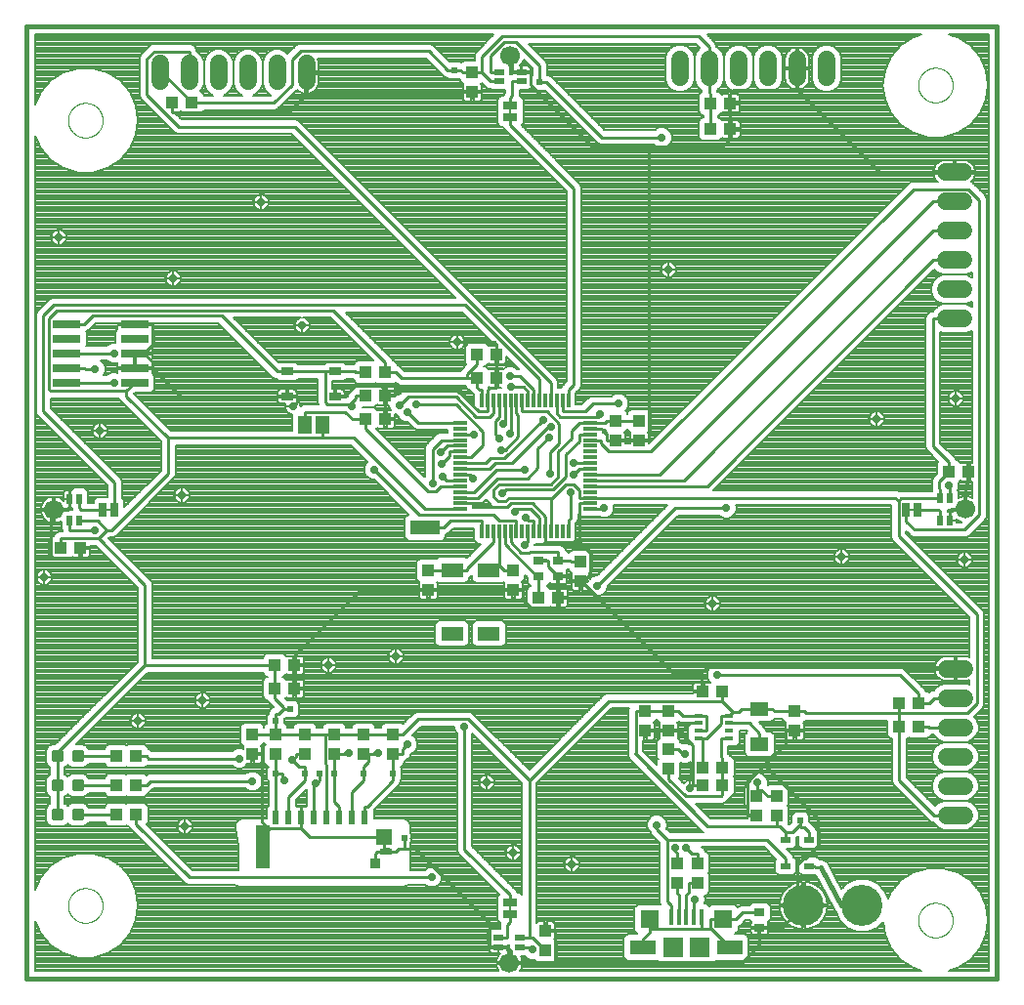
<source format=gtl>
G75*
%MOIN*%
%OFA0B0*%
%FSLAX25Y25*%
%IPPOS*%
%LPD*%
%AMOC8*
5,1,8,0,0,1.08239X$1,22.5*
%
%ADD10C,0.01600*%
%ADD11R,0.03937X0.04331*%
%ADD12R,0.03543X0.02953*%
%ADD13R,0.04331X0.03937*%
%ADD14R,0.01575X0.05315*%
%ADD15R,0.07087X0.07087*%
%ADD16R,0.09055X0.05118*%
%ADD17R,0.06299X0.06299*%
%ADD18R,0.03543X0.02756*%
%ADD19R,0.10000X0.05000*%
%ADD20R,0.01181X0.04724*%
%ADD21R,0.04724X0.01181*%
%ADD22R,0.09449X0.02992*%
%ADD23R,0.02362X0.04921*%
%ADD24R,0.04724X0.14961*%
%ADD25R,0.05709X0.05512*%
%ADD26R,0.03937X0.02362*%
%ADD27R,0.03740X0.03346*%
%ADD28R,0.03268X0.02480*%
%ADD29C,0.14000*%
%ADD30R,0.04600X0.06300*%
%ADD31C,0.00800*%
%ADD32R,0.05000X0.02500*%
%ADD33R,0.02500X0.05000*%
%ADD34R,0.04134X0.02559*%
%ADD35R,0.02000X0.02000*%
%ADD36C,0.00000*%
%ADD37C,0.01181*%
%ADD38R,0.03150X0.01772*%
%ADD39R,0.07480X0.05118*%
%ADD40R,0.06299X0.04724*%
%ADD41C,0.06000*%
%ADD42R,0.03543X0.01969*%
%ADD43C,0.06693*%
%ADD44R,0.01969X0.03543*%
%ADD45C,0.01000*%
%ADD46C,0.02900*%
%ADD47C,0.01200*%
D10*
X0033197Y0037197D02*
X0033197Y0362197D01*
X0364197Y0362197D01*
X0364197Y0037197D01*
X0033197Y0037197D01*
X0304197Y0075129D02*
X0311129Y0062197D01*
D11*
X0289197Y0092850D03*
X0282197Y0092850D03*
X0282197Y0099543D03*
X0289197Y0099543D03*
X0295197Y0121850D03*
X0295197Y0128543D03*
X0252197Y0128543D03*
X0252197Y0121850D03*
X0252197Y0115543D03*
X0252197Y0108850D03*
X0244197Y0121850D03*
X0244197Y0128543D03*
X0222197Y0172850D03*
X0222197Y0179543D03*
X0199197Y0176543D03*
X0199197Y0169850D03*
X0170197Y0169850D03*
X0170197Y0176543D03*
X0158197Y0120543D03*
X0158197Y0113850D03*
X0148197Y0113850D03*
X0148197Y0120543D03*
X0138197Y0120543D03*
X0138197Y0113850D03*
X0128197Y0113850D03*
X0128197Y0120543D03*
X0118197Y0120543D03*
X0118197Y0113850D03*
X0110197Y0113850D03*
X0110197Y0120543D03*
X0210197Y0053543D03*
X0210197Y0046850D03*
X0255197Y0069850D03*
X0255197Y0076543D03*
X0262197Y0076543D03*
X0262197Y0069850D03*
X0242197Y0220850D03*
X0242197Y0227543D03*
X0234197Y0227543D03*
X0234197Y0220850D03*
X0185197Y0339850D03*
X0185197Y0346543D03*
D12*
X0207850Y0179953D03*
X0207850Y0174441D03*
X0214543Y0174441D03*
X0214543Y0179953D03*
D13*
X0214543Y0167197D03*
X0207850Y0167197D03*
X0263850Y0135197D03*
X0270543Y0135197D03*
X0270543Y0109197D03*
X0270543Y0103197D03*
X0263850Y0103197D03*
X0263850Y0109197D03*
X0330750Y0123097D03*
X0337443Y0123097D03*
X0337543Y0131197D03*
X0330850Y0131197D03*
X0347850Y0210197D03*
X0354543Y0210197D03*
X0273243Y0327097D03*
X0266550Y0327097D03*
X0266450Y0335997D03*
X0273143Y0335997D03*
X0193543Y0250197D03*
X0186850Y0250197D03*
X0186850Y0242197D03*
X0193543Y0242197D03*
X0155543Y0244197D03*
X0148850Y0244197D03*
X0148850Y0236197D03*
X0155543Y0236197D03*
X0155543Y0228197D03*
X0148850Y0228197D03*
X0124543Y0144197D03*
X0117850Y0144197D03*
X0117850Y0136197D03*
X0124543Y0136197D03*
X0070543Y0113197D03*
X0063850Y0113197D03*
X0063850Y0103197D03*
X0070543Y0103197D03*
X0070543Y0093197D03*
X0063850Y0093197D03*
X0051543Y0184197D03*
X0044850Y0184197D03*
X0082850Y0336197D03*
X0089543Y0336197D03*
D14*
X0253079Y0058339D03*
X0255638Y0058339D03*
X0258197Y0058339D03*
X0260756Y0058339D03*
X0263315Y0058339D03*
D15*
X0262724Y0047905D03*
X0253669Y0047905D03*
D16*
X0243433Y0047905D03*
X0272961Y0047905D03*
D17*
X0270795Y0057492D03*
X0245598Y0057492D03*
D18*
X0283197Y0059756D03*
X0283197Y0054638D03*
D19*
X0169197Y0191197D03*
D20*
X0188433Y0189953D03*
X0190402Y0189953D03*
X0192370Y0189953D03*
X0194339Y0189953D03*
X0196307Y0189953D03*
X0198276Y0189953D03*
X0200244Y0189953D03*
X0202213Y0189953D03*
X0204181Y0189953D03*
X0206150Y0189953D03*
X0208118Y0189953D03*
X0210087Y0189953D03*
X0212055Y0189953D03*
X0214024Y0189953D03*
X0215992Y0189953D03*
X0217961Y0189953D03*
X0217961Y0234441D03*
X0215992Y0234441D03*
X0214024Y0234441D03*
X0212055Y0234441D03*
X0210087Y0234441D03*
X0208118Y0234441D03*
X0206150Y0234441D03*
X0204181Y0234441D03*
X0202213Y0234441D03*
X0200244Y0234441D03*
X0198276Y0234441D03*
X0196307Y0234441D03*
X0194339Y0234441D03*
X0192370Y0234441D03*
X0190402Y0234441D03*
X0188433Y0234441D03*
D21*
X0180953Y0226961D03*
X0180953Y0224992D03*
X0180953Y0223024D03*
X0180953Y0221055D03*
X0180953Y0219087D03*
X0180953Y0217118D03*
X0180953Y0215150D03*
X0180953Y0213181D03*
X0180953Y0211213D03*
X0180953Y0209244D03*
X0180953Y0207276D03*
X0180953Y0205307D03*
X0180953Y0203339D03*
X0180953Y0201370D03*
X0180953Y0199402D03*
X0180953Y0197433D03*
X0225441Y0197433D03*
X0225441Y0199402D03*
X0225441Y0201370D03*
X0225441Y0203339D03*
X0225441Y0205307D03*
X0225441Y0207276D03*
X0225441Y0209244D03*
X0225441Y0211213D03*
X0225441Y0213181D03*
X0225441Y0215150D03*
X0225441Y0217118D03*
X0225441Y0219087D03*
X0225441Y0221055D03*
X0225441Y0223024D03*
X0225441Y0224992D03*
X0225441Y0226961D03*
D22*
X0070111Y0240697D03*
X0070111Y0245697D03*
X0070111Y0250697D03*
X0070111Y0255697D03*
X0070111Y0260697D03*
X0046883Y0260697D03*
X0046883Y0255697D03*
X0046883Y0250697D03*
X0046883Y0245697D03*
X0046883Y0240697D03*
D23*
X0118197Y0092197D03*
X0122528Y0092197D03*
X0126858Y0092197D03*
X0131189Y0092197D03*
X0135520Y0092197D03*
X0139850Y0092197D03*
X0144181Y0092197D03*
X0148512Y0092197D03*
D24*
X0113669Y0082354D03*
D25*
X0155008Y0085504D03*
D26*
X0155795Y0080583D03*
D27*
X0152055Y0076646D03*
D28*
X0292197Y0075669D03*
X0300197Y0075669D03*
X0300197Y0084724D03*
X0292197Y0084724D03*
D29*
X0298197Y0062197D03*
X0318197Y0062197D03*
D30*
X0134197Y0226197D03*
X0128197Y0226197D03*
D31*
X0123897Y0226444D02*
X0080254Y0226444D01*
X0081052Y0225646D02*
X0123897Y0225646D01*
X0123897Y0224847D02*
X0081851Y0224847D01*
X0082452Y0224246D02*
X0069824Y0236874D01*
X0070150Y0237201D01*
X0075664Y0237201D01*
X0076835Y0238372D01*
X0076835Y0243021D01*
X0075978Y0243878D01*
X0076023Y0244044D01*
X0076023Y0245349D01*
X0070459Y0245349D01*
X0070459Y0246045D01*
X0069763Y0246045D01*
X0069763Y0250349D01*
X0070459Y0250349D01*
X0070459Y0251045D01*
X0076023Y0251045D01*
X0076023Y0252349D01*
X0075978Y0252515D01*
X0076835Y0253372D01*
X0076835Y0258021D01*
X0075978Y0258878D01*
X0076023Y0259044D01*
X0076023Y0260349D01*
X0070459Y0260349D01*
X0070459Y0260994D01*
X0098550Y0260994D01*
X0117244Y0242300D01*
X0118163Y0241919D01*
X0118353Y0241919D01*
X0119132Y0241140D01*
X0124923Y0241140D01*
X0125702Y0241919D01*
X0125892Y0241919D01*
X0125916Y0241929D01*
X0132499Y0241929D01*
X0132499Y0233464D01*
X0132630Y0233147D01*
X0127700Y0233147D01*
X0126781Y0232767D01*
X0126597Y0232583D01*
X0126597Y0232676D01*
X0126495Y0233185D01*
X0126297Y0233665D01*
X0126008Y0234097D01*
X0125641Y0234465D01*
X0125282Y0234704D01*
X0125282Y0235725D01*
X0122267Y0235725D01*
X0122267Y0236204D01*
X0121788Y0236204D01*
X0121788Y0235725D01*
X0118773Y0235725D01*
X0118773Y0234529D01*
X0118854Y0234227D01*
X0119010Y0233956D01*
X0119232Y0233735D01*
X0119502Y0233579D01*
X0119804Y0233498D01*
X0121553Y0233498D01*
X0121423Y0233185D01*
X0121322Y0232676D01*
X0121322Y0232416D01*
X0121322Y0232156D01*
X0121423Y0231647D01*
X0121622Y0231167D01*
X0121911Y0230735D01*
X0122278Y0230368D01*
X0122710Y0230079D01*
X0123190Y0229880D01*
X0123700Y0229779D01*
X0123897Y0229779D01*
X0123897Y0224246D01*
X0082452Y0224246D01*
X0079455Y0227243D02*
X0123897Y0227243D01*
X0123897Y0228041D02*
X0078657Y0228041D01*
X0077858Y0228840D02*
X0123897Y0228840D01*
X0123897Y0229638D02*
X0077060Y0229638D01*
X0076261Y0230437D02*
X0122209Y0230437D01*
X0121594Y0231235D02*
X0075463Y0231235D01*
X0074664Y0232034D02*
X0121346Y0232034D01*
X0121322Y0232416D02*
X0123959Y0232416D01*
X0123959Y0232416D01*
X0121322Y0232416D01*
X0121353Y0232832D02*
X0073866Y0232832D01*
X0073067Y0233631D02*
X0119412Y0233631D01*
X0118800Y0234429D02*
X0072269Y0234429D01*
X0071470Y0235228D02*
X0118773Y0235228D01*
X0118773Y0236204D02*
X0121788Y0236204D01*
X0121788Y0238431D01*
X0119804Y0238431D01*
X0119502Y0238351D01*
X0119232Y0238194D01*
X0119010Y0237973D01*
X0118854Y0237702D01*
X0118773Y0237400D01*
X0118773Y0236204D01*
X0118773Y0236825D02*
X0069873Y0236825D01*
X0070672Y0236026D02*
X0121788Y0236026D01*
X0122267Y0236026D02*
X0132499Y0236026D01*
X0132499Y0235228D02*
X0125282Y0235228D01*
X0125676Y0234429D02*
X0132499Y0234429D01*
X0132499Y0233631D02*
X0126311Y0233631D01*
X0126566Y0232832D02*
X0126939Y0232832D01*
X0125282Y0236204D02*
X0125282Y0237400D01*
X0125201Y0237702D01*
X0125045Y0237973D01*
X0124824Y0238194D01*
X0124553Y0238351D01*
X0124251Y0238431D01*
X0122267Y0238431D01*
X0122267Y0236204D01*
X0125282Y0236204D01*
X0125282Y0236825D02*
X0132499Y0236825D01*
X0132499Y0237623D02*
X0125222Y0237623D01*
X0124287Y0238422D02*
X0132499Y0238422D01*
X0132499Y0239220D02*
X0076835Y0239220D01*
X0076835Y0238422D02*
X0119768Y0238422D01*
X0118833Y0237623D02*
X0076086Y0237623D01*
X0076835Y0240019D02*
X0132499Y0240019D01*
X0132499Y0240817D02*
X0076835Y0240817D01*
X0076835Y0241616D02*
X0118656Y0241616D01*
X0117130Y0242414D02*
X0076835Y0242414D01*
X0076644Y0243213D02*
X0116331Y0243213D01*
X0115533Y0244011D02*
X0076014Y0244011D01*
X0076023Y0244810D02*
X0114734Y0244810D01*
X0113936Y0245608D02*
X0070459Y0245608D01*
X0070459Y0246045D02*
X0076023Y0246045D01*
X0076023Y0247349D01*
X0075942Y0247651D01*
X0075786Y0247922D01*
X0075564Y0248143D01*
X0075471Y0248197D01*
X0075564Y0248251D01*
X0075786Y0248472D01*
X0075942Y0248742D01*
X0076023Y0249044D01*
X0076023Y0250349D01*
X0070459Y0250349D01*
X0070459Y0248013D01*
X0070459Y0246045D01*
X0070459Y0246407D02*
X0069763Y0246407D01*
X0069763Y0246045D02*
X0069763Y0245349D01*
X0064199Y0245349D01*
X0064199Y0244044D01*
X0064242Y0243884D01*
X0063607Y0244147D01*
X0062235Y0244147D01*
X0060967Y0243622D01*
X0060542Y0243197D01*
X0059378Y0243197D01*
X0059464Y0243283D01*
X0059989Y0244551D01*
X0059989Y0245924D01*
X0059464Y0247192D01*
X0058494Y0248162D01*
X0058410Y0248197D01*
X0060542Y0248197D01*
X0060967Y0247772D01*
X0062235Y0247247D01*
X0063607Y0247247D01*
X0064242Y0247510D01*
X0064199Y0247349D01*
X0064199Y0246045D01*
X0069763Y0246045D01*
X0069763Y0245608D02*
X0059989Y0245608D01*
X0059989Y0244810D02*
X0064199Y0244810D01*
X0064208Y0244011D02*
X0063935Y0244011D01*
X0061908Y0244011D02*
X0059766Y0244011D01*
X0059394Y0243213D02*
X0060558Y0243213D01*
X0059789Y0246407D02*
X0064199Y0246407D01*
X0064199Y0247205D02*
X0059450Y0247205D01*
X0058652Y0248004D02*
X0060735Y0248004D01*
X0060542Y0253197D02*
X0053432Y0253197D01*
X0053607Y0253372D01*
X0053607Y0258021D01*
X0053432Y0258197D01*
X0053451Y0258216D01*
X0054324Y0258577D01*
X0056740Y0260994D01*
X0069763Y0260994D01*
X0069763Y0260349D01*
X0064199Y0260349D01*
X0064199Y0259044D01*
X0064244Y0258878D01*
X0063387Y0258021D01*
X0063387Y0254147D01*
X0062235Y0254147D01*
X0060967Y0253622D01*
X0060542Y0253197D01*
X0060939Y0253593D02*
X0053607Y0253593D01*
X0053607Y0254392D02*
X0063387Y0254392D01*
X0063387Y0255190D02*
X0053607Y0255190D01*
X0053607Y0255989D02*
X0063387Y0255989D01*
X0063387Y0256787D02*
X0053607Y0256787D01*
X0053607Y0257586D02*
X0063387Y0257586D01*
X0063750Y0258384D02*
X0053858Y0258384D01*
X0054929Y0259183D02*
X0064199Y0259183D01*
X0064199Y0259981D02*
X0055728Y0259981D01*
X0056526Y0260780D02*
X0069763Y0260780D01*
X0070459Y0260780D02*
X0098764Y0260780D01*
X0099562Y0259981D02*
X0076023Y0259981D01*
X0076023Y0259183D02*
X0100361Y0259183D01*
X0101159Y0258384D02*
X0076472Y0258384D01*
X0076835Y0257586D02*
X0101958Y0257586D01*
X0102757Y0256787D02*
X0076835Y0256787D01*
X0076835Y0255989D02*
X0103555Y0255989D01*
X0104354Y0255190D02*
X0076835Y0255190D01*
X0076835Y0254392D02*
X0105152Y0254392D01*
X0105951Y0253593D02*
X0076835Y0253593D01*
X0076258Y0252795D02*
X0106749Y0252795D01*
X0107548Y0251996D02*
X0076023Y0251996D01*
X0076023Y0251198D02*
X0108346Y0251198D01*
X0109145Y0250399D02*
X0070459Y0250399D01*
X0070459Y0249601D02*
X0069763Y0249601D01*
X0069763Y0248802D02*
X0070459Y0248802D01*
X0070459Y0248004D02*
X0069763Y0248004D01*
X0069763Y0247205D02*
X0070459Y0247205D01*
X0075704Y0248004D02*
X0111540Y0248004D01*
X0110742Y0248802D02*
X0075958Y0248802D01*
X0076023Y0249601D02*
X0109943Y0249601D01*
X0112339Y0247205D02*
X0076023Y0247205D01*
X0076023Y0246407D02*
X0113137Y0246407D01*
X0117014Y0249601D02*
X0149873Y0249601D01*
X0150671Y0248802D02*
X0117813Y0248802D01*
X0118611Y0248004D02*
X0145695Y0248004D01*
X0145857Y0248165D02*
X0144685Y0246994D01*
X0144685Y0246929D01*
X0142041Y0246929D01*
X0141261Y0247709D01*
X0135471Y0247709D01*
X0134691Y0246929D01*
X0125693Y0246929D01*
X0124923Y0247699D01*
X0119132Y0247699D01*
X0119024Y0247591D01*
X0103792Y0262823D01*
X0126880Y0262823D01*
X0126428Y0262733D01*
X0125948Y0262534D01*
X0125516Y0262245D01*
X0125148Y0261878D01*
X0124860Y0261446D01*
X0124661Y0260966D01*
X0124559Y0260457D01*
X0124559Y0260197D01*
X0127197Y0260197D01*
X0129834Y0260197D01*
X0129834Y0260457D01*
X0129733Y0260966D01*
X0129534Y0261446D01*
X0129245Y0261878D01*
X0128878Y0262245D01*
X0128446Y0262534D01*
X0127966Y0262733D01*
X0127514Y0262823D01*
X0136651Y0262823D01*
X0151308Y0248165D01*
X0145857Y0248165D01*
X0144897Y0247205D02*
X0141765Y0247205D01*
X0142041Y0241929D02*
X0144327Y0241929D01*
X0144685Y0241781D01*
X0144685Y0241400D01*
X0145857Y0240228D01*
X0151844Y0240228D01*
X0152197Y0240581D01*
X0152550Y0240228D01*
X0158537Y0240228D01*
X0158990Y0240681D01*
X0159593Y0240077D01*
X0160512Y0239697D01*
X0182685Y0239697D01*
X0182685Y0239400D01*
X0183857Y0238228D01*
X0184434Y0238228D01*
X0184731Y0237512D01*
X0185843Y0236400D01*
X0185843Y0233229D01*
X0181711Y0237361D01*
X0181008Y0238064D01*
X0180089Y0238444D01*
X0162757Y0238444D01*
X0161839Y0238064D01*
X0160229Y0236455D01*
X0159629Y0236455D01*
X0158361Y0235929D01*
X0158228Y0235797D01*
X0155943Y0235797D01*
X0155943Y0233041D01*
X0156865Y0233041D01*
X0156865Y0232318D01*
X0157265Y0231353D01*
X0155943Y0231353D01*
X0155943Y0228597D01*
X0155143Y0228597D01*
X0155143Y0231353D01*
X0153222Y0231353D01*
X0152920Y0231272D01*
X0152804Y0231205D01*
X0151844Y0232165D01*
X0147657Y0232165D01*
X0147657Y0232228D01*
X0151844Y0232228D01*
X0152804Y0233188D01*
X0152920Y0233122D01*
X0153222Y0233041D01*
X0155143Y0233041D01*
X0155143Y0235797D01*
X0155943Y0235797D01*
X0155943Y0236597D01*
X0155143Y0236597D01*
X0155143Y0239353D01*
X0153222Y0239353D01*
X0152920Y0239272D01*
X0152804Y0239205D01*
X0151844Y0240165D01*
X0145857Y0240165D01*
X0144685Y0238994D01*
X0144685Y0238613D01*
X0143968Y0238316D01*
X0143265Y0237613D01*
X0142885Y0236694D01*
X0142885Y0236296D01*
X0142402Y0235813D01*
X0138606Y0235813D01*
X0138606Y0236204D01*
X0141620Y0236204D01*
X0141620Y0237400D01*
X0141540Y0237702D01*
X0141383Y0237973D01*
X0141162Y0238194D01*
X0140891Y0238351D01*
X0140589Y0238431D01*
X0138606Y0238431D01*
X0138606Y0236204D01*
X0138126Y0236204D01*
X0138126Y0238431D01*
X0137499Y0238431D01*
X0137499Y0241150D01*
X0141261Y0241150D01*
X0142041Y0241929D01*
X0141728Y0241616D02*
X0144685Y0241616D01*
X0145268Y0240817D02*
X0137499Y0240817D01*
X0137499Y0240019D02*
X0145710Y0240019D01*
X0144911Y0239220D02*
X0137499Y0239220D01*
X0138126Y0238422D02*
X0138606Y0238422D01*
X0138606Y0237623D02*
X0138126Y0237623D01*
X0138126Y0236825D02*
X0138606Y0236825D01*
X0138606Y0236026D02*
X0142615Y0236026D01*
X0142939Y0236825D02*
X0141620Y0236825D01*
X0141561Y0237623D02*
X0143275Y0237623D01*
X0144223Y0238422D02*
X0140626Y0238422D01*
X0132499Y0241616D02*
X0125399Y0241616D01*
X0122267Y0238422D02*
X0121788Y0238422D01*
X0121788Y0237623D02*
X0122267Y0237623D01*
X0122267Y0236825D02*
X0121788Y0236825D01*
X0125416Y0247205D02*
X0134967Y0247205D01*
X0143485Y0255989D02*
X0110626Y0255989D01*
X0109828Y0256787D02*
X0142686Y0256787D01*
X0141888Y0257586D02*
X0127590Y0257586D01*
X0127457Y0257559D02*
X0127966Y0257661D01*
X0128446Y0257860D01*
X0128878Y0258148D01*
X0129245Y0258516D01*
X0129534Y0258948D01*
X0129733Y0259428D01*
X0129834Y0259937D01*
X0129834Y0260197D01*
X0127197Y0260197D01*
X0127197Y0260197D01*
X0127197Y0257559D01*
X0127457Y0257559D01*
X0127197Y0257559D02*
X0127197Y0260197D01*
X0127197Y0260197D01*
X0127197Y0260197D01*
X0124559Y0260197D01*
X0124559Y0259937D01*
X0124661Y0259428D01*
X0124860Y0258948D01*
X0125148Y0258516D01*
X0125516Y0258148D01*
X0125948Y0257860D01*
X0126428Y0257661D01*
X0126937Y0257559D01*
X0127197Y0257559D01*
X0127197Y0257586D02*
X0127197Y0257586D01*
X0126804Y0257586D02*
X0109029Y0257586D01*
X0108231Y0258384D02*
X0125279Y0258384D01*
X0124762Y0259183D02*
X0107432Y0259183D01*
X0106634Y0259981D02*
X0124559Y0259981D01*
X0124624Y0260780D02*
X0105835Y0260780D01*
X0105037Y0261579D02*
X0124948Y0261579D01*
X0125713Y0262377D02*
X0104238Y0262377D01*
X0111425Y0255190D02*
X0144283Y0255190D01*
X0145082Y0254392D02*
X0112223Y0254392D01*
X0113022Y0253593D02*
X0145880Y0253593D01*
X0146679Y0252795D02*
X0113820Y0252795D01*
X0114619Y0251996D02*
X0147477Y0251996D01*
X0148276Y0251198D02*
X0115417Y0251198D01*
X0116216Y0250399D02*
X0149074Y0250399D01*
X0152951Y0253593D02*
X0177511Y0253593D01*
X0177490Y0253644D02*
X0177689Y0253164D01*
X0177978Y0252732D01*
X0178345Y0252364D01*
X0178777Y0252076D01*
X0179257Y0251877D01*
X0179767Y0251776D01*
X0180026Y0251776D01*
X0180026Y0254413D01*
X0180026Y0254413D01*
X0177389Y0254413D01*
X0177389Y0254673D01*
X0177490Y0255182D01*
X0177689Y0255662D01*
X0177978Y0256094D01*
X0178345Y0256462D01*
X0178777Y0256750D01*
X0179257Y0256949D01*
X0179767Y0257050D01*
X0180026Y0257050D01*
X0180026Y0254413D01*
X0177389Y0254413D01*
X0177389Y0254153D01*
X0177490Y0253644D01*
X0177389Y0254392D02*
X0152153Y0254392D01*
X0151354Y0255190D02*
X0177494Y0255190D01*
X0177907Y0255989D02*
X0150556Y0255989D01*
X0149757Y0256787D02*
X0178867Y0256787D01*
X0180026Y0256787D02*
X0180026Y0256787D01*
X0180026Y0257050D02*
X0180286Y0257050D01*
X0180796Y0256949D01*
X0181276Y0256750D01*
X0181708Y0256462D01*
X0182075Y0256094D01*
X0182364Y0255662D01*
X0182562Y0255182D01*
X0182664Y0254673D01*
X0182664Y0254413D01*
X0180026Y0254413D01*
X0180026Y0254413D01*
X0180026Y0254413D01*
X0180026Y0257050D01*
X0180026Y0255989D02*
X0180026Y0255989D01*
X0180026Y0255190D02*
X0180026Y0255190D01*
X0180026Y0254413D02*
X0180026Y0254413D01*
X0180026Y0251776D01*
X0180286Y0251776D01*
X0180796Y0251877D01*
X0181276Y0252076D01*
X0181708Y0252364D01*
X0182075Y0252732D01*
X0182364Y0253164D01*
X0182562Y0253644D01*
X0182664Y0254153D01*
X0182664Y0254413D01*
X0180026Y0254413D01*
X0180026Y0254392D02*
X0180026Y0254392D01*
X0180026Y0253593D02*
X0180026Y0253593D01*
X0180026Y0252795D02*
X0180026Y0252795D01*
X0180026Y0251996D02*
X0180026Y0251996D01*
X0178969Y0251996D02*
X0154548Y0251996D01*
X0155347Y0251198D02*
X0182685Y0251198D01*
X0182685Y0251996D02*
X0181084Y0251996D01*
X0182117Y0252795D02*
X0182685Y0252795D01*
X0182685Y0252994D02*
X0182685Y0247400D01*
X0183236Y0246849D01*
X0181968Y0245582D01*
X0181265Y0244878D01*
X0181190Y0244697D01*
X0162045Y0244697D01*
X0160425Y0246316D01*
X0159709Y0246613D01*
X0159709Y0246994D01*
X0158537Y0248165D01*
X0157959Y0248165D01*
X0157663Y0248882D01*
X0141919Y0264625D01*
X0181803Y0264625D01*
X0193075Y0253353D01*
X0191222Y0253353D01*
X0190920Y0253272D01*
X0190804Y0253205D01*
X0189844Y0254165D01*
X0183857Y0254165D01*
X0182685Y0252994D01*
X0182542Y0253593D02*
X0183285Y0253593D01*
X0182664Y0254392D02*
X0192036Y0254392D01*
X0192834Y0253593D02*
X0190416Y0253593D01*
X0191237Y0255190D02*
X0182559Y0255190D01*
X0182145Y0255989D02*
X0190439Y0255989D01*
X0189640Y0256787D02*
X0181186Y0256787D01*
X0177936Y0252795D02*
X0153750Y0252795D01*
X0156145Y0250399D02*
X0182685Y0250399D01*
X0182685Y0249601D02*
X0156944Y0249601D01*
X0157696Y0248802D02*
X0182685Y0248802D01*
X0182685Y0248004D02*
X0158699Y0248004D01*
X0159497Y0247205D02*
X0182880Y0247205D01*
X0182794Y0246407D02*
X0160206Y0246407D01*
X0161133Y0245608D02*
X0181995Y0245608D01*
X0181237Y0244810D02*
X0161932Y0244810D01*
X0159735Y0240019D02*
X0151991Y0240019D01*
X0152789Y0239220D02*
X0152830Y0239220D01*
X0155143Y0239220D02*
X0155943Y0239220D01*
X0155943Y0239353D02*
X0155943Y0236597D01*
X0158896Y0236597D01*
X0158896Y0238322D01*
X0158815Y0238624D01*
X0158659Y0238894D01*
X0158438Y0239115D01*
X0158167Y0239272D01*
X0157865Y0239353D01*
X0155943Y0239353D01*
X0155943Y0238422D02*
X0155143Y0238422D01*
X0155143Y0237623D02*
X0155943Y0237623D01*
X0155943Y0236825D02*
X0155143Y0236825D01*
X0155943Y0236026D02*
X0158594Y0236026D01*
X0158896Y0236825D02*
X0160599Y0236825D01*
X0161398Y0237623D02*
X0158896Y0237623D01*
X0158869Y0238422D02*
X0162702Y0238422D01*
X0158256Y0239220D02*
X0182865Y0239220D01*
X0183663Y0238422D02*
X0180144Y0238422D01*
X0181449Y0237623D02*
X0184685Y0237623D01*
X0185418Y0236825D02*
X0182247Y0236825D01*
X0183046Y0236026D02*
X0185843Y0236026D01*
X0185843Y0235228D02*
X0183844Y0235228D01*
X0184643Y0234429D02*
X0185843Y0234429D01*
X0185843Y0233631D02*
X0185441Y0233631D01*
X0190879Y0238731D02*
X0190723Y0239107D01*
X0190804Y0239188D01*
X0190920Y0239122D01*
X0191222Y0239041D01*
X0193143Y0239041D01*
X0193143Y0241797D01*
X0193943Y0241797D01*
X0193943Y0239041D01*
X0195023Y0239041D01*
X0195023Y0238803D01*
X0193789Y0238803D01*
X0190951Y0238803D01*
X0190879Y0238731D01*
X0193143Y0239220D02*
X0193943Y0239220D01*
X0193943Y0240019D02*
X0193143Y0240019D01*
X0193143Y0240817D02*
X0193943Y0240817D01*
X0193943Y0241616D02*
X0193143Y0241616D01*
X0193143Y0242597D02*
X0193143Y0245353D01*
X0191222Y0245353D01*
X0190920Y0245272D01*
X0190804Y0245205D01*
X0189844Y0246165D01*
X0189240Y0246165D01*
X0189267Y0246228D01*
X0189844Y0246228D01*
X0190804Y0247188D01*
X0190920Y0247122D01*
X0191222Y0247041D01*
X0193143Y0247041D01*
X0193143Y0249797D01*
X0193943Y0249797D01*
X0193943Y0247041D01*
X0195865Y0247041D01*
X0196167Y0247122D01*
X0196438Y0247278D01*
X0196659Y0247499D01*
X0196815Y0247770D01*
X0196896Y0248072D01*
X0196896Y0249532D01*
X0201124Y0245304D01*
X0200347Y0245304D01*
X0199922Y0245729D01*
X0198654Y0246254D01*
X0197282Y0246254D01*
X0196014Y0245729D01*
X0195638Y0245353D01*
X0193943Y0245353D01*
X0193943Y0242597D01*
X0193143Y0242597D01*
X0193143Y0243213D02*
X0193943Y0243213D01*
X0193943Y0244011D02*
X0193143Y0244011D01*
X0193143Y0244810D02*
X0193943Y0244810D01*
X0195893Y0245608D02*
X0190401Y0245608D01*
X0190023Y0246407D02*
X0200021Y0246407D01*
X0200043Y0245608D02*
X0200820Y0245608D01*
X0199223Y0247205D02*
X0196312Y0247205D01*
X0196878Y0248004D02*
X0198424Y0248004D01*
X0197625Y0248802D02*
X0196896Y0248802D01*
X0193943Y0248802D02*
X0193143Y0248802D01*
X0193143Y0248004D02*
X0193943Y0248004D01*
X0193943Y0247205D02*
X0193143Y0247205D01*
X0193143Y0249601D02*
X0193943Y0249601D01*
X0200057Y0255989D02*
X0217399Y0255989D01*
X0217399Y0256787D02*
X0199258Y0256787D01*
X0198460Y0257586D02*
X0217399Y0257586D01*
X0217399Y0258384D02*
X0197661Y0258384D01*
X0196863Y0259183D02*
X0217399Y0259183D01*
X0217399Y0259981D02*
X0196064Y0259981D01*
X0195266Y0260780D02*
X0217399Y0260780D01*
X0217399Y0261579D02*
X0194467Y0261579D01*
X0193669Y0262377D02*
X0217399Y0262377D01*
X0217399Y0263176D02*
X0192870Y0263176D01*
X0192072Y0263974D02*
X0217399Y0263974D01*
X0217399Y0264773D02*
X0191273Y0264773D01*
X0190475Y0265571D02*
X0217399Y0265571D01*
X0217399Y0266370D02*
X0189676Y0266370D01*
X0188878Y0267168D02*
X0217399Y0267168D01*
X0217399Y0267967D02*
X0188079Y0267967D01*
X0187281Y0268765D02*
X0217399Y0268765D01*
X0217399Y0269564D02*
X0186482Y0269564D01*
X0185684Y0270362D02*
X0217399Y0270362D01*
X0217399Y0271161D02*
X0184885Y0271161D01*
X0184087Y0271959D02*
X0217399Y0271959D01*
X0217399Y0272758D02*
X0183288Y0272758D01*
X0182490Y0273556D02*
X0217399Y0273556D01*
X0217399Y0274355D02*
X0181691Y0274355D01*
X0180893Y0275153D02*
X0217399Y0275153D01*
X0217399Y0275952D02*
X0180094Y0275952D01*
X0179295Y0276750D02*
X0217399Y0276750D01*
X0217399Y0277549D02*
X0178497Y0277549D01*
X0177698Y0278347D02*
X0217399Y0278347D01*
X0217399Y0279146D02*
X0176900Y0279146D01*
X0176101Y0279944D02*
X0217399Y0279944D01*
X0217399Y0280743D02*
X0175303Y0280743D01*
X0174504Y0281541D02*
X0217399Y0281541D01*
X0217399Y0282340D02*
X0173706Y0282340D01*
X0172907Y0283138D02*
X0217399Y0283138D01*
X0217399Y0283937D02*
X0172109Y0283937D01*
X0171310Y0284735D02*
X0217399Y0284735D01*
X0217399Y0285534D02*
X0170512Y0285534D01*
X0169713Y0286332D02*
X0217399Y0286332D01*
X0217399Y0287131D02*
X0168915Y0287131D01*
X0168116Y0287929D02*
X0217399Y0287929D01*
X0217399Y0288728D02*
X0167318Y0288728D01*
X0166519Y0289526D02*
X0217399Y0289526D01*
X0217399Y0290325D02*
X0165721Y0290325D01*
X0164922Y0291123D02*
X0217399Y0291123D01*
X0217399Y0291922D02*
X0164124Y0291922D01*
X0163325Y0292720D02*
X0217399Y0292720D01*
X0217399Y0293519D02*
X0162527Y0293519D01*
X0161728Y0294317D02*
X0217399Y0294317D01*
X0217399Y0295116D02*
X0160930Y0295116D01*
X0160131Y0295915D02*
X0217399Y0295915D01*
X0217399Y0296713D02*
X0159333Y0296713D01*
X0158534Y0297512D02*
X0217399Y0297512D01*
X0217399Y0298310D02*
X0157736Y0298310D01*
X0156937Y0299109D02*
X0217399Y0299109D01*
X0217399Y0299907D02*
X0156139Y0299907D01*
X0155340Y0300706D02*
X0217399Y0300706D01*
X0217399Y0301504D02*
X0154542Y0301504D01*
X0153743Y0302303D02*
X0217399Y0302303D01*
X0217399Y0303101D02*
X0152945Y0303101D01*
X0152146Y0303900D02*
X0217399Y0303900D01*
X0217399Y0304698D02*
X0151348Y0304698D01*
X0150549Y0305497D02*
X0217399Y0305497D01*
X0217399Y0305909D02*
X0217399Y0241077D01*
X0216544Y0240223D01*
X0215841Y0239520D01*
X0215544Y0238803D01*
X0214555Y0238803D01*
X0214555Y0240952D01*
X0214174Y0241871D01*
X0126721Y0329324D01*
X0126018Y0330028D01*
X0125099Y0330408D01*
X0086156Y0330408D01*
X0083523Y0333041D01*
X0085172Y0333041D01*
X0085474Y0333122D01*
X0085589Y0333188D01*
X0086550Y0332228D01*
X0092537Y0332228D01*
X0093709Y0333400D01*
X0093709Y0333697D01*
X0117978Y0333697D01*
X0118897Y0334077D01*
X0119600Y0334781D01*
X0125446Y0340626D01*
X0125869Y0340203D01*
X0126402Y0339815D01*
X0126989Y0339516D01*
X0127616Y0339313D01*
X0128197Y0339221D01*
X0128197Y0345997D01*
X0128997Y0345997D01*
X0128997Y0346797D01*
X0132784Y0346797D01*
X0132784Y0349726D01*
X0132681Y0350377D01*
X0132477Y0351004D01*
X0132357Y0351240D01*
X0169318Y0351240D01*
X0175480Y0345077D01*
X0176399Y0344697D01*
X0176868Y0344697D01*
X0177368Y0344197D01*
X0181025Y0344197D01*
X0181035Y0344207D01*
X0181228Y0344127D01*
X0181228Y0343550D01*
X0182188Y0342589D01*
X0182122Y0342474D01*
X0182041Y0342172D01*
X0182041Y0340250D01*
X0184797Y0340250D01*
X0184797Y0339450D01*
X0185597Y0339450D01*
X0185597Y0336498D01*
X0187322Y0336498D01*
X0187624Y0336579D01*
X0187894Y0336735D01*
X0188115Y0336956D01*
X0188272Y0337227D01*
X0188353Y0337529D01*
X0188353Y0339450D01*
X0185597Y0339450D01*
X0185597Y0340250D01*
X0188353Y0340250D01*
X0188353Y0342172D01*
X0188272Y0342474D01*
X0188205Y0342589D01*
X0188545Y0342929D01*
X0189131Y0342342D01*
X0189237Y0342087D01*
X0189940Y0341384D01*
X0190859Y0341003D01*
X0191344Y0341003D01*
X0191828Y0340519D01*
X0196393Y0340519D01*
X0196393Y0339479D01*
X0196077Y0339163D01*
X0195781Y0338447D01*
X0194868Y0338447D01*
X0193697Y0337275D01*
X0193697Y0329118D01*
X0194868Y0327947D01*
X0195781Y0327947D01*
X0196077Y0327230D01*
X0196781Y0326527D01*
X0217399Y0305909D01*
X0217013Y0306295D02*
X0149751Y0306295D01*
X0148952Y0307094D02*
X0216214Y0307094D01*
X0215416Y0307892D02*
X0148154Y0307892D01*
X0147355Y0308691D02*
X0214617Y0308691D01*
X0213819Y0309489D02*
X0146557Y0309489D01*
X0145758Y0310288D02*
X0213020Y0310288D01*
X0212222Y0311086D02*
X0144960Y0311086D01*
X0144161Y0311885D02*
X0211423Y0311885D01*
X0210624Y0312683D02*
X0143362Y0312683D01*
X0142564Y0313482D02*
X0209826Y0313482D01*
X0209027Y0314280D02*
X0141765Y0314280D01*
X0140967Y0315079D02*
X0208229Y0315079D01*
X0207430Y0315877D02*
X0140168Y0315877D01*
X0139370Y0316676D02*
X0206632Y0316676D01*
X0205833Y0317474D02*
X0138571Y0317474D01*
X0137773Y0318273D02*
X0205035Y0318273D01*
X0204236Y0319071D02*
X0136974Y0319071D01*
X0136176Y0319870D02*
X0203438Y0319870D01*
X0202639Y0320668D02*
X0135377Y0320668D01*
X0134579Y0321467D02*
X0201841Y0321467D01*
X0201042Y0322265D02*
X0133780Y0322265D01*
X0132982Y0323064D02*
X0200244Y0323064D01*
X0199445Y0323862D02*
X0132183Y0323862D01*
X0131385Y0324661D02*
X0198647Y0324661D01*
X0197848Y0325459D02*
X0130586Y0325459D01*
X0129788Y0326258D02*
X0197050Y0326258D01*
X0196781Y0326527D02*
X0196781Y0326527D01*
X0196251Y0327056D02*
X0128989Y0327056D01*
X0128191Y0327855D02*
X0195819Y0327855D01*
X0194162Y0328653D02*
X0127392Y0328653D01*
X0126721Y0329324D02*
X0126721Y0329324D01*
X0126594Y0329452D02*
X0193697Y0329452D01*
X0193697Y0330250D02*
X0125480Y0330250D01*
X0123566Y0325408D02*
X0085617Y0325408D01*
X0084623Y0325408D01*
X0083704Y0325789D01*
X0072698Y0336795D01*
X0071994Y0337498D01*
X0071614Y0338417D01*
X0071614Y0351604D01*
X0071994Y0352522D01*
X0074585Y0355113D01*
X0075289Y0355817D01*
X0076207Y0356197D01*
X0089094Y0356197D01*
X0090013Y0355817D01*
X0090716Y0355113D01*
X0091097Y0354195D01*
X0091097Y0353773D01*
X0091429Y0353636D01*
X0092836Y0352229D01*
X0093597Y0350391D01*
X0093597Y0342402D01*
X0094358Y0340565D01*
X0095765Y0339158D01*
X0096878Y0338697D01*
X0093709Y0338697D01*
X0093709Y0338994D01*
X0092537Y0340165D01*
X0092436Y0340165D01*
X0092836Y0340565D01*
X0093597Y0342402D01*
X0093597Y0350391D01*
X0094358Y0352229D01*
X0095765Y0353636D01*
X0097602Y0354397D01*
X0099591Y0354397D01*
X0101429Y0353636D01*
X0102836Y0352229D01*
X0103597Y0350391D01*
X0103597Y0342402D01*
X0104358Y0340565D01*
X0105765Y0339158D01*
X0106878Y0338697D01*
X0100316Y0338697D01*
X0101429Y0339158D01*
X0102836Y0340565D01*
X0103597Y0342402D01*
X0103597Y0350391D01*
X0104358Y0352229D01*
X0105765Y0353636D01*
X0107602Y0354397D01*
X0109591Y0354397D01*
X0111429Y0353636D01*
X0112836Y0352229D01*
X0113597Y0350391D01*
X0113597Y0342402D01*
X0114358Y0340565D01*
X0115765Y0339158D01*
X0116572Y0338823D01*
X0116446Y0338697D01*
X0110316Y0338697D01*
X0111429Y0339158D01*
X0112836Y0340565D01*
X0113597Y0342402D01*
X0113597Y0350391D01*
X0114358Y0352229D01*
X0115765Y0353636D01*
X0117602Y0354397D01*
X0119591Y0354397D01*
X0121429Y0353636D01*
X0122196Y0352869D01*
X0125186Y0355859D01*
X0126105Y0356240D01*
X0170851Y0356240D01*
X0171770Y0355859D01*
X0172473Y0355156D01*
X0177432Y0350197D01*
X0181025Y0350197D01*
X0181457Y0349765D01*
X0182400Y0350709D01*
X0185966Y0350709D01*
X0185966Y0352428D01*
X0186346Y0353347D01*
X0187050Y0354050D01*
X0192396Y0359397D01*
X0035997Y0359397D01*
X0035997Y0335423D01*
X0038054Y0339928D01*
X0038054Y0339928D01*
X0041409Y0343800D01*
X0041409Y0343800D01*
X0041409Y0343800D01*
X0045719Y0346570D01*
X0045719Y0346570D01*
X0050635Y0348014D01*
X0055759Y0348014D01*
X0060674Y0346570D01*
X0060674Y0346570D01*
X0064984Y0343800D01*
X0064984Y0343800D01*
X0068339Y0339928D01*
X0068339Y0339928D01*
X0070468Y0335268D01*
X0070468Y0335268D01*
X0071197Y0330197D01*
X0070468Y0325126D01*
X0070468Y0325126D01*
X0068339Y0320465D01*
X0068339Y0320465D01*
X0064984Y0316593D01*
X0064984Y0316593D01*
X0060674Y0313823D01*
X0060674Y0313823D01*
X0055759Y0312380D01*
X0050635Y0312380D01*
X0045719Y0313823D01*
X0045719Y0313823D01*
X0041409Y0316593D01*
X0041409Y0316593D01*
X0038054Y0320465D01*
X0038054Y0320465D01*
X0035997Y0324970D01*
X0035997Y0067423D01*
X0038054Y0071928D01*
X0038054Y0071928D01*
X0041409Y0075800D01*
X0041409Y0075800D01*
X0041409Y0075800D01*
X0045719Y0078570D01*
X0045719Y0078570D01*
X0050635Y0080014D01*
X0055759Y0080014D01*
X0060674Y0078570D01*
X0060674Y0078570D01*
X0064984Y0075800D01*
X0064984Y0075800D01*
X0068339Y0071928D01*
X0068339Y0071928D01*
X0070468Y0067268D01*
X0070468Y0067268D01*
X0071197Y0062197D01*
X0070468Y0057126D01*
X0070468Y0057126D01*
X0068339Y0052465D01*
X0068339Y0052465D01*
X0064984Y0048593D01*
X0064984Y0048593D01*
X0060674Y0045823D01*
X0060674Y0045823D01*
X0055758Y0044380D01*
X0050635Y0044380D01*
X0045719Y0045823D01*
X0041409Y0048593D01*
X0038054Y0052465D01*
X0038054Y0052465D01*
X0035997Y0056970D01*
X0035997Y0039997D01*
X0194082Y0039997D01*
X0193919Y0040221D01*
X0193595Y0040856D01*
X0193375Y0041535D01*
X0193270Y0042197D01*
X0197397Y0042197D01*
X0197397Y0042997D01*
X0197397Y0047124D01*
X0196987Y0047059D01*
X0196987Y0047905D01*
X0194121Y0047905D01*
X0194121Y0048089D01*
X0196987Y0048089D01*
X0196987Y0048565D01*
X0197113Y0048691D01*
X0197598Y0048691D01*
X0197794Y0048772D01*
X0197794Y0046184D01*
X0198197Y0045781D01*
X0198197Y0042997D01*
X0197397Y0042997D01*
X0193270Y0042997D01*
X0193375Y0043659D01*
X0193595Y0044337D01*
X0193919Y0044973D01*
X0194339Y0045550D01*
X0194613Y0045825D01*
X0194120Y0045825D01*
X0194120Y0047905D01*
X0193936Y0047905D01*
X0191069Y0047905D01*
X0191069Y0046856D01*
X0191150Y0046554D01*
X0191307Y0046284D01*
X0191528Y0046062D01*
X0191798Y0045906D01*
X0192100Y0045825D01*
X0193936Y0045825D01*
X0193936Y0047905D01*
X0193936Y0048089D01*
X0191069Y0048089D01*
X0191069Y0048565D01*
X0190257Y0049378D01*
X0190257Y0053003D01*
X0191428Y0054175D01*
X0194600Y0054175D01*
X0194600Y0056047D01*
X0194649Y0056166D01*
X0193697Y0057118D01*
X0193697Y0065275D01*
X0194415Y0065993D01*
X0181162Y0079246D01*
X0180459Y0079950D01*
X0180078Y0080868D01*
X0180078Y0120763D01*
X0179654Y0121188D01*
X0179128Y0122456D01*
X0179128Y0123393D01*
X0167851Y0123393D01*
X0164708Y0120250D01*
X0165049Y0120109D01*
X0166019Y0119139D01*
X0166544Y0117871D01*
X0166544Y0116498D01*
X0166019Y0115230D01*
X0165049Y0114260D01*
X0163966Y0113811D01*
X0163966Y0113353D01*
X0163585Y0112434D01*
X0162882Y0111731D01*
X0162165Y0111434D01*
X0162165Y0110857D01*
X0160994Y0109685D01*
X0160697Y0109685D01*
X0160697Y0109525D01*
X0161197Y0109025D01*
X0161197Y0105368D01*
X0160697Y0104868D01*
X0160697Y0104399D01*
X0160316Y0103480D01*
X0151693Y0094857D01*
X0151693Y0091997D01*
X0161754Y0091997D01*
X0162783Y0091571D01*
X0163571Y0090783D01*
X0163997Y0089754D01*
X0163997Y0087076D01*
X0164147Y0086926D01*
X0164303Y0086655D01*
X0164384Y0086353D01*
X0164384Y0085297D01*
X0163997Y0085297D01*
X0163997Y0085097D01*
X0164384Y0085097D01*
X0164384Y0084041D01*
X0164303Y0083739D01*
X0164147Y0083468D01*
X0163997Y0083318D01*
X0163997Y0074367D01*
X0168963Y0074367D01*
X0169388Y0074792D01*
X0170656Y0075317D01*
X0172028Y0075317D01*
X0173296Y0074792D01*
X0174267Y0073821D01*
X0174792Y0072553D01*
X0174792Y0071181D01*
X0174267Y0069913D01*
X0173296Y0068942D01*
X0172028Y0068417D01*
X0170656Y0068417D01*
X0169388Y0068942D01*
X0168963Y0069367D01*
X0163327Y0069367D01*
X0162783Y0068823D01*
X0161754Y0068397D01*
X0105640Y0068397D01*
X0104611Y0068823D01*
X0104067Y0069367D01*
X0088107Y0069367D01*
X0087188Y0069748D01*
X0069127Y0087809D01*
X0069127Y0087809D01*
X0068424Y0088512D01*
X0068127Y0089228D01*
X0067550Y0089228D01*
X0067197Y0089581D01*
X0066844Y0089228D01*
X0060857Y0089228D01*
X0059685Y0090400D01*
X0059685Y0090697D01*
X0054367Y0090697D01*
X0054224Y0090351D01*
X0053495Y0089623D01*
X0052543Y0089228D01*
X0048756Y0089228D01*
X0047804Y0089623D01*
X0047197Y0090230D01*
X0046589Y0089623D01*
X0045637Y0089228D01*
X0041851Y0089228D01*
X0040899Y0089623D01*
X0040170Y0090351D01*
X0039776Y0091304D01*
X0039776Y0095090D01*
X0040170Y0096042D01*
X0040899Y0096771D01*
X0041244Y0096914D01*
X0041244Y0099480D01*
X0040899Y0099623D01*
X0040170Y0100351D01*
X0039776Y0101304D01*
X0039776Y0105090D01*
X0040170Y0106042D01*
X0040899Y0106771D01*
X0041244Y0106914D01*
X0041244Y0109480D01*
X0040899Y0109623D01*
X0040170Y0110351D01*
X0039776Y0111304D01*
X0039776Y0115090D01*
X0040170Y0116042D01*
X0040899Y0116771D01*
X0041851Y0117165D01*
X0042904Y0117165D01*
X0070971Y0145232D01*
X0070971Y0170602D01*
X0056607Y0184966D01*
X0054896Y0184966D01*
X0054896Y0184597D01*
X0051943Y0184597D01*
X0051943Y0183797D01*
X0051943Y0181041D01*
X0053865Y0181041D01*
X0054167Y0181122D01*
X0054438Y0181278D01*
X0054659Y0181499D01*
X0054815Y0181770D01*
X0054896Y0182072D01*
X0054896Y0183797D01*
X0051943Y0183797D01*
X0051143Y0183797D01*
X0051143Y0181041D01*
X0049222Y0181041D01*
X0048920Y0181122D01*
X0048804Y0181188D01*
X0047844Y0180228D01*
X0041857Y0180228D01*
X0040685Y0181400D01*
X0040685Y0186994D01*
X0041857Y0188165D01*
X0042434Y0188165D01*
X0042731Y0188882D01*
X0043434Y0189585D01*
X0044353Y0189966D01*
X0045397Y0189966D01*
X0045397Y0190344D01*
X0044913Y0190828D01*
X0044913Y0193348D01*
X0044873Y0193319D01*
X0044237Y0192995D01*
X0043559Y0192775D01*
X0042897Y0192670D01*
X0042897Y0196797D01*
X0042897Y0197597D01*
X0047024Y0197597D01*
X0046959Y0198006D01*
X0047805Y0198006D01*
X0047805Y0200873D01*
X0047989Y0200873D01*
X0047989Y0198006D01*
X0048465Y0198006D01*
X0048591Y0197881D01*
X0048591Y0197396D01*
X0048672Y0197200D01*
X0046084Y0197200D01*
X0045681Y0196797D01*
X0042897Y0196797D01*
X0042097Y0196797D01*
X0042097Y0192670D01*
X0041435Y0192775D01*
X0040756Y0192995D01*
X0040121Y0193319D01*
X0039543Y0193739D01*
X0039039Y0194243D01*
X0038619Y0194821D01*
X0038295Y0195456D01*
X0038075Y0196135D01*
X0037970Y0196797D01*
X0042097Y0196797D01*
X0042097Y0197597D01*
X0042097Y0201724D01*
X0041435Y0201619D01*
X0040756Y0201399D01*
X0040121Y0201075D01*
X0039543Y0200655D01*
X0039039Y0200150D01*
X0038619Y0199573D01*
X0038295Y0198937D01*
X0038075Y0198259D01*
X0037970Y0197597D01*
X0042097Y0197597D01*
X0042897Y0197597D01*
X0042897Y0201724D01*
X0043559Y0201619D01*
X0044237Y0201399D01*
X0044873Y0201075D01*
X0045450Y0200655D01*
X0045725Y0200380D01*
X0045725Y0200873D01*
X0047805Y0200873D01*
X0047805Y0201057D01*
X0045725Y0201057D01*
X0045725Y0202893D01*
X0045806Y0203195D01*
X0045962Y0203466D01*
X0046184Y0203687D01*
X0046454Y0203843D01*
X0046756Y0203924D01*
X0047805Y0203924D01*
X0047805Y0201058D01*
X0047989Y0201058D01*
X0047989Y0203924D01*
X0048465Y0203924D01*
X0049278Y0204737D01*
X0052903Y0204737D01*
X0054075Y0203565D01*
X0054075Y0199697D01*
X0055947Y0199697D01*
X0055947Y0200525D01*
X0057118Y0201697D01*
X0060697Y0201697D01*
X0060697Y0205506D01*
X0037468Y0228735D01*
X0036765Y0229438D01*
X0036385Y0230357D01*
X0036385Y0264025D01*
X0036765Y0264944D01*
X0040362Y0268541D01*
X0041066Y0269245D01*
X0041985Y0269625D01*
X0179350Y0269625D01*
X0123566Y0325408D01*
X0124314Y0324661D02*
X0070255Y0324661D01*
X0070516Y0325459D02*
X0084499Y0325459D01*
X0083235Y0326258D02*
X0070630Y0326258D01*
X0070745Y0327056D02*
X0082436Y0327056D01*
X0081638Y0327855D02*
X0070860Y0327855D01*
X0070975Y0328653D02*
X0080839Y0328653D01*
X0080041Y0329452D02*
X0071090Y0329452D01*
X0071189Y0330250D02*
X0079242Y0330250D01*
X0078444Y0331049D02*
X0071074Y0331049D01*
X0070959Y0331848D02*
X0077645Y0331848D01*
X0076847Y0332646D02*
X0070845Y0332646D01*
X0070730Y0333445D02*
X0076048Y0333445D01*
X0075250Y0334243D02*
X0070615Y0334243D01*
X0070500Y0335042D02*
X0074451Y0335042D01*
X0073653Y0335840D02*
X0070206Y0335840D01*
X0069842Y0336639D02*
X0072854Y0336639D01*
X0072056Y0337437D02*
X0069477Y0337437D01*
X0069112Y0338236D02*
X0071689Y0338236D01*
X0071614Y0339034D02*
X0068748Y0339034D01*
X0068383Y0339833D02*
X0071614Y0339833D01*
X0071614Y0340631D02*
X0067730Y0340631D01*
X0067039Y0341430D02*
X0071614Y0341430D01*
X0071614Y0342228D02*
X0066347Y0342228D01*
X0065655Y0343027D02*
X0071614Y0343027D01*
X0071614Y0343825D02*
X0064946Y0343825D01*
X0063703Y0344624D02*
X0071614Y0344624D01*
X0071614Y0345422D02*
X0062461Y0345422D01*
X0061218Y0346221D02*
X0071614Y0346221D01*
X0071614Y0347019D02*
X0059145Y0347019D01*
X0056426Y0347818D02*
X0071614Y0347818D01*
X0071614Y0348616D02*
X0035997Y0348616D01*
X0035997Y0347818D02*
X0049968Y0347818D01*
X0047249Y0347019D02*
X0035997Y0347019D01*
X0035997Y0346221D02*
X0045176Y0346221D01*
X0043933Y0345422D02*
X0035997Y0345422D01*
X0035997Y0344624D02*
X0042691Y0344624D01*
X0041448Y0343825D02*
X0035997Y0343825D01*
X0035997Y0343027D02*
X0040739Y0343027D01*
X0040047Y0342228D02*
X0035997Y0342228D01*
X0035997Y0341430D02*
X0039355Y0341430D01*
X0038663Y0340631D02*
X0035997Y0340631D01*
X0035997Y0339833D02*
X0038011Y0339833D01*
X0037646Y0339034D02*
X0035997Y0339034D01*
X0035997Y0338236D02*
X0037281Y0338236D01*
X0036917Y0337437D02*
X0035997Y0337437D01*
X0035997Y0336639D02*
X0036552Y0336639D01*
X0036187Y0335840D02*
X0035997Y0335840D01*
X0035997Y0324661D02*
X0036138Y0324661D01*
X0035997Y0323862D02*
X0036503Y0323862D01*
X0036868Y0323064D02*
X0035997Y0323064D01*
X0035997Y0322265D02*
X0037232Y0322265D01*
X0037597Y0321467D02*
X0035997Y0321467D01*
X0035997Y0320668D02*
X0037962Y0320668D01*
X0038570Y0319870D02*
X0035997Y0319870D01*
X0035997Y0319071D02*
X0039262Y0319071D01*
X0039954Y0318273D02*
X0035997Y0318273D01*
X0035997Y0317474D02*
X0040646Y0317474D01*
X0041338Y0316676D02*
X0035997Y0316676D01*
X0035997Y0315877D02*
X0042524Y0315877D01*
X0043766Y0315079D02*
X0035997Y0315079D01*
X0035997Y0314280D02*
X0045009Y0314280D01*
X0046883Y0313482D02*
X0035997Y0313482D01*
X0035997Y0312683D02*
X0049603Y0312683D01*
X0056791Y0312683D02*
X0136291Y0312683D01*
X0135493Y0313482D02*
X0059511Y0313482D01*
X0061385Y0314280D02*
X0134694Y0314280D01*
X0133896Y0315079D02*
X0062628Y0315079D01*
X0063870Y0315877D02*
X0133097Y0315877D01*
X0132299Y0316676D02*
X0065056Y0316676D01*
X0064984Y0316593D02*
X0064984Y0316593D01*
X0065748Y0317474D02*
X0131500Y0317474D01*
X0130702Y0318273D02*
X0066440Y0318273D01*
X0067132Y0319071D02*
X0129903Y0319071D01*
X0129105Y0319870D02*
X0067823Y0319870D01*
X0068432Y0320668D02*
X0128306Y0320668D01*
X0127508Y0321467D02*
X0068797Y0321467D01*
X0069161Y0322265D02*
X0126709Y0322265D01*
X0125911Y0323064D02*
X0069526Y0323064D01*
X0069891Y0323862D02*
X0125112Y0323862D01*
X0119063Y0334243D02*
X0193697Y0334243D01*
X0193697Y0333445D02*
X0093709Y0333445D01*
X0092955Y0332646D02*
X0193697Y0332646D01*
X0193697Y0331848D02*
X0084716Y0331848D01*
X0083918Y0332646D02*
X0086132Y0332646D01*
X0085515Y0331049D02*
X0193697Y0331049D01*
X0193697Y0335042D02*
X0119861Y0335042D01*
X0120660Y0335840D02*
X0193697Y0335840D01*
X0193697Y0336639D02*
X0187728Y0336639D01*
X0188328Y0337437D02*
X0193859Y0337437D01*
X0194657Y0338236D02*
X0188353Y0338236D01*
X0188353Y0339034D02*
X0196024Y0339034D01*
X0196393Y0339833D02*
X0185597Y0339833D01*
X0185597Y0339034D02*
X0184797Y0339034D01*
X0184797Y0339450D02*
X0184797Y0336498D01*
X0183072Y0336498D01*
X0182770Y0336579D01*
X0182499Y0336735D01*
X0182278Y0336956D01*
X0182122Y0337227D01*
X0182041Y0337529D01*
X0182041Y0339450D01*
X0184797Y0339450D01*
X0184797Y0339833D02*
X0130815Y0339833D01*
X0130792Y0339815D02*
X0131325Y0340203D01*
X0131791Y0340669D01*
X0132178Y0341202D01*
X0132477Y0341789D01*
X0132681Y0342416D01*
X0132784Y0343067D01*
X0132784Y0345997D01*
X0128997Y0345997D01*
X0128997Y0339221D01*
X0129577Y0339313D01*
X0130204Y0339516D01*
X0130792Y0339815D01*
X0131753Y0340631D02*
X0182041Y0340631D01*
X0182041Y0341430D02*
X0132294Y0341430D01*
X0132620Y0342228D02*
X0182056Y0342228D01*
X0181751Y0343027D02*
X0132778Y0343027D01*
X0132784Y0343825D02*
X0181228Y0343825D01*
X0176942Y0344624D02*
X0132784Y0344624D01*
X0132784Y0345422D02*
X0175136Y0345422D01*
X0174337Y0346221D02*
X0128997Y0346221D01*
X0128997Y0345422D02*
X0128197Y0345422D01*
X0128197Y0344624D02*
X0128997Y0344624D01*
X0128997Y0343825D02*
X0128197Y0343825D01*
X0128197Y0343027D02*
X0128997Y0343027D01*
X0128997Y0342228D02*
X0128197Y0342228D01*
X0128197Y0341430D02*
X0128997Y0341430D01*
X0128997Y0340631D02*
X0128197Y0340631D01*
X0128197Y0339833D02*
X0128997Y0339833D01*
X0126379Y0339833D02*
X0124652Y0339833D01*
X0123854Y0339034D02*
X0182041Y0339034D01*
X0182041Y0338236D02*
X0123055Y0338236D01*
X0122257Y0337437D02*
X0182065Y0337437D01*
X0182666Y0336639D02*
X0121458Y0336639D01*
X0116064Y0339034D02*
X0111130Y0339034D01*
X0112104Y0339833D02*
X0115090Y0339833D01*
X0114330Y0340631D02*
X0112863Y0340631D01*
X0113194Y0341430D02*
X0114000Y0341430D01*
X0113669Y0342228D02*
X0113525Y0342228D01*
X0113597Y0343027D02*
X0113597Y0343027D01*
X0113597Y0343825D02*
X0113597Y0343825D01*
X0113597Y0344624D02*
X0113597Y0344624D01*
X0113597Y0345422D02*
X0113597Y0345422D01*
X0113597Y0346221D02*
X0113597Y0346221D01*
X0113597Y0347019D02*
X0113597Y0347019D01*
X0113597Y0347818D02*
X0113597Y0347818D01*
X0113597Y0348616D02*
X0113597Y0348616D01*
X0113597Y0349415D02*
X0113597Y0349415D01*
X0113597Y0350213D02*
X0113597Y0350213D01*
X0113340Y0351012D02*
X0113854Y0351012D01*
X0114185Y0351810D02*
X0113009Y0351810D01*
X0112456Y0352609D02*
X0114738Y0352609D01*
X0115536Y0353407D02*
X0111657Y0353407D01*
X0110053Y0354206D02*
X0117141Y0354206D01*
X0120053Y0354206D02*
X0123533Y0354206D01*
X0124331Y0355004D02*
X0090761Y0355004D01*
X0091092Y0354206D02*
X0097141Y0354206D01*
X0095536Y0353407D02*
X0091657Y0353407D01*
X0092456Y0352609D02*
X0094738Y0352609D01*
X0094185Y0351810D02*
X0093009Y0351810D01*
X0093340Y0351012D02*
X0093854Y0351012D01*
X0093597Y0350213D02*
X0093597Y0350213D01*
X0093597Y0349415D02*
X0093597Y0349415D01*
X0093597Y0348616D02*
X0093597Y0348616D01*
X0093597Y0347818D02*
X0093597Y0347818D01*
X0093597Y0347019D02*
X0093597Y0347019D01*
X0093597Y0346221D02*
X0093597Y0346221D01*
X0093597Y0345422D02*
X0093597Y0345422D01*
X0093597Y0344624D02*
X0093597Y0344624D01*
X0093597Y0343825D02*
X0093597Y0343825D01*
X0093597Y0343027D02*
X0093597Y0343027D01*
X0093525Y0342228D02*
X0093669Y0342228D01*
X0094000Y0341430D02*
X0093194Y0341430D01*
X0092863Y0340631D02*
X0094330Y0340631D01*
X0095090Y0339833D02*
X0092870Y0339833D01*
X0093668Y0339034D02*
X0096064Y0339034D01*
X0101130Y0339034D02*
X0106064Y0339034D01*
X0105090Y0339833D02*
X0102104Y0339833D01*
X0102863Y0340631D02*
X0104330Y0340631D01*
X0104000Y0341430D02*
X0103194Y0341430D01*
X0103525Y0342228D02*
X0103669Y0342228D01*
X0103597Y0343027D02*
X0103597Y0343027D01*
X0103597Y0343825D02*
X0103597Y0343825D01*
X0103597Y0344624D02*
X0103597Y0344624D01*
X0103597Y0345422D02*
X0103597Y0345422D01*
X0103597Y0346221D02*
X0103597Y0346221D01*
X0103597Y0347019D02*
X0103597Y0347019D01*
X0103597Y0347818D02*
X0103597Y0347818D01*
X0103597Y0348616D02*
X0103597Y0348616D01*
X0103597Y0349415D02*
X0103597Y0349415D01*
X0103597Y0350213D02*
X0103597Y0350213D01*
X0103340Y0351012D02*
X0103854Y0351012D01*
X0104185Y0351810D02*
X0103009Y0351810D01*
X0102456Y0352609D02*
X0104738Y0352609D01*
X0105536Y0353407D02*
X0101657Y0353407D01*
X0100053Y0354206D02*
X0107141Y0354206D01*
X0121657Y0353407D02*
X0122734Y0353407D01*
X0125130Y0355803D02*
X0090027Y0355803D01*
X0075275Y0355803D02*
X0035997Y0355803D01*
X0035997Y0356601D02*
X0189601Y0356601D01*
X0188802Y0355803D02*
X0171826Y0355803D01*
X0172624Y0355004D02*
X0188004Y0355004D01*
X0187205Y0354206D02*
X0173423Y0354206D01*
X0174221Y0353407D02*
X0186407Y0353407D01*
X0186041Y0352609D02*
X0175020Y0352609D01*
X0175819Y0351810D02*
X0185966Y0351810D01*
X0185966Y0351012D02*
X0176617Y0351012D01*
X0177416Y0350213D02*
X0181905Y0350213D01*
X0173539Y0347019D02*
X0132784Y0347019D01*
X0132784Y0347818D02*
X0172740Y0347818D01*
X0171941Y0348616D02*
X0132784Y0348616D01*
X0132784Y0349415D02*
X0171143Y0349415D01*
X0170344Y0350213D02*
X0132707Y0350213D01*
X0132474Y0351012D02*
X0169546Y0351012D01*
X0184797Y0338236D02*
X0185597Y0338236D01*
X0185597Y0337437D02*
X0184797Y0337437D01*
X0184797Y0336639D02*
X0185597Y0336639D01*
X0188353Y0340631D02*
X0191716Y0340631D01*
X0189894Y0341430D02*
X0188353Y0341430D01*
X0188338Y0342228D02*
X0189178Y0342228D01*
X0197797Y0348913D02*
X0197797Y0351697D01*
X0198597Y0351697D01*
X0198597Y0347570D01*
X0199006Y0347635D01*
X0199006Y0346789D01*
X0201873Y0346789D01*
X0201873Y0346605D01*
X0199006Y0346605D01*
X0199006Y0346128D01*
X0198881Y0346003D01*
X0198396Y0346003D01*
X0198200Y0345922D01*
X0198200Y0348510D01*
X0197797Y0348913D01*
X0198093Y0348616D02*
X0198597Y0348616D01*
X0198597Y0347818D02*
X0198200Y0347818D01*
X0198200Y0347019D02*
X0199006Y0347019D01*
X0199006Y0346221D02*
X0198200Y0346221D01*
X0198597Y0349415D02*
X0197797Y0349415D01*
X0197797Y0350213D02*
X0198597Y0350213D01*
X0198597Y0351012D02*
X0197797Y0351012D01*
X0201380Y0348868D02*
X0201655Y0349143D01*
X0202075Y0349721D01*
X0202399Y0350356D01*
X0202591Y0350950D01*
X0205697Y0347844D01*
X0205697Y0345525D01*
X0205612Y0345441D01*
X0204924Y0346128D01*
X0204924Y0346605D01*
X0202058Y0346605D01*
X0202058Y0346789D01*
X0204924Y0346789D01*
X0204924Y0347837D01*
X0204843Y0348139D01*
X0204687Y0348410D01*
X0204466Y0348631D01*
X0204195Y0348788D01*
X0203893Y0348868D01*
X0202057Y0348868D01*
X0202057Y0346789D01*
X0201873Y0346789D01*
X0201873Y0348868D01*
X0201380Y0348868D01*
X0201873Y0348616D02*
X0202057Y0348616D01*
X0202057Y0347818D02*
X0201873Y0347818D01*
X0201873Y0347019D02*
X0202057Y0347019D01*
X0201852Y0349415D02*
X0204126Y0349415D01*
X0204481Y0348616D02*
X0204925Y0348616D01*
X0204924Y0347818D02*
X0205697Y0347818D01*
X0205697Y0347019D02*
X0204924Y0347019D01*
X0204924Y0346221D02*
X0205697Y0346221D01*
X0203328Y0350213D02*
X0202326Y0350213D01*
X0206406Y0354206D02*
X0252309Y0354206D01*
X0251795Y0353692D02*
X0251034Y0351854D01*
X0251034Y0343865D01*
X0251795Y0342028D01*
X0253202Y0340621D01*
X0255039Y0339860D01*
X0257028Y0339860D01*
X0258866Y0340621D01*
X0260273Y0342028D01*
X0261034Y0343865D01*
X0261795Y0342028D01*
X0263202Y0340621D01*
X0263534Y0340483D01*
X0263534Y0339965D01*
X0263457Y0339965D01*
X0262285Y0338794D01*
X0262285Y0333200D01*
X0263457Y0332028D01*
X0263950Y0332028D01*
X0263950Y0331065D01*
X0263557Y0331065D01*
X0262385Y0329894D01*
X0262385Y0324300D01*
X0263557Y0323128D01*
X0269544Y0323128D01*
X0270504Y0324088D01*
X0270620Y0324022D01*
X0270922Y0323941D01*
X0272843Y0323941D01*
X0272843Y0326697D01*
X0273643Y0326697D01*
X0273643Y0323941D01*
X0275565Y0323941D01*
X0275867Y0324022D01*
X0276138Y0324178D01*
X0276359Y0324399D01*
X0276515Y0324670D01*
X0276596Y0324972D01*
X0276596Y0326697D01*
X0273643Y0326697D01*
X0273643Y0327497D01*
X0272843Y0327497D01*
X0272843Y0330253D01*
X0270922Y0330253D01*
X0270620Y0330172D01*
X0270504Y0330105D01*
X0269544Y0331065D01*
X0268967Y0331065D01*
X0268950Y0331104D01*
X0268950Y0332028D01*
X0269444Y0332028D01*
X0270404Y0332988D01*
X0270520Y0332922D01*
X0270822Y0332841D01*
X0272743Y0332841D01*
X0272743Y0335597D01*
X0273543Y0335597D01*
X0273543Y0332841D01*
X0275465Y0332841D01*
X0275767Y0332922D01*
X0276038Y0333078D01*
X0276259Y0333299D01*
X0276415Y0333570D01*
X0276496Y0333872D01*
X0276496Y0335597D01*
X0273543Y0335597D01*
X0273543Y0336397D01*
X0272743Y0336397D01*
X0272743Y0339153D01*
X0270822Y0339153D01*
X0270520Y0339072D01*
X0270404Y0339005D01*
X0269444Y0339965D01*
X0268867Y0339965D01*
X0268635Y0340525D01*
X0268866Y0340621D01*
X0270273Y0342028D01*
X0271034Y0343865D01*
X0271795Y0342028D01*
X0273202Y0340621D01*
X0275039Y0339860D01*
X0277028Y0339860D01*
X0278866Y0340621D01*
X0280273Y0342028D01*
X0281034Y0343865D01*
X0281795Y0342028D01*
X0283202Y0340621D01*
X0285039Y0339860D01*
X0287028Y0339860D01*
X0288866Y0340621D01*
X0290273Y0342028D01*
X0291034Y0343865D01*
X0291034Y0351854D01*
X0290273Y0353692D01*
X0288866Y0355099D01*
X0287028Y0355860D01*
X0285039Y0355860D01*
X0283202Y0355099D01*
X0281795Y0353692D01*
X0281034Y0351854D01*
X0281034Y0343865D01*
X0281034Y0351854D01*
X0280273Y0353692D01*
X0278866Y0355099D01*
X0277028Y0355860D01*
X0275039Y0355860D01*
X0273202Y0355099D01*
X0271795Y0353692D01*
X0271034Y0351854D01*
X0271034Y0343865D01*
X0271034Y0351854D01*
X0270273Y0353692D01*
X0268866Y0355099D01*
X0268534Y0355236D01*
X0268534Y0355658D01*
X0268153Y0356576D01*
X0265333Y0359397D01*
X0338535Y0359397D01*
X0335719Y0358570D01*
X0331409Y0355800D01*
X0328054Y0351928D01*
X0325926Y0347268D01*
X0325197Y0342197D01*
X0325197Y0342197D01*
X0325926Y0337126D01*
X0325926Y0337126D01*
X0328054Y0332465D01*
X0331409Y0328593D01*
X0331409Y0328593D01*
X0335719Y0325823D01*
X0335719Y0325823D01*
X0340635Y0324380D01*
X0345759Y0324380D01*
X0350674Y0325823D01*
X0354984Y0328593D01*
X0354984Y0328593D01*
X0358339Y0332465D01*
X0360468Y0337126D01*
X0361197Y0342197D01*
X0360468Y0347268D01*
X0358339Y0351928D01*
X0354984Y0355800D01*
X0350674Y0358570D01*
X0347859Y0359397D01*
X0361397Y0359397D01*
X0361397Y0039997D01*
X0347859Y0039997D01*
X0350674Y0040823D01*
X0354984Y0043593D01*
X0354984Y0043593D01*
X0358339Y0047465D01*
X0360468Y0052126D01*
X0361197Y0057197D01*
X0360468Y0062268D01*
X0358339Y0066928D01*
X0354984Y0070800D01*
X0350674Y0073570D01*
X0345759Y0075014D01*
X0340635Y0075014D01*
X0335719Y0073570D01*
X0331409Y0070800D01*
X0328054Y0066928D01*
X0326966Y0064545D01*
X0325827Y0067295D01*
X0323295Y0069827D01*
X0319987Y0071197D01*
X0316407Y0071197D01*
X0313099Y0069827D01*
X0311222Y0067950D01*
X0306402Y0076942D01*
X0305540Y0077648D01*
X0304473Y0077970D01*
X0303678Y0077891D01*
X0302659Y0078909D01*
X0297735Y0078909D01*
X0296563Y0077738D01*
X0296563Y0073601D01*
X0297735Y0072429D01*
X0302467Y0072429D01*
X0308924Y0060383D01*
X0309352Y0060033D01*
X0310567Y0057099D01*
X0313099Y0054567D01*
X0316407Y0053197D01*
X0319987Y0053197D01*
X0323295Y0054567D01*
X0325288Y0056560D01*
X0325926Y0052126D01*
X0328054Y0047465D01*
X0328054Y0047465D01*
X0331409Y0043593D01*
X0335719Y0040823D01*
X0335719Y0040823D01*
X0338535Y0039997D01*
X0201512Y0039997D01*
X0201675Y0040221D01*
X0201999Y0040856D01*
X0202219Y0041535D01*
X0202324Y0042197D01*
X0198197Y0042197D01*
X0198197Y0042997D01*
X0202324Y0042997D01*
X0202219Y0043659D01*
X0201999Y0044337D01*
X0201675Y0044973D01*
X0201646Y0045013D01*
X0202949Y0045013D01*
X0203793Y0044169D01*
X0205061Y0043643D01*
X0206433Y0043643D01*
X0206439Y0043646D01*
X0207400Y0042685D01*
X0212994Y0042685D01*
X0214165Y0043857D01*
X0214165Y0049844D01*
X0213205Y0050804D01*
X0213272Y0050920D01*
X0213353Y0051222D01*
X0213353Y0053143D01*
X0210597Y0053143D01*
X0210597Y0053943D01*
X0213353Y0053943D01*
X0213353Y0055865D01*
X0213272Y0056167D01*
X0213115Y0056438D01*
X0212894Y0056659D01*
X0212624Y0056815D01*
X0212322Y0056896D01*
X0210597Y0056896D01*
X0210597Y0053943D01*
X0209797Y0053943D01*
X0209797Y0056896D01*
X0208072Y0056896D01*
X0207770Y0056815D01*
X0207499Y0056659D01*
X0207278Y0056438D01*
X0207142Y0056203D01*
X0207142Y0103984D01*
X0232668Y0129509D01*
X0238622Y0129509D01*
X0238428Y0129041D01*
X0238428Y0114569D01*
X0238328Y0114327D01*
X0238328Y0113293D01*
X0238724Y0112337D01*
X0263881Y0087180D01*
X0263959Y0087148D01*
X0252722Y0087148D01*
X0251415Y0088455D01*
X0251650Y0089021D01*
X0251650Y0090394D01*
X0251124Y0091662D01*
X0250154Y0092632D01*
X0248886Y0093157D01*
X0247513Y0093157D01*
X0246245Y0092632D01*
X0245275Y0091662D01*
X0244750Y0090394D01*
X0244750Y0089021D01*
X0245275Y0087753D01*
X0245918Y0087110D01*
X0246080Y0086719D01*
X0246783Y0086016D01*
X0249187Y0083612D01*
X0249187Y0063191D01*
X0249414Y0062642D01*
X0241620Y0062642D01*
X0240449Y0061470D01*
X0240449Y0053514D01*
X0241492Y0052471D01*
X0241485Y0052465D01*
X0238077Y0052465D01*
X0236905Y0051293D01*
X0236905Y0044518D01*
X0238077Y0043346D01*
X0248313Y0043346D01*
X0249298Y0042362D01*
X0258041Y0042362D01*
X0258197Y0042518D01*
X0258353Y0042362D01*
X0267096Y0042362D01*
X0268080Y0043346D01*
X0278317Y0043346D01*
X0279488Y0044518D01*
X0279488Y0051293D01*
X0278317Y0052465D01*
X0274895Y0052465D01*
X0275945Y0053514D01*
X0275945Y0055076D01*
X0276661Y0055373D01*
X0278545Y0057256D01*
X0279719Y0057256D01*
X0280385Y0056589D01*
X0280319Y0056474D01*
X0280238Y0056172D01*
X0280238Y0054927D01*
X0282908Y0054927D01*
X0282908Y0054349D01*
X0280238Y0054349D01*
X0280238Y0053103D01*
X0280319Y0052802D01*
X0280475Y0052531D01*
X0280696Y0052310D01*
X0280967Y0052153D01*
X0281269Y0052072D01*
X0282908Y0052072D01*
X0282908Y0054349D01*
X0283486Y0054349D01*
X0283486Y0054927D01*
X0286156Y0054927D01*
X0286156Y0056172D01*
X0286075Y0056474D01*
X0286008Y0056589D01*
X0286968Y0057550D01*
X0286968Y0061962D01*
X0285797Y0063134D01*
X0280597Y0063134D01*
X0279719Y0062256D01*
X0277012Y0062256D01*
X0276093Y0061875D01*
X0275816Y0061599D01*
X0274773Y0062642D01*
X0266817Y0062642D01*
X0266051Y0061876D01*
X0264931Y0062996D01*
X0264346Y0062996D01*
X0264605Y0063621D01*
X0264605Y0064994D01*
X0264318Y0065685D01*
X0264994Y0065685D01*
X0266165Y0066857D01*
X0266165Y0072844D01*
X0265813Y0073197D01*
X0266165Y0073550D01*
X0266165Y0079537D01*
X0264994Y0080709D01*
X0264613Y0080709D01*
X0264316Y0081425D01*
X0263613Y0082128D01*
X0263566Y0082148D01*
X0284723Y0082148D01*
X0288848Y0078023D01*
X0288563Y0077738D01*
X0288563Y0073601D01*
X0289735Y0072429D01*
X0294659Y0072429D01*
X0295831Y0073601D01*
X0295831Y0077738D01*
X0294659Y0078909D01*
X0294613Y0078909D01*
X0294316Y0079626D01*
X0293613Y0080329D01*
X0292458Y0081484D01*
X0294659Y0081484D01*
X0295831Y0082656D01*
X0295831Y0085145D01*
X0295831Y0085146D01*
X0296534Y0085849D01*
X0296563Y0085877D01*
X0296563Y0082656D01*
X0297735Y0081484D01*
X0302659Y0081484D01*
X0303831Y0082656D01*
X0303831Y0086793D01*
X0302659Y0087965D01*
X0302613Y0087965D01*
X0302316Y0088681D01*
X0300197Y0090800D01*
X0300197Y0093025D01*
X0299025Y0094197D01*
X0295368Y0094197D01*
X0294197Y0093025D01*
X0294197Y0090582D01*
X0293379Y0089765D01*
X0293232Y0089765D01*
X0293153Y0089844D01*
X0293165Y0089857D01*
X0293165Y0095844D01*
X0292813Y0096197D01*
X0293165Y0096550D01*
X0293165Y0102537D01*
X0291994Y0103709D01*
X0286400Y0103709D01*
X0285970Y0103278D01*
X0286016Y0103391D01*
X0286016Y0104763D01*
X0285491Y0106031D01*
X0284520Y0107002D01*
X0283252Y0107527D01*
X0281880Y0107527D01*
X0280612Y0107002D01*
X0279641Y0106031D01*
X0279116Y0104763D01*
X0279116Y0103425D01*
X0278228Y0102537D01*
X0278228Y0096550D01*
X0279188Y0095589D01*
X0279122Y0095474D01*
X0279041Y0095172D01*
X0279041Y0093250D01*
X0281797Y0093250D01*
X0281797Y0092450D01*
X0279041Y0092450D01*
X0279041Y0091885D01*
X0266530Y0091885D01*
X0261353Y0097062D01*
X0270674Y0097062D01*
X0271593Y0097442D01*
X0271959Y0097809D01*
X0272663Y0098512D01*
X0272959Y0099228D01*
X0273537Y0099228D01*
X0274709Y0100400D01*
X0274709Y0105994D01*
X0274506Y0106197D01*
X0274709Y0106400D01*
X0274709Y0111994D01*
X0273537Y0113165D01*
X0272959Y0113165D01*
X0272663Y0113882D01*
X0272537Y0114008D01*
X0272537Y0116472D01*
X0275315Y0116472D01*
X0276487Y0117644D01*
X0276487Y0121976D01*
X0278639Y0121976D01*
X0279090Y0121525D01*
X0278047Y0120482D01*
X0278047Y0114101D01*
X0279219Y0112929D01*
X0287175Y0112929D01*
X0288346Y0114101D01*
X0288346Y0120482D01*
X0287175Y0121654D01*
X0285613Y0121654D01*
X0285316Y0122370D01*
X0282946Y0124740D01*
X0287175Y0124740D01*
X0288346Y0125912D01*
X0288346Y0126043D01*
X0291228Y0126043D01*
X0291228Y0125550D01*
X0292188Y0124589D01*
X0292122Y0124474D01*
X0292041Y0124172D01*
X0292041Y0122250D01*
X0294797Y0122250D01*
X0294797Y0121450D01*
X0295597Y0121450D01*
X0295597Y0118498D01*
X0297322Y0118498D01*
X0297624Y0118579D01*
X0297894Y0118735D01*
X0298115Y0118956D01*
X0298272Y0119227D01*
X0298353Y0119529D01*
X0298353Y0121450D01*
X0295597Y0121450D01*
X0295597Y0122250D01*
X0298353Y0122250D01*
X0298353Y0124172D01*
X0298272Y0124474D01*
X0298205Y0124589D01*
X0298944Y0125328D01*
X0326585Y0125328D01*
X0326585Y0120300D01*
X0327757Y0119128D01*
X0328250Y0119128D01*
X0328250Y0104446D01*
X0328631Y0103527D01*
X0341280Y0090877D01*
X0342199Y0090497D01*
X0342620Y0090497D01*
X0342758Y0090165D01*
X0344165Y0088758D01*
X0346002Y0087997D01*
X0353991Y0087997D01*
X0355829Y0088758D01*
X0357236Y0090165D01*
X0357997Y0092002D01*
X0357997Y0093991D01*
X0357236Y0095829D01*
X0355829Y0097236D01*
X0353991Y0097997D01*
X0355829Y0098758D01*
X0357236Y0100165D01*
X0357997Y0102002D01*
X0357997Y0103991D01*
X0357236Y0105829D01*
X0355829Y0107236D01*
X0353991Y0107997D01*
X0346002Y0107997D01*
X0344165Y0108758D01*
X0342758Y0110165D01*
X0341997Y0112002D01*
X0341997Y0113991D01*
X0342758Y0115829D01*
X0344165Y0117236D01*
X0346002Y0117997D01*
X0353991Y0117997D01*
X0346002Y0117997D01*
X0344165Y0118758D01*
X0342758Y0120165D01*
X0342620Y0120497D01*
X0341609Y0120497D01*
X0341609Y0120300D01*
X0340437Y0119128D01*
X0334450Y0119128D01*
X0334097Y0119481D01*
X0333744Y0119128D01*
X0333250Y0119128D01*
X0333250Y0105978D01*
X0343079Y0096150D01*
X0344165Y0097236D01*
X0346002Y0097997D01*
X0344165Y0098758D01*
X0342758Y0100165D01*
X0341997Y0102002D01*
X0341997Y0103991D01*
X0342758Y0105829D01*
X0344165Y0107236D01*
X0346002Y0107997D01*
X0353991Y0107997D01*
X0355829Y0108758D01*
X0357236Y0110165D01*
X0357997Y0112002D01*
X0357997Y0113991D01*
X0357236Y0115829D01*
X0355829Y0117236D01*
X0353991Y0117997D01*
X0355829Y0118758D01*
X0357236Y0120165D01*
X0357997Y0122002D01*
X0357997Y0123991D01*
X0357236Y0125829D01*
X0356412Y0126653D01*
X0358742Y0128983D01*
X0359445Y0129686D01*
X0359826Y0130605D01*
X0359826Y0162128D01*
X0359445Y0163046D01*
X0333127Y0189365D01*
X0333127Y0189931D01*
X0333968Y0189090D01*
X0334671Y0188386D01*
X0335590Y0188006D01*
X0353684Y0188006D01*
X0354603Y0188386D01*
X0359580Y0193364D01*
X0360284Y0194067D01*
X0360664Y0194986D01*
X0360664Y0303553D01*
X0360284Y0304472D01*
X0356625Y0308130D01*
X0355922Y0308833D01*
X0355281Y0309099D01*
X0355425Y0309203D01*
X0355891Y0309669D01*
X0356278Y0310202D01*
X0356577Y0310789D01*
X0356781Y0311416D01*
X0356873Y0311997D01*
X0350097Y0311997D01*
X0350097Y0312797D01*
X0349297Y0312797D01*
X0349297Y0316584D01*
X0346367Y0316584D01*
X0345716Y0316481D01*
X0345089Y0316277D01*
X0344502Y0315978D01*
X0343969Y0315591D01*
X0343503Y0315125D01*
X0343115Y0314592D01*
X0342816Y0314004D01*
X0342613Y0313377D01*
X0342521Y0312797D01*
X0349297Y0312797D01*
X0349297Y0311997D01*
X0342521Y0311997D01*
X0342613Y0311416D01*
X0342816Y0310789D01*
X0343115Y0310202D01*
X0343503Y0309669D01*
X0343958Y0309214D01*
X0335179Y0309214D01*
X0334260Y0308833D01*
X0245353Y0219926D01*
X0245353Y0220450D01*
X0242597Y0220450D01*
X0242597Y0221250D01*
X0245353Y0221250D01*
X0245353Y0223172D01*
X0245272Y0223474D01*
X0245205Y0223589D01*
X0246165Y0224550D01*
X0246165Y0230537D01*
X0244994Y0231709D01*
X0239400Y0231709D01*
X0238228Y0230537D01*
X0238228Y0230043D01*
X0238165Y0230043D01*
X0238165Y0230537D01*
X0237561Y0231142D01*
X0237994Y0231574D01*
X0238519Y0232842D01*
X0238519Y0234215D01*
X0237994Y0235483D01*
X0237023Y0236453D01*
X0235755Y0236979D01*
X0234383Y0236979D01*
X0233115Y0236453D01*
X0232690Y0236029D01*
X0225842Y0236029D01*
X0224923Y0235648D01*
X0224220Y0234945D01*
X0222553Y0233278D01*
X0220551Y0233278D01*
X0220551Y0237159D01*
X0221315Y0237922D01*
X0222018Y0238626D01*
X0222399Y0239544D01*
X0222399Y0307442D01*
X0222018Y0308361D01*
X0201979Y0328400D01*
X0202697Y0329118D01*
X0202697Y0337275D01*
X0201525Y0338447D01*
X0201393Y0338447D01*
X0201393Y0340519D01*
X0204565Y0340519D01*
X0205306Y0341259D01*
X0206368Y0340197D01*
X0209962Y0340197D01*
X0227295Y0322864D01*
X0227998Y0322161D01*
X0228917Y0321780D01*
X0247468Y0321780D01*
X0247893Y0321355D01*
X0249161Y0320830D01*
X0250533Y0320830D01*
X0251801Y0321355D01*
X0252772Y0322326D01*
X0253297Y0323594D01*
X0253297Y0324966D01*
X0252772Y0326234D01*
X0251801Y0327205D01*
X0250533Y0327730D01*
X0249161Y0327730D01*
X0247893Y0327205D01*
X0247468Y0326780D01*
X0230450Y0326780D01*
X0212617Y0344613D01*
X0211913Y0345316D01*
X0210995Y0345697D01*
X0210697Y0345697D01*
X0210697Y0349377D01*
X0210316Y0350296D01*
X0204282Y0356330D01*
X0261328Y0356330D01*
X0262881Y0354778D01*
X0261795Y0353692D01*
X0261034Y0351854D01*
X0260273Y0353692D01*
X0258866Y0355099D01*
X0257028Y0355860D01*
X0255039Y0355860D01*
X0253202Y0355099D01*
X0251795Y0353692D01*
X0251677Y0353407D02*
X0207205Y0353407D01*
X0208003Y0352609D02*
X0251346Y0352609D01*
X0251034Y0351810D02*
X0208802Y0351810D01*
X0209600Y0351012D02*
X0251034Y0351012D01*
X0251034Y0350213D02*
X0210350Y0350213D01*
X0210681Y0349415D02*
X0251034Y0349415D01*
X0251034Y0348616D02*
X0210697Y0348616D01*
X0210697Y0347818D02*
X0251034Y0347818D01*
X0251034Y0347019D02*
X0210697Y0347019D01*
X0210697Y0346221D02*
X0251034Y0346221D01*
X0251034Y0345422D02*
X0211658Y0345422D01*
X0212606Y0344624D02*
X0251034Y0344624D01*
X0251050Y0343825D02*
X0213404Y0343825D01*
X0214203Y0343027D02*
X0251381Y0343027D01*
X0251712Y0342228D02*
X0215001Y0342228D01*
X0215800Y0341430D02*
X0252393Y0341430D01*
X0253191Y0340631D02*
X0216598Y0340631D01*
X0217397Y0339833D02*
X0263324Y0339833D01*
X0263191Y0340631D02*
X0258876Y0340631D01*
X0259675Y0341430D02*
X0262393Y0341430D01*
X0261712Y0342228D02*
X0260356Y0342228D01*
X0260686Y0343027D02*
X0261381Y0343027D01*
X0261050Y0343825D02*
X0261017Y0343825D01*
X0261034Y0343865D02*
X0261034Y0351854D01*
X0261034Y0343865D01*
X0261034Y0344624D02*
X0261034Y0344624D01*
X0261034Y0345422D02*
X0261034Y0345422D01*
X0261034Y0346221D02*
X0261034Y0346221D01*
X0261034Y0347019D02*
X0261034Y0347019D01*
X0261034Y0347818D02*
X0261034Y0347818D01*
X0261034Y0348616D02*
X0261034Y0348616D01*
X0261034Y0349415D02*
X0261034Y0349415D01*
X0261034Y0350213D02*
X0261034Y0350213D01*
X0261034Y0351012D02*
X0261034Y0351012D01*
X0261034Y0351810D02*
X0261034Y0351810D01*
X0261346Y0352609D02*
X0260721Y0352609D01*
X0260391Y0353407D02*
X0261677Y0353407D01*
X0262309Y0354206D02*
X0259759Y0354206D01*
X0258960Y0355004D02*
X0262654Y0355004D01*
X0261856Y0355803D02*
X0257166Y0355803D01*
X0254902Y0355803D02*
X0204809Y0355803D01*
X0205608Y0355004D02*
X0253107Y0355004D01*
X0265733Y0358997D02*
X0337173Y0358997D01*
X0335719Y0358570D02*
X0335719Y0358570D01*
X0335141Y0358198D02*
X0266531Y0358198D01*
X0267330Y0357400D02*
X0333898Y0357400D01*
X0332656Y0356601D02*
X0268128Y0356601D01*
X0268474Y0355803D02*
X0274902Y0355803D01*
X0273107Y0355004D02*
X0268960Y0355004D01*
X0269759Y0354206D02*
X0272309Y0354206D01*
X0271677Y0353407D02*
X0270391Y0353407D01*
X0270721Y0352609D02*
X0271346Y0352609D01*
X0271034Y0351810D02*
X0271034Y0351810D01*
X0271034Y0351012D02*
X0271034Y0351012D01*
X0271034Y0350213D02*
X0271034Y0350213D01*
X0271034Y0349415D02*
X0271034Y0349415D01*
X0271034Y0348616D02*
X0271034Y0348616D01*
X0271034Y0347818D02*
X0271034Y0347818D01*
X0271034Y0347019D02*
X0271034Y0347019D01*
X0271034Y0346221D02*
X0271034Y0346221D01*
X0271034Y0345422D02*
X0271034Y0345422D01*
X0271034Y0344624D02*
X0271034Y0344624D01*
X0271017Y0343825D02*
X0271050Y0343825D01*
X0271381Y0343027D02*
X0270686Y0343027D01*
X0270356Y0342228D02*
X0271712Y0342228D01*
X0272393Y0341430D02*
X0269675Y0341430D01*
X0268876Y0340631D02*
X0273191Y0340631D01*
X0273543Y0339153D02*
X0273543Y0336397D01*
X0276496Y0336397D01*
X0276496Y0338122D01*
X0276415Y0338424D01*
X0276259Y0338694D01*
X0276038Y0338915D01*
X0275767Y0339072D01*
X0275465Y0339153D01*
X0273543Y0339153D01*
X0273543Y0339034D02*
X0272743Y0339034D01*
X0272743Y0338236D02*
X0273543Y0338236D01*
X0273543Y0337437D02*
X0272743Y0337437D01*
X0272743Y0336639D02*
X0273543Y0336639D01*
X0273543Y0335840D02*
X0326513Y0335840D01*
X0326878Y0335042D02*
X0276496Y0335042D01*
X0276496Y0334243D02*
X0327242Y0334243D01*
X0327607Y0333445D02*
X0276343Y0333445D01*
X0273543Y0333445D02*
X0272743Y0333445D01*
X0272743Y0334243D02*
X0273543Y0334243D01*
X0273543Y0335042D02*
X0272743Y0335042D01*
X0270062Y0332646D02*
X0327972Y0332646D01*
X0328054Y0332465D02*
X0328054Y0332465D01*
X0328590Y0331848D02*
X0268950Y0331848D01*
X0269560Y0331049D02*
X0329281Y0331049D01*
X0329973Y0330250D02*
X0275573Y0330250D01*
X0275565Y0330253D02*
X0273643Y0330253D01*
X0273643Y0327497D01*
X0276596Y0327497D01*
X0276596Y0329222D01*
X0276515Y0329524D01*
X0276359Y0329794D01*
X0276138Y0330015D01*
X0275867Y0330172D01*
X0275565Y0330253D01*
X0276534Y0329452D02*
X0330665Y0329452D01*
X0331357Y0328653D02*
X0276596Y0328653D01*
X0276596Y0327855D02*
X0332558Y0327855D01*
X0333801Y0327056D02*
X0273643Y0327056D01*
X0273643Y0326258D02*
X0272843Y0326258D01*
X0272843Y0325459D02*
X0273643Y0325459D01*
X0273643Y0324661D02*
X0272843Y0324661D01*
X0270278Y0323862D02*
X0361397Y0323862D01*
X0361397Y0323064D02*
X0253077Y0323064D01*
X0253297Y0323862D02*
X0262823Y0323862D01*
X0262385Y0324661D02*
X0253297Y0324661D01*
X0253093Y0325459D02*
X0262385Y0325459D01*
X0262385Y0326258D02*
X0252748Y0326258D01*
X0251949Y0327056D02*
X0262385Y0327056D01*
X0262385Y0327855D02*
X0229375Y0327855D01*
X0230173Y0327056D02*
X0247744Y0327056D01*
X0247781Y0321467D02*
X0208912Y0321467D01*
X0208113Y0322265D02*
X0227893Y0322265D01*
X0227095Y0323064D02*
X0207315Y0323064D01*
X0206516Y0323862D02*
X0226296Y0323862D01*
X0225498Y0324661D02*
X0205718Y0324661D01*
X0204919Y0325459D02*
X0224699Y0325459D01*
X0223901Y0326258D02*
X0204121Y0326258D01*
X0203322Y0327056D02*
X0223102Y0327056D01*
X0222304Y0327855D02*
X0202524Y0327855D01*
X0202232Y0328653D02*
X0221505Y0328653D01*
X0220707Y0329452D02*
X0202697Y0329452D01*
X0202697Y0330250D02*
X0219908Y0330250D01*
X0219110Y0331049D02*
X0202697Y0331049D01*
X0202697Y0331848D02*
X0218311Y0331848D01*
X0217512Y0332646D02*
X0202697Y0332646D01*
X0202697Y0333445D02*
X0216714Y0333445D01*
X0215915Y0334243D02*
X0202697Y0334243D01*
X0202697Y0335042D02*
X0215117Y0335042D01*
X0214318Y0335840D02*
X0202697Y0335840D01*
X0202697Y0336639D02*
X0213520Y0336639D01*
X0212721Y0337437D02*
X0202535Y0337437D01*
X0201736Y0338236D02*
X0211923Y0338236D01*
X0211124Y0339034D02*
X0201393Y0339034D01*
X0201393Y0339833D02*
X0210326Y0339833D01*
X0205934Y0340631D02*
X0204678Y0340631D01*
X0198197Y0334697D02*
X0198197Y0331697D01*
X0209710Y0320668D02*
X0361397Y0320668D01*
X0361397Y0319870D02*
X0210509Y0319870D01*
X0211307Y0319071D02*
X0361397Y0319071D01*
X0361397Y0318273D02*
X0212106Y0318273D01*
X0212904Y0317474D02*
X0361397Y0317474D01*
X0361397Y0316676D02*
X0213703Y0316676D01*
X0214502Y0315877D02*
X0344363Y0315877D01*
X0343469Y0315079D02*
X0215300Y0315079D01*
X0216099Y0314280D02*
X0342957Y0314280D01*
X0342646Y0313482D02*
X0216897Y0313482D01*
X0217696Y0312683D02*
X0349297Y0312683D01*
X0349297Y0313482D02*
X0350097Y0313482D01*
X0350097Y0312797D02*
X0350097Y0316584D01*
X0353026Y0316584D01*
X0353677Y0316481D01*
X0354304Y0316277D01*
X0354892Y0315978D01*
X0355425Y0315591D01*
X0355891Y0315125D01*
X0356278Y0314592D01*
X0356577Y0314004D01*
X0356781Y0313377D01*
X0356873Y0312797D01*
X0350097Y0312797D01*
X0350097Y0312683D02*
X0361397Y0312683D01*
X0361397Y0311885D02*
X0356855Y0311885D01*
X0356674Y0311086D02*
X0361397Y0311086D01*
X0361397Y0310288D02*
X0356322Y0310288D01*
X0355711Y0309489D02*
X0361397Y0309489D01*
X0361397Y0308691D02*
X0356064Y0308691D01*
X0356863Y0307892D02*
X0361397Y0307892D01*
X0361397Y0307094D02*
X0357662Y0307094D01*
X0358460Y0306295D02*
X0361397Y0306295D01*
X0361397Y0305497D02*
X0359259Y0305497D01*
X0360057Y0304698D02*
X0361397Y0304698D01*
X0361397Y0303900D02*
X0360520Y0303900D01*
X0360664Y0303101D02*
X0361397Y0303101D01*
X0361397Y0302303D02*
X0360664Y0302303D01*
X0360664Y0301504D02*
X0361397Y0301504D01*
X0361397Y0300706D02*
X0360664Y0300706D01*
X0360664Y0299907D02*
X0361397Y0299907D01*
X0361397Y0299109D02*
X0360664Y0299109D01*
X0360664Y0298310D02*
X0361397Y0298310D01*
X0361397Y0297512D02*
X0360664Y0297512D01*
X0360664Y0296713D02*
X0361397Y0296713D01*
X0361397Y0295915D02*
X0360664Y0295915D01*
X0360664Y0295116D02*
X0361397Y0295116D01*
X0361397Y0294317D02*
X0360664Y0294317D01*
X0360664Y0293519D02*
X0361397Y0293519D01*
X0361397Y0292720D02*
X0360664Y0292720D01*
X0360664Y0291922D02*
X0361397Y0291922D01*
X0361397Y0291123D02*
X0360664Y0291123D01*
X0360664Y0290325D02*
X0361397Y0290325D01*
X0361397Y0289526D02*
X0360664Y0289526D01*
X0360664Y0288728D02*
X0361397Y0288728D01*
X0361397Y0287929D02*
X0360664Y0287929D01*
X0360664Y0287131D02*
X0361397Y0287131D01*
X0361397Y0286332D02*
X0360664Y0286332D01*
X0360664Y0285534D02*
X0361397Y0285534D01*
X0361397Y0284735D02*
X0360664Y0284735D01*
X0360664Y0283937D02*
X0361397Y0283937D01*
X0361397Y0283138D02*
X0360664Y0283138D01*
X0360664Y0282340D02*
X0361397Y0282340D01*
X0361397Y0281541D02*
X0360664Y0281541D01*
X0360664Y0280743D02*
X0361397Y0280743D01*
X0361397Y0279944D02*
X0360664Y0279944D01*
X0360664Y0279146D02*
X0361397Y0279146D01*
X0361397Y0278347D02*
X0360664Y0278347D01*
X0360664Y0277549D02*
X0361397Y0277549D01*
X0361397Y0276750D02*
X0360664Y0276750D01*
X0360664Y0275952D02*
X0361397Y0275952D01*
X0361397Y0275153D02*
X0360664Y0275153D01*
X0360664Y0274355D02*
X0361397Y0274355D01*
X0361397Y0273556D02*
X0360664Y0273556D01*
X0360664Y0272758D02*
X0361397Y0272758D01*
X0361397Y0271959D02*
X0360664Y0271959D01*
X0360664Y0271161D02*
X0361397Y0271161D01*
X0361397Y0270362D02*
X0360664Y0270362D01*
X0360664Y0269564D02*
X0361397Y0269564D01*
X0361397Y0268765D02*
X0360664Y0268765D01*
X0360664Y0267967D02*
X0361397Y0267967D01*
X0361397Y0267168D02*
X0360664Y0267168D01*
X0360664Y0266370D02*
X0361397Y0266370D01*
X0361397Y0265571D02*
X0360664Y0265571D01*
X0360664Y0264773D02*
X0361397Y0264773D01*
X0361397Y0263974D02*
X0360664Y0263974D01*
X0360664Y0263176D02*
X0361397Y0263176D01*
X0361397Y0262377D02*
X0360664Y0262377D01*
X0360664Y0261579D02*
X0361397Y0261579D01*
X0361397Y0260780D02*
X0360664Y0260780D01*
X0360664Y0259981D02*
X0361397Y0259981D01*
X0361397Y0259183D02*
X0360664Y0259183D01*
X0360664Y0258384D02*
X0361397Y0258384D01*
X0361397Y0257586D02*
X0360664Y0257586D01*
X0360664Y0256787D02*
X0361397Y0256787D01*
X0361397Y0255989D02*
X0360664Y0255989D01*
X0360664Y0255190D02*
X0361397Y0255190D01*
X0361397Y0254392D02*
X0360664Y0254392D01*
X0360664Y0253593D02*
X0361397Y0253593D01*
X0361397Y0252795D02*
X0360664Y0252795D01*
X0360664Y0251996D02*
X0361397Y0251996D01*
X0361397Y0251198D02*
X0360664Y0251198D01*
X0360664Y0250399D02*
X0361397Y0250399D01*
X0361397Y0249601D02*
X0360664Y0249601D01*
X0360664Y0248802D02*
X0361397Y0248802D01*
X0361397Y0248004D02*
X0360664Y0248004D01*
X0360664Y0247205D02*
X0361397Y0247205D01*
X0361397Y0246407D02*
X0360664Y0246407D01*
X0360664Y0245608D02*
X0361397Y0245608D01*
X0361397Y0244810D02*
X0360664Y0244810D01*
X0360664Y0244011D02*
X0361397Y0244011D01*
X0361397Y0243213D02*
X0360664Y0243213D01*
X0360664Y0242414D02*
X0361397Y0242414D01*
X0361397Y0241616D02*
X0360664Y0241616D01*
X0360664Y0240817D02*
X0361397Y0240817D01*
X0361397Y0240019D02*
X0360664Y0240019D01*
X0360664Y0239220D02*
X0361397Y0239220D01*
X0361397Y0238422D02*
X0360664Y0238422D01*
X0360664Y0237623D02*
X0361397Y0237623D01*
X0361397Y0236825D02*
X0360664Y0236825D01*
X0360664Y0236026D02*
X0361397Y0236026D01*
X0361397Y0235228D02*
X0360664Y0235228D01*
X0360664Y0234429D02*
X0361397Y0234429D01*
X0361397Y0233631D02*
X0360664Y0233631D01*
X0360664Y0232832D02*
X0361397Y0232832D01*
X0361397Y0232034D02*
X0360664Y0232034D01*
X0360664Y0231235D02*
X0361397Y0231235D01*
X0361397Y0230437D02*
X0360664Y0230437D01*
X0360664Y0229638D02*
X0361397Y0229638D01*
X0361397Y0228840D02*
X0360664Y0228840D01*
X0360664Y0228041D02*
X0361397Y0228041D01*
X0361397Y0227243D02*
X0360664Y0227243D01*
X0360664Y0226444D02*
X0361397Y0226444D01*
X0361397Y0225646D02*
X0360664Y0225646D01*
X0360664Y0224847D02*
X0361397Y0224847D01*
X0361397Y0224048D02*
X0360664Y0224048D01*
X0360664Y0223250D02*
X0361397Y0223250D01*
X0361397Y0222451D02*
X0360664Y0222451D01*
X0360664Y0221653D02*
X0361397Y0221653D01*
X0361397Y0220854D02*
X0360664Y0220854D01*
X0360664Y0220056D02*
X0361397Y0220056D01*
X0361397Y0219257D02*
X0360664Y0219257D01*
X0360664Y0218459D02*
X0361397Y0218459D01*
X0361397Y0217660D02*
X0360664Y0217660D01*
X0360664Y0216862D02*
X0361397Y0216862D01*
X0361397Y0216063D02*
X0360664Y0216063D01*
X0360664Y0215265D02*
X0361397Y0215265D01*
X0361397Y0214466D02*
X0360664Y0214466D01*
X0360664Y0213668D02*
X0361397Y0213668D01*
X0361397Y0212869D02*
X0360664Y0212869D01*
X0360664Y0212071D02*
X0361397Y0212071D01*
X0361397Y0211272D02*
X0360664Y0211272D01*
X0360664Y0210474D02*
X0361397Y0210474D01*
X0361397Y0209675D02*
X0360664Y0209675D01*
X0360664Y0208877D02*
X0361397Y0208877D01*
X0361397Y0208078D02*
X0360664Y0208078D01*
X0360664Y0207280D02*
X0361397Y0207280D01*
X0361397Y0206481D02*
X0360664Y0206481D01*
X0360664Y0205683D02*
X0361397Y0205683D01*
X0361397Y0204884D02*
X0360664Y0204884D01*
X0360664Y0204086D02*
X0361397Y0204086D01*
X0361397Y0203287D02*
X0360664Y0203287D01*
X0360664Y0202489D02*
X0361397Y0202489D01*
X0361397Y0201690D02*
X0360664Y0201690D01*
X0360664Y0200892D02*
X0361397Y0200892D01*
X0361397Y0200093D02*
X0360664Y0200093D01*
X0360664Y0199295D02*
X0361397Y0199295D01*
X0361397Y0198496D02*
X0360664Y0198496D01*
X0360664Y0197698D02*
X0361397Y0197698D01*
X0361397Y0196899D02*
X0360664Y0196899D01*
X0360664Y0196101D02*
X0361397Y0196101D01*
X0361397Y0195302D02*
X0360664Y0195302D01*
X0360464Y0194504D02*
X0361397Y0194504D01*
X0361397Y0193705D02*
X0359921Y0193705D01*
X0359123Y0192907D02*
X0361397Y0192907D01*
X0361397Y0192108D02*
X0358324Y0192108D01*
X0357526Y0191310D02*
X0361397Y0191310D01*
X0361397Y0190511D02*
X0356727Y0190511D01*
X0355929Y0189712D02*
X0361397Y0189712D01*
X0361397Y0188914D02*
X0355130Y0188914D01*
X0353948Y0188115D02*
X0361397Y0188115D01*
X0361397Y0187317D02*
X0335174Y0187317D01*
X0335326Y0188115D02*
X0334376Y0188115D01*
X0334144Y0188914D02*
X0333577Y0188914D01*
X0333345Y0189712D02*
X0333127Y0189712D01*
X0335973Y0186518D02*
X0361397Y0186518D01*
X0361397Y0185720D02*
X0336771Y0185720D01*
X0337570Y0184921D02*
X0361397Y0184921D01*
X0361397Y0184123D02*
X0338368Y0184123D01*
X0339167Y0183324D02*
X0361397Y0183324D01*
X0361397Y0182526D02*
X0354458Y0182526D01*
X0354446Y0182534D02*
X0353966Y0182733D01*
X0353457Y0182834D01*
X0353197Y0182834D01*
X0353197Y0180197D01*
X0355834Y0180197D01*
X0355834Y0180457D01*
X0355733Y0180966D01*
X0355534Y0181446D01*
X0355245Y0181878D01*
X0354878Y0182245D01*
X0354446Y0182534D01*
X0355346Y0181727D02*
X0361397Y0181727D01*
X0361397Y0180929D02*
X0355740Y0180929D01*
X0355834Y0180197D02*
X0353197Y0180197D01*
X0353197Y0180197D01*
X0353197Y0180197D01*
X0353197Y0182834D01*
X0352937Y0182834D01*
X0352428Y0182733D01*
X0351948Y0182534D01*
X0351516Y0182245D01*
X0351148Y0181878D01*
X0350860Y0181446D01*
X0350661Y0180966D01*
X0350559Y0180457D01*
X0350559Y0180197D01*
X0353197Y0180197D01*
X0353197Y0177559D01*
X0353457Y0177559D01*
X0353966Y0177661D01*
X0354446Y0177860D01*
X0354878Y0178148D01*
X0355245Y0178516D01*
X0355534Y0178948D01*
X0355733Y0179428D01*
X0355834Y0179937D01*
X0355834Y0180197D01*
X0355834Y0180130D02*
X0361397Y0180130D01*
X0361397Y0179332D02*
X0355693Y0179332D01*
X0355257Y0178533D02*
X0361397Y0178533D01*
X0361397Y0177735D02*
X0354145Y0177735D01*
X0353197Y0177735D02*
X0353197Y0177735D01*
X0353197Y0177559D02*
X0353197Y0180197D01*
X0353197Y0180197D01*
X0353197Y0180197D01*
X0350559Y0180197D01*
X0350559Y0179937D01*
X0350661Y0179428D01*
X0350860Y0178948D01*
X0351148Y0178516D01*
X0351516Y0178148D01*
X0351948Y0177860D01*
X0352428Y0177661D01*
X0352937Y0177559D01*
X0353197Y0177559D01*
X0352249Y0177735D02*
X0344757Y0177735D01*
X0345555Y0176936D02*
X0361397Y0176936D01*
X0361397Y0176138D02*
X0346354Y0176138D01*
X0347152Y0175339D02*
X0361397Y0175339D01*
X0361397Y0174541D02*
X0347951Y0174541D01*
X0348749Y0173742D02*
X0361397Y0173742D01*
X0361397Y0172944D02*
X0349548Y0172944D01*
X0350346Y0172145D02*
X0361397Y0172145D01*
X0361397Y0171347D02*
X0351145Y0171347D01*
X0351943Y0170548D02*
X0361397Y0170548D01*
X0361397Y0169750D02*
X0352742Y0169750D01*
X0353540Y0168951D02*
X0361397Y0168951D01*
X0361397Y0168153D02*
X0354339Y0168153D01*
X0355137Y0167354D02*
X0361397Y0167354D01*
X0361397Y0166556D02*
X0355936Y0166556D01*
X0356734Y0165757D02*
X0361397Y0165757D01*
X0361397Y0164959D02*
X0357533Y0164959D01*
X0358331Y0164160D02*
X0361397Y0164160D01*
X0361397Y0163362D02*
X0359130Y0163362D01*
X0359645Y0162563D02*
X0361397Y0162563D01*
X0361397Y0161765D02*
X0359826Y0161765D01*
X0359826Y0160966D02*
X0361397Y0160966D01*
X0361397Y0160168D02*
X0359826Y0160168D01*
X0359826Y0159369D02*
X0361397Y0159369D01*
X0361397Y0158571D02*
X0359826Y0158571D01*
X0359826Y0157772D02*
X0361397Y0157772D01*
X0361397Y0156974D02*
X0359826Y0156974D01*
X0359826Y0156175D02*
X0361397Y0156175D01*
X0361397Y0155377D02*
X0359826Y0155377D01*
X0359826Y0154578D02*
X0361397Y0154578D01*
X0361397Y0153779D02*
X0359826Y0153779D01*
X0359826Y0152981D02*
X0361397Y0152981D01*
X0361397Y0152182D02*
X0359826Y0152182D01*
X0359826Y0151384D02*
X0361397Y0151384D01*
X0361397Y0150585D02*
X0359826Y0150585D01*
X0359826Y0149787D02*
X0361397Y0149787D01*
X0361397Y0148988D02*
X0359826Y0148988D01*
X0359826Y0148190D02*
X0361397Y0148190D01*
X0361397Y0147391D02*
X0359826Y0147391D01*
X0359826Y0146593D02*
X0361397Y0146593D01*
X0361397Y0145794D02*
X0359826Y0145794D01*
X0359826Y0144996D02*
X0361397Y0144996D01*
X0361397Y0144197D02*
X0359826Y0144197D01*
X0359826Y0143399D02*
X0361397Y0143399D01*
X0361397Y0142600D02*
X0359826Y0142600D01*
X0359826Y0141802D02*
X0361397Y0141802D01*
X0361397Y0141003D02*
X0359826Y0141003D01*
X0359826Y0140205D02*
X0361397Y0140205D01*
X0361397Y0139406D02*
X0359826Y0139406D01*
X0359826Y0138608D02*
X0361397Y0138608D01*
X0361397Y0137809D02*
X0359826Y0137809D01*
X0359826Y0137011D02*
X0361397Y0137011D01*
X0361397Y0136212D02*
X0359826Y0136212D01*
X0359826Y0135414D02*
X0361397Y0135414D01*
X0361397Y0134615D02*
X0359826Y0134615D01*
X0359826Y0133817D02*
X0361397Y0133817D01*
X0361397Y0133018D02*
X0359826Y0133018D01*
X0359826Y0132220D02*
X0361397Y0132220D01*
X0361397Y0131421D02*
X0359826Y0131421D01*
X0359826Y0130623D02*
X0361397Y0130623D01*
X0361397Y0129824D02*
X0359502Y0129824D01*
X0358784Y0129026D02*
X0361397Y0129026D01*
X0361397Y0128227D02*
X0357986Y0128227D01*
X0358742Y0128983D02*
X0358742Y0128983D01*
X0357187Y0127429D02*
X0361397Y0127429D01*
X0361397Y0126630D02*
X0356435Y0126630D01*
X0357233Y0125832D02*
X0361397Y0125832D01*
X0361397Y0125033D02*
X0357565Y0125033D01*
X0357896Y0124235D02*
X0361397Y0124235D01*
X0361397Y0123436D02*
X0357997Y0123436D01*
X0357997Y0122638D02*
X0361397Y0122638D01*
X0361397Y0121839D02*
X0357929Y0121839D01*
X0357598Y0121041D02*
X0361397Y0121041D01*
X0361397Y0120242D02*
X0357268Y0120242D01*
X0356515Y0119444D02*
X0361397Y0119444D01*
X0361397Y0118645D02*
X0355556Y0118645D01*
X0354354Y0117846D02*
X0361397Y0117846D01*
X0361397Y0117048D02*
X0356017Y0117048D01*
X0356815Y0116249D02*
X0361397Y0116249D01*
X0361397Y0115451D02*
X0357392Y0115451D01*
X0357723Y0114652D02*
X0361397Y0114652D01*
X0361397Y0113854D02*
X0357997Y0113854D01*
X0357997Y0113055D02*
X0361397Y0113055D01*
X0361397Y0112257D02*
X0357997Y0112257D01*
X0357772Y0111458D02*
X0361397Y0111458D01*
X0361397Y0110660D02*
X0357441Y0110660D01*
X0356932Y0109861D02*
X0361397Y0109861D01*
X0361397Y0109063D02*
X0356134Y0109063D01*
X0354637Y0108264D02*
X0361397Y0108264D01*
X0361397Y0107466D02*
X0355273Y0107466D01*
X0356397Y0106667D02*
X0361397Y0106667D01*
X0361397Y0105869D02*
X0357196Y0105869D01*
X0357550Y0105070D02*
X0361397Y0105070D01*
X0361397Y0104272D02*
X0357881Y0104272D01*
X0357997Y0103473D02*
X0361397Y0103473D01*
X0361397Y0102675D02*
X0357997Y0102675D01*
X0357945Y0101876D02*
X0361397Y0101876D01*
X0361397Y0101078D02*
X0357614Y0101078D01*
X0357283Y0100279D02*
X0361397Y0100279D01*
X0361397Y0099481D02*
X0356552Y0099481D01*
X0355646Y0098682D02*
X0361397Y0098682D01*
X0361397Y0097884D02*
X0354265Y0097884D01*
X0353991Y0097997D02*
X0346002Y0097997D01*
X0353991Y0097997D01*
X0355980Y0097085D02*
X0361397Y0097085D01*
X0361397Y0096287D02*
X0356778Y0096287D01*
X0357377Y0095488D02*
X0361397Y0095488D01*
X0361397Y0094690D02*
X0357708Y0094690D01*
X0357997Y0093891D02*
X0361397Y0093891D01*
X0361397Y0093093D02*
X0357997Y0093093D01*
X0357997Y0092294D02*
X0361397Y0092294D01*
X0361397Y0091496D02*
X0357787Y0091496D01*
X0357456Y0090697D02*
X0361397Y0090697D01*
X0361397Y0089899D02*
X0356970Y0089899D01*
X0356171Y0089100D02*
X0361397Y0089100D01*
X0361397Y0088302D02*
X0354727Y0088302D01*
X0361397Y0087503D02*
X0303121Y0087503D01*
X0302473Y0088302D02*
X0345267Y0088302D01*
X0343823Y0089100D02*
X0301897Y0089100D01*
X0301099Y0089899D02*
X0343024Y0089899D01*
X0341716Y0090697D02*
X0300300Y0090697D01*
X0300197Y0091496D02*
X0340662Y0091496D01*
X0339864Y0092294D02*
X0300197Y0092294D01*
X0300129Y0093093D02*
X0339065Y0093093D01*
X0338267Y0093891D02*
X0299331Y0093891D01*
X0295063Y0093891D02*
X0293165Y0093891D01*
X0293165Y0093093D02*
X0294264Y0093093D01*
X0294197Y0092294D02*
X0293165Y0092294D01*
X0293165Y0091496D02*
X0294197Y0091496D01*
X0294197Y0090697D02*
X0293165Y0090697D01*
X0293165Y0089899D02*
X0293513Y0089899D01*
X0295831Y0085108D02*
X0296563Y0085108D01*
X0296563Y0084309D02*
X0295831Y0084309D01*
X0295831Y0083510D02*
X0296563Y0083510D01*
X0296563Y0082712D02*
X0295831Y0082712D01*
X0295088Y0081913D02*
X0297305Y0081913D01*
X0297545Y0078719D02*
X0294849Y0078719D01*
X0294361Y0079518D02*
X0361397Y0079518D01*
X0361397Y0080316D02*
X0293626Y0080316D01*
X0292827Y0081115D02*
X0361397Y0081115D01*
X0361397Y0081913D02*
X0303088Y0081913D01*
X0303831Y0082712D02*
X0361397Y0082712D01*
X0361397Y0083510D02*
X0303831Y0083510D01*
X0303831Y0084309D02*
X0361397Y0084309D01*
X0361397Y0085108D02*
X0303831Y0085108D01*
X0303831Y0085906D02*
X0361397Y0085906D01*
X0361397Y0086705D02*
X0303831Y0086705D01*
X0302849Y0078719D02*
X0361397Y0078719D01*
X0361397Y0077921D02*
X0304636Y0077921D01*
X0303979Y0077921D02*
X0303648Y0077921D01*
X0306182Y0077122D02*
X0361397Y0077122D01*
X0361397Y0076324D02*
X0306733Y0076324D01*
X0307161Y0075525D02*
X0361397Y0075525D01*
X0361397Y0074727D02*
X0346735Y0074727D01*
X0349455Y0073928D02*
X0361397Y0073928D01*
X0361397Y0073130D02*
X0351360Y0073130D01*
X0350674Y0073570D02*
X0350674Y0073570D01*
X0352602Y0072331D02*
X0361397Y0072331D01*
X0361397Y0071533D02*
X0353845Y0071533D01*
X0354984Y0070800D02*
X0354984Y0070800D01*
X0355042Y0070734D02*
X0361397Y0070734D01*
X0361397Y0069936D02*
X0355733Y0069936D01*
X0356425Y0069137D02*
X0361397Y0069137D01*
X0361397Y0068339D02*
X0357117Y0068339D01*
X0357809Y0067540D02*
X0361397Y0067540D01*
X0361397Y0066742D02*
X0358425Y0066742D01*
X0358339Y0066928D02*
X0358339Y0066928D01*
X0358789Y0065943D02*
X0361397Y0065943D01*
X0361397Y0065145D02*
X0359154Y0065145D01*
X0359519Y0064346D02*
X0361397Y0064346D01*
X0361397Y0063548D02*
X0359883Y0063548D01*
X0360248Y0062749D02*
X0361397Y0062749D01*
X0361397Y0061951D02*
X0360513Y0061951D01*
X0360468Y0062268D02*
X0360468Y0062268D01*
X0360628Y0061152D02*
X0361397Y0061152D01*
X0361397Y0060354D02*
X0360743Y0060354D01*
X0360858Y0059555D02*
X0361397Y0059555D01*
X0361397Y0058757D02*
X0360973Y0058757D01*
X0361087Y0057958D02*
X0361397Y0057958D01*
X0361397Y0057160D02*
X0361191Y0057160D01*
X0361077Y0056361D02*
X0361397Y0056361D01*
X0361397Y0055563D02*
X0360962Y0055563D01*
X0360847Y0054764D02*
X0361397Y0054764D01*
X0361397Y0053966D02*
X0360732Y0053966D01*
X0360617Y0053167D02*
X0361397Y0053167D01*
X0361397Y0052369D02*
X0360503Y0052369D01*
X0360468Y0052126D02*
X0360468Y0052126D01*
X0360214Y0051570D02*
X0361397Y0051570D01*
X0361397Y0050772D02*
X0359849Y0050772D01*
X0359485Y0049973D02*
X0361397Y0049973D01*
X0361397Y0049175D02*
X0359120Y0049175D01*
X0358755Y0048376D02*
X0361397Y0048376D01*
X0361397Y0047577D02*
X0358391Y0047577D01*
X0358339Y0047465D02*
X0358339Y0047465D01*
X0357745Y0046779D02*
X0361397Y0046779D01*
X0361397Y0045980D02*
X0357053Y0045980D01*
X0356361Y0045182D02*
X0361397Y0045182D01*
X0361397Y0044383D02*
X0355669Y0044383D01*
X0354984Y0043593D02*
X0354984Y0043593D01*
X0354971Y0043585D02*
X0361397Y0043585D01*
X0361397Y0042786D02*
X0353729Y0042786D01*
X0352486Y0041988D02*
X0361397Y0041988D01*
X0361397Y0041189D02*
X0351244Y0041189D01*
X0350674Y0040823D02*
X0350674Y0040823D01*
X0349201Y0040391D02*
X0361397Y0040391D01*
X0337193Y0040391D02*
X0201761Y0040391D01*
X0202107Y0041189D02*
X0335150Y0041189D01*
X0333907Y0041988D02*
X0202291Y0041988D01*
X0202231Y0043585D02*
X0206500Y0043585D01*
X0207299Y0042786D02*
X0198197Y0042786D01*
X0198197Y0043585D02*
X0197397Y0043585D01*
X0197397Y0044383D02*
X0198197Y0044383D01*
X0198197Y0045182D02*
X0197397Y0045182D01*
X0197397Y0045980D02*
X0197997Y0045980D01*
X0197794Y0046779D02*
X0197397Y0046779D01*
X0197794Y0047577D02*
X0196987Y0047577D01*
X0196987Y0048376D02*
X0197794Y0048376D01*
X0194120Y0047577D02*
X0193936Y0047577D01*
X0193936Y0046779D02*
X0194120Y0046779D01*
X0194120Y0045980D02*
X0193936Y0045980D01*
X0194071Y0045182D02*
X0058489Y0045182D01*
X0060919Y0045980D02*
X0191670Y0045980D01*
X0191090Y0046779D02*
X0062161Y0046779D01*
X0063404Y0047577D02*
X0191069Y0047577D01*
X0191069Y0048376D02*
X0064646Y0048376D01*
X0064984Y0048593D02*
X0064984Y0048593D01*
X0065488Y0049175D02*
X0190460Y0049175D01*
X0190257Y0049973D02*
X0066180Y0049973D01*
X0066872Y0050772D02*
X0190257Y0050772D01*
X0190257Y0051570D02*
X0067564Y0051570D01*
X0068256Y0052369D02*
X0190257Y0052369D01*
X0190421Y0053167D02*
X0068660Y0053167D01*
X0069025Y0053966D02*
X0191219Y0053966D01*
X0194600Y0054764D02*
X0069389Y0054764D01*
X0069754Y0055563D02*
X0194600Y0055563D01*
X0194454Y0056361D02*
X0070119Y0056361D01*
X0070473Y0057160D02*
X0193697Y0057160D01*
X0193697Y0057958D02*
X0070587Y0057958D01*
X0070702Y0058757D02*
X0193697Y0058757D01*
X0193697Y0059555D02*
X0070817Y0059555D01*
X0070932Y0060354D02*
X0193697Y0060354D01*
X0193697Y0061152D02*
X0071047Y0061152D01*
X0071161Y0061951D02*
X0193697Y0061951D01*
X0193697Y0062749D02*
X0071117Y0062749D01*
X0071003Y0063548D02*
X0193697Y0063548D01*
X0193697Y0064346D02*
X0070888Y0064346D01*
X0070773Y0065145D02*
X0193697Y0065145D01*
X0194365Y0065943D02*
X0070658Y0065943D01*
X0070543Y0066742D02*
X0193667Y0066742D01*
X0192868Y0067540D02*
X0070343Y0067540D01*
X0069979Y0068339D02*
X0192070Y0068339D01*
X0191271Y0069137D02*
X0173492Y0069137D01*
X0174276Y0069936D02*
X0190473Y0069936D01*
X0189674Y0070734D02*
X0174607Y0070734D01*
X0174792Y0071533D02*
X0188876Y0071533D01*
X0188077Y0072331D02*
X0174792Y0072331D01*
X0174553Y0073130D02*
X0187279Y0073130D01*
X0186480Y0073928D02*
X0174160Y0073928D01*
X0173361Y0074727D02*
X0185682Y0074727D01*
X0184883Y0075525D02*
X0163997Y0075525D01*
X0163997Y0074727D02*
X0169323Y0074727D01*
X0163997Y0076324D02*
X0184085Y0076324D01*
X0183286Y0077122D02*
X0163997Y0077122D01*
X0163997Y0077921D02*
X0182488Y0077921D01*
X0181689Y0078719D02*
X0163997Y0078719D01*
X0163997Y0079518D02*
X0180891Y0079518D01*
X0180307Y0080316D02*
X0163997Y0080316D01*
X0163997Y0081115D02*
X0180078Y0081115D01*
X0180078Y0081913D02*
X0163997Y0081913D01*
X0163997Y0082712D02*
X0180078Y0082712D01*
X0180078Y0083510D02*
X0164172Y0083510D01*
X0164384Y0084309D02*
X0180078Y0084309D01*
X0180078Y0085108D02*
X0163997Y0085108D01*
X0164384Y0085906D02*
X0180078Y0085906D01*
X0180078Y0086705D02*
X0164275Y0086705D01*
X0163997Y0087503D02*
X0180078Y0087503D01*
X0180078Y0088302D02*
X0163997Y0088302D01*
X0163997Y0089100D02*
X0180078Y0089100D01*
X0180078Y0089899D02*
X0163937Y0089899D01*
X0163606Y0090697D02*
X0180078Y0090697D01*
X0180078Y0091496D02*
X0162858Y0091496D01*
X0155518Y0098682D02*
X0180078Y0098682D01*
X0180078Y0097884D02*
X0154720Y0097884D01*
X0153921Y0097085D02*
X0180078Y0097085D01*
X0180078Y0096287D02*
X0153123Y0096287D01*
X0152324Y0095488D02*
X0180078Y0095488D01*
X0180078Y0094690D02*
X0151693Y0094690D01*
X0151693Y0093891D02*
X0180078Y0093891D01*
X0180078Y0093093D02*
X0151693Y0093093D01*
X0151693Y0092294D02*
X0180078Y0092294D01*
X0185078Y0092294D02*
X0202143Y0092294D01*
X0202143Y0091496D02*
X0185078Y0091496D01*
X0185078Y0090697D02*
X0202143Y0090697D01*
X0202143Y0089899D02*
X0185078Y0089899D01*
X0185078Y0089100D02*
X0202143Y0089100D01*
X0202143Y0088302D02*
X0185078Y0088302D01*
X0185078Y0087503D02*
X0202143Y0087503D01*
X0202143Y0086705D02*
X0185078Y0086705D01*
X0185078Y0085906D02*
X0202143Y0085906D01*
X0202143Y0085108D02*
X0185078Y0085108D01*
X0185078Y0084309D02*
X0202143Y0084309D01*
X0202143Y0083510D02*
X0185078Y0083510D01*
X0185078Y0082712D02*
X0198377Y0082712D01*
X0198428Y0082733D02*
X0197948Y0082534D01*
X0197516Y0082245D01*
X0197148Y0081878D01*
X0196860Y0081446D01*
X0196661Y0080966D01*
X0196559Y0080457D01*
X0196559Y0080197D01*
X0199197Y0080197D01*
X0201834Y0080197D01*
X0201834Y0080457D01*
X0201733Y0080966D01*
X0201534Y0081446D01*
X0201245Y0081878D01*
X0200878Y0082245D01*
X0200446Y0082534D01*
X0199966Y0082733D01*
X0199457Y0082834D01*
X0199197Y0082834D01*
X0199197Y0080197D01*
X0199197Y0080197D01*
X0199197Y0080197D01*
X0201834Y0080197D01*
X0201834Y0079937D01*
X0201733Y0079428D01*
X0201534Y0078948D01*
X0201245Y0078516D01*
X0200878Y0078148D01*
X0200446Y0077860D01*
X0199966Y0077661D01*
X0199457Y0077559D01*
X0199197Y0077559D01*
X0199197Y0080197D01*
X0199197Y0082834D01*
X0198937Y0082834D01*
X0198428Y0082733D01*
X0199197Y0082712D02*
X0199197Y0082712D01*
X0199197Y0081913D02*
X0199197Y0081913D01*
X0199197Y0081115D02*
X0199197Y0081115D01*
X0199197Y0080316D02*
X0199197Y0080316D01*
X0199197Y0080197D02*
X0199197Y0080197D01*
X0199197Y0080197D01*
X0199197Y0077559D01*
X0198937Y0077559D01*
X0198428Y0077661D01*
X0197948Y0077860D01*
X0197516Y0078148D01*
X0197148Y0078516D01*
X0196860Y0078948D01*
X0196661Y0079428D01*
X0196559Y0079937D01*
X0196559Y0080197D01*
X0199197Y0080197D01*
X0199197Y0079518D02*
X0199197Y0079518D01*
X0199197Y0078719D02*
X0199197Y0078719D01*
X0199197Y0077921D02*
X0199197Y0077921D01*
X0200538Y0077921D02*
X0202143Y0077921D01*
X0202143Y0078719D02*
X0201382Y0078719D01*
X0201751Y0079518D02*
X0202143Y0079518D01*
X0202143Y0080316D02*
X0201834Y0080316D01*
X0201671Y0081115D02*
X0202143Y0081115D01*
X0202143Y0081913D02*
X0201210Y0081913D01*
X0202143Y0082712D02*
X0200017Y0082712D01*
X0197184Y0081913D02*
X0185566Y0081913D01*
X0185078Y0082401D02*
X0185078Y0120763D01*
X0185221Y0120906D01*
X0202143Y0103984D01*
X0202143Y0065830D01*
X0201525Y0066447D01*
X0200613Y0066447D01*
X0200316Y0067163D01*
X0199613Y0067867D01*
X0185078Y0082401D01*
X0186365Y0081115D02*
X0196722Y0081115D01*
X0196559Y0080316D02*
X0187163Y0080316D01*
X0187962Y0079518D02*
X0196643Y0079518D01*
X0197012Y0078719D02*
X0188760Y0078719D01*
X0189559Y0077921D02*
X0197856Y0077921D01*
X0202143Y0077122D02*
X0190357Y0077122D01*
X0191156Y0076324D02*
X0202143Y0076324D01*
X0202143Y0075525D02*
X0191954Y0075525D01*
X0192753Y0074727D02*
X0202143Y0074727D01*
X0202143Y0073928D02*
X0193551Y0073928D01*
X0194350Y0073130D02*
X0202143Y0073130D01*
X0202143Y0072331D02*
X0195148Y0072331D01*
X0195947Y0071533D02*
X0202143Y0071533D01*
X0202143Y0070734D02*
X0196745Y0070734D01*
X0197544Y0069936D02*
X0202143Y0069936D01*
X0202143Y0069137D02*
X0198342Y0069137D01*
X0199141Y0068339D02*
X0202143Y0068339D01*
X0202143Y0067540D02*
X0199939Y0067540D01*
X0199613Y0067867D02*
X0199613Y0067867D01*
X0200491Y0066742D02*
X0202143Y0066742D01*
X0202143Y0065943D02*
X0202029Y0065943D01*
X0198197Y0062697D02*
X0198197Y0059697D01*
X0207142Y0059555D02*
X0240449Y0059555D01*
X0240449Y0058757D02*
X0207142Y0058757D01*
X0207142Y0057958D02*
X0240449Y0057958D01*
X0240449Y0057160D02*
X0207142Y0057160D01*
X0207142Y0056361D02*
X0207234Y0056361D01*
X0209797Y0056361D02*
X0210597Y0056361D01*
X0210597Y0055563D02*
X0209797Y0055563D01*
X0209797Y0054764D02*
X0210597Y0054764D01*
X0210597Y0053966D02*
X0209797Y0053966D01*
X0210597Y0053167D02*
X0240796Y0053167D01*
X0240449Y0053966D02*
X0213353Y0053966D01*
X0213353Y0054764D02*
X0240449Y0054764D01*
X0240449Y0055563D02*
X0213353Y0055563D01*
X0213160Y0056361D02*
X0240449Y0056361D01*
X0240449Y0060354D02*
X0207142Y0060354D01*
X0207142Y0061152D02*
X0240449Y0061152D01*
X0240929Y0061951D02*
X0207142Y0061951D01*
X0207142Y0062749D02*
X0249370Y0062749D01*
X0249187Y0063548D02*
X0207142Y0063548D01*
X0207142Y0064346D02*
X0249187Y0064346D01*
X0249187Y0065145D02*
X0207142Y0065145D01*
X0207142Y0065943D02*
X0249187Y0065943D01*
X0249187Y0066742D02*
X0207142Y0066742D01*
X0207142Y0067540D02*
X0249187Y0067540D01*
X0249187Y0068339D02*
X0207142Y0068339D01*
X0207142Y0069137D02*
X0249187Y0069137D01*
X0249187Y0069936D02*
X0207142Y0069936D01*
X0207142Y0070734D02*
X0249187Y0070734D01*
X0249187Y0071533D02*
X0207142Y0071533D01*
X0207142Y0072331D02*
X0249187Y0072331D01*
X0249187Y0073130D02*
X0207142Y0073130D01*
X0207142Y0073928D02*
X0217845Y0073928D01*
X0217948Y0073860D02*
X0218428Y0073661D01*
X0218937Y0073559D01*
X0219197Y0073559D01*
X0219457Y0073559D01*
X0219966Y0073661D01*
X0220446Y0073860D01*
X0220878Y0074148D01*
X0221245Y0074516D01*
X0221534Y0074948D01*
X0221733Y0075428D01*
X0221834Y0075937D01*
X0221834Y0076197D01*
X0221834Y0076457D01*
X0221733Y0076966D01*
X0221534Y0077446D01*
X0221245Y0077878D01*
X0220878Y0078245D01*
X0220446Y0078534D01*
X0219966Y0078733D01*
X0219457Y0078834D01*
X0219197Y0078834D01*
X0219197Y0076197D01*
X0221834Y0076197D01*
X0219197Y0076197D01*
X0219197Y0076197D01*
X0219197Y0076197D01*
X0219197Y0078834D01*
X0218937Y0078834D01*
X0218428Y0078733D01*
X0217948Y0078534D01*
X0217516Y0078245D01*
X0217148Y0077878D01*
X0216860Y0077446D01*
X0216661Y0076966D01*
X0216559Y0076457D01*
X0216559Y0076197D01*
X0219197Y0076197D01*
X0219197Y0073559D01*
X0219197Y0076197D01*
X0219197Y0076197D01*
X0219197Y0076197D01*
X0216559Y0076197D01*
X0216559Y0075937D01*
X0216661Y0075428D01*
X0216860Y0074948D01*
X0217148Y0074516D01*
X0217516Y0074148D01*
X0217948Y0073860D01*
X0219197Y0073928D02*
X0219197Y0073928D01*
X0219197Y0074727D02*
X0219197Y0074727D01*
X0219197Y0075525D02*
X0219197Y0075525D01*
X0219197Y0076324D02*
X0219197Y0076324D01*
X0219197Y0077122D02*
X0219197Y0077122D01*
X0219197Y0077921D02*
X0219197Y0077921D01*
X0219197Y0078719D02*
X0219197Y0078719D01*
X0219999Y0078719D02*
X0249187Y0078719D01*
X0249187Y0077921D02*
X0221203Y0077921D01*
X0221668Y0077122D02*
X0249187Y0077122D01*
X0249187Y0076324D02*
X0221834Y0076324D01*
X0221752Y0075525D02*
X0249187Y0075525D01*
X0249187Y0074727D02*
X0221387Y0074727D01*
X0220549Y0073928D02*
X0249187Y0073928D01*
X0249187Y0079518D02*
X0207142Y0079518D01*
X0207142Y0080316D02*
X0249187Y0080316D01*
X0249187Y0081115D02*
X0207142Y0081115D01*
X0207142Y0081913D02*
X0249187Y0081913D01*
X0249187Y0082712D02*
X0207142Y0082712D01*
X0207142Y0083510D02*
X0249187Y0083510D01*
X0248490Y0084309D02*
X0207142Y0084309D01*
X0207142Y0085108D02*
X0247692Y0085108D01*
X0246893Y0085906D02*
X0207142Y0085906D01*
X0207142Y0086705D02*
X0246095Y0086705D01*
X0245525Y0087503D02*
X0207142Y0087503D01*
X0207142Y0088302D02*
X0245048Y0088302D01*
X0244750Y0089100D02*
X0207142Y0089100D01*
X0207142Y0089899D02*
X0244750Y0089899D01*
X0244875Y0090697D02*
X0207142Y0090697D01*
X0207142Y0091496D02*
X0245206Y0091496D01*
X0245907Y0092294D02*
X0207142Y0092294D01*
X0207142Y0093093D02*
X0247357Y0093093D01*
X0249042Y0093093D02*
X0257969Y0093093D01*
X0258767Y0092294D02*
X0250492Y0092294D01*
X0251193Y0091496D02*
X0259566Y0091496D01*
X0260364Y0090697D02*
X0251524Y0090697D01*
X0251650Y0089899D02*
X0261163Y0089899D01*
X0261961Y0089100D02*
X0251650Y0089100D01*
X0251569Y0088302D02*
X0262760Y0088302D01*
X0263558Y0087503D02*
X0252367Y0087503D01*
X0257170Y0093891D02*
X0207142Y0093891D01*
X0207142Y0094690D02*
X0256372Y0094690D01*
X0255573Y0095488D02*
X0207142Y0095488D01*
X0207142Y0096287D02*
X0254775Y0096287D01*
X0253976Y0097085D02*
X0207142Y0097085D01*
X0207142Y0097884D02*
X0253178Y0097884D01*
X0252379Y0098682D02*
X0207142Y0098682D01*
X0207142Y0099481D02*
X0251580Y0099481D01*
X0250782Y0100279D02*
X0207142Y0100279D01*
X0207142Y0101078D02*
X0249983Y0101078D01*
X0249185Y0101876D02*
X0207142Y0101876D01*
X0207142Y0102675D02*
X0248386Y0102675D01*
X0247588Y0103473D02*
X0207142Y0103473D01*
X0207431Y0104272D02*
X0246789Y0104272D01*
X0245991Y0105070D02*
X0208229Y0105070D01*
X0209028Y0105869D02*
X0245192Y0105869D01*
X0244394Y0106667D02*
X0209826Y0106667D01*
X0210625Y0107466D02*
X0243595Y0107466D01*
X0242797Y0108264D02*
X0211423Y0108264D01*
X0212222Y0109063D02*
X0241998Y0109063D01*
X0241200Y0109861D02*
X0213020Y0109861D01*
X0213819Y0110660D02*
X0240401Y0110660D01*
X0239603Y0111458D02*
X0214617Y0111458D01*
X0215416Y0112257D02*
X0238804Y0112257D01*
X0238426Y0113055D02*
X0216214Y0113055D01*
X0217013Y0113854D02*
X0238328Y0113854D01*
X0238428Y0114652D02*
X0217811Y0114652D01*
X0218610Y0115451D02*
X0238428Y0115451D01*
X0238428Y0116249D02*
X0219408Y0116249D01*
X0220207Y0117048D02*
X0238428Y0117048D01*
X0238428Y0117846D02*
X0221005Y0117846D01*
X0221804Y0118645D02*
X0238428Y0118645D01*
X0238428Y0119444D02*
X0222602Y0119444D01*
X0223401Y0120242D02*
X0238428Y0120242D01*
X0238428Y0121041D02*
X0224199Y0121041D01*
X0224998Y0121839D02*
X0238428Y0121839D01*
X0238428Y0122638D02*
X0225796Y0122638D01*
X0226595Y0123436D02*
X0238428Y0123436D01*
X0238428Y0124235D02*
X0227393Y0124235D01*
X0228192Y0125033D02*
X0238428Y0125033D01*
X0238428Y0125832D02*
X0228990Y0125832D01*
X0229789Y0126630D02*
X0238428Y0126630D01*
X0238428Y0127429D02*
X0230587Y0127429D01*
X0231386Y0128227D02*
X0238428Y0128227D01*
X0238428Y0129026D02*
X0232184Y0129026D01*
X0228307Y0132220D02*
X0122094Y0132220D01*
X0122117Y0132197D02*
X0121465Y0132849D01*
X0121804Y0133188D01*
X0121920Y0133122D01*
X0122222Y0133041D01*
X0124143Y0133041D01*
X0124143Y0135797D01*
X0124943Y0135797D01*
X0124943Y0133041D01*
X0126865Y0133041D01*
X0127167Y0133122D01*
X0127438Y0133278D01*
X0127659Y0133499D01*
X0127815Y0133770D01*
X0127896Y0134072D01*
X0127896Y0135797D01*
X0124943Y0135797D01*
X0124943Y0136597D01*
X0124143Y0136597D01*
X0124143Y0139353D01*
X0122222Y0139353D01*
X0121920Y0139272D01*
X0121804Y0139205D01*
X0120844Y0140165D01*
X0120350Y0140165D01*
X0120350Y0140228D01*
X0120844Y0140228D01*
X0121804Y0141188D01*
X0121920Y0141122D01*
X0122222Y0141041D01*
X0124143Y0141041D01*
X0124143Y0143797D01*
X0124943Y0143797D01*
X0124943Y0141041D01*
X0126865Y0141041D01*
X0127167Y0141122D01*
X0127438Y0141278D01*
X0127659Y0141499D01*
X0127815Y0141770D01*
X0127896Y0142072D01*
X0127896Y0143797D01*
X0124943Y0143797D01*
X0124943Y0144597D01*
X0124143Y0144597D01*
X0124143Y0147353D01*
X0122222Y0147353D01*
X0121920Y0147272D01*
X0121804Y0147205D01*
X0120844Y0148165D01*
X0114857Y0148165D01*
X0113685Y0146994D01*
X0113685Y0146697D01*
X0075971Y0146697D01*
X0075971Y0172135D01*
X0075590Y0173054D01*
X0061178Y0187466D01*
X0061523Y0187811D01*
X0062685Y0187811D01*
X0063604Y0188191D01*
X0082832Y0207420D01*
X0083536Y0208123D01*
X0083916Y0209042D01*
X0083916Y0219246D01*
X0134694Y0219246D01*
X0134695Y0219246D01*
X0143850Y0219246D01*
X0149479Y0213618D01*
X0148817Y0212955D01*
X0148291Y0211687D01*
X0148291Y0210315D01*
X0148817Y0209047D01*
X0149787Y0208076D01*
X0151055Y0207551D01*
X0151656Y0207551D01*
X0163510Y0195697D01*
X0163368Y0195697D01*
X0162197Y0194525D01*
X0162197Y0187868D01*
X0163368Y0186697D01*
X0175025Y0186697D01*
X0176197Y0187868D01*
X0176197Y0188781D01*
X0176913Y0189077D01*
X0178752Y0190917D01*
X0185843Y0190917D01*
X0185843Y0186762D01*
X0187014Y0185591D01*
X0188135Y0185591D01*
X0183297Y0180752D01*
X0182866Y0181183D01*
X0173729Y0181183D01*
X0173124Y0180578D01*
X0172994Y0180709D01*
X0167400Y0180709D01*
X0166228Y0179537D01*
X0166228Y0173550D01*
X0167188Y0172589D01*
X0167122Y0172474D01*
X0167041Y0172172D01*
X0167041Y0170250D01*
X0169797Y0170250D01*
X0169797Y0169450D01*
X0170597Y0169450D01*
X0170597Y0166498D01*
X0172322Y0166498D01*
X0172624Y0166579D01*
X0172894Y0166735D01*
X0173115Y0166956D01*
X0173272Y0167227D01*
X0173353Y0167529D01*
X0173353Y0169450D01*
X0170597Y0169450D01*
X0170597Y0170250D01*
X0173353Y0170250D01*
X0173353Y0172172D01*
X0173272Y0172474D01*
X0173207Y0172587D01*
X0173729Y0172065D01*
X0182866Y0172065D01*
X0184038Y0173236D01*
X0184038Y0174207D01*
X0184754Y0174504D01*
X0185156Y0174906D01*
X0185156Y0173236D01*
X0186327Y0172065D01*
X0195465Y0172065D01*
X0196089Y0172689D01*
X0196188Y0172589D01*
X0196122Y0172474D01*
X0196041Y0172172D01*
X0196041Y0170250D01*
X0198797Y0170250D01*
X0198797Y0169450D01*
X0199597Y0169450D01*
X0199597Y0166498D01*
X0201322Y0166498D01*
X0201624Y0166579D01*
X0201894Y0166735D01*
X0202115Y0166956D01*
X0202272Y0167227D01*
X0202353Y0167529D01*
X0202353Y0169450D01*
X0199597Y0169450D01*
X0199597Y0170250D01*
X0202353Y0170250D01*
X0202353Y0172172D01*
X0202272Y0172474D01*
X0202205Y0172589D01*
X0203165Y0173550D01*
X0203165Y0175038D01*
X0204079Y0174125D01*
X0204079Y0172136D01*
X0205050Y0171165D01*
X0204857Y0171165D01*
X0203685Y0169994D01*
X0203685Y0164400D01*
X0204857Y0163228D01*
X0210844Y0163228D01*
X0211804Y0164188D01*
X0211920Y0164122D01*
X0212222Y0164041D01*
X0214143Y0164041D01*
X0214143Y0166797D01*
X0214943Y0166797D01*
X0214943Y0164041D01*
X0216865Y0164041D01*
X0217167Y0164122D01*
X0217438Y0164278D01*
X0217659Y0164499D01*
X0217815Y0164770D01*
X0217896Y0165072D01*
X0217896Y0166797D01*
X0214943Y0166797D01*
X0214943Y0167597D01*
X0214143Y0167597D01*
X0214143Y0170353D01*
X0212222Y0170353D01*
X0211920Y0170272D01*
X0211804Y0170205D01*
X0210844Y0171165D01*
X0210651Y0171165D01*
X0211622Y0172136D01*
X0211622Y0172667D01*
X0211665Y0172506D01*
X0211821Y0172235D01*
X0212043Y0172014D01*
X0212313Y0171858D01*
X0212615Y0171777D01*
X0214205Y0171777D01*
X0214205Y0174103D01*
X0214881Y0174103D01*
X0214881Y0171777D01*
X0216471Y0171777D01*
X0216773Y0171858D01*
X0217044Y0172014D01*
X0217265Y0172235D01*
X0217421Y0172506D01*
X0217502Y0172808D01*
X0217502Y0174103D01*
X0214882Y0174103D01*
X0214882Y0174779D01*
X0217502Y0174779D01*
X0217502Y0176074D01*
X0217421Y0176376D01*
X0217283Y0176616D01*
X0217921Y0177254D01*
X0218228Y0177127D01*
X0218228Y0176550D01*
X0219188Y0175589D01*
X0219122Y0175474D01*
X0219041Y0175172D01*
X0219041Y0173250D01*
X0221797Y0173250D01*
X0221797Y0172450D01*
X0222597Y0172450D01*
X0222597Y0169498D01*
X0224322Y0169498D01*
X0224624Y0169579D01*
X0224762Y0169658D01*
X0224894Y0169339D01*
X0225865Y0168369D01*
X0227133Y0167843D01*
X0228505Y0167843D01*
X0229773Y0168369D01*
X0230744Y0169339D01*
X0231269Y0170607D01*
X0231269Y0171208D01*
X0255299Y0195238D01*
X0269526Y0195238D01*
X0269950Y0194813D01*
X0271218Y0194288D01*
X0272591Y0194288D01*
X0273859Y0194813D01*
X0274829Y0195784D01*
X0275355Y0197052D01*
X0275355Y0198424D01*
X0275170Y0198870D01*
X0328127Y0198870D01*
X0328127Y0187832D01*
X0328507Y0186913D01*
X0329211Y0186210D01*
X0354826Y0160595D01*
X0354826Y0146765D01*
X0354604Y0146877D01*
X0353977Y0147081D01*
X0353326Y0147184D01*
X0350397Y0147184D01*
X0350397Y0143397D01*
X0349597Y0143397D01*
X0349597Y0147184D01*
X0346667Y0147184D01*
X0346016Y0147081D01*
X0345389Y0146877D01*
X0344802Y0146578D01*
X0344269Y0146191D01*
X0343803Y0145725D01*
X0343415Y0145192D01*
X0343116Y0144604D01*
X0342913Y0143977D01*
X0342821Y0143397D01*
X0349597Y0143397D01*
X0349597Y0142597D01*
X0350397Y0142597D01*
X0350397Y0138809D01*
X0353326Y0138809D01*
X0353977Y0138913D01*
X0354604Y0139116D01*
X0354826Y0139229D01*
X0354826Y0137651D01*
X0353991Y0137997D01*
X0346002Y0137997D01*
X0344165Y0137236D01*
X0342758Y0135829D01*
X0342620Y0135497D01*
X0342199Y0135497D01*
X0341280Y0135116D01*
X0340933Y0134769D01*
X0340537Y0135165D01*
X0339959Y0135165D01*
X0339663Y0135882D01*
X0332526Y0143019D01*
X0331607Y0143399D01*
X0271122Y0143399D01*
X0270698Y0143824D01*
X0269430Y0144349D01*
X0268057Y0144349D01*
X0266789Y0143824D01*
X0265819Y0142853D01*
X0265293Y0141585D01*
X0265293Y0140213D01*
X0265819Y0138945D01*
X0266516Y0138248D01*
X0266474Y0138272D01*
X0266172Y0138353D01*
X0264250Y0138353D01*
X0264250Y0135597D01*
X0263450Y0135597D01*
X0263450Y0134797D01*
X0260498Y0134797D01*
X0260498Y0134509D01*
X0231135Y0134509D01*
X0230217Y0134129D01*
X0204643Y0108555D01*
X0185888Y0127309D01*
X0185185Y0128012D01*
X0184266Y0128393D01*
X0166318Y0128393D01*
X0165399Y0128012D01*
X0161545Y0124158D01*
X0160994Y0124709D01*
X0155400Y0124709D01*
X0154228Y0123537D01*
X0154228Y0123043D01*
X0152165Y0123043D01*
X0152165Y0123537D01*
X0150994Y0124709D01*
X0145400Y0124709D01*
X0144228Y0123537D01*
X0144228Y0123043D01*
X0142165Y0123043D01*
X0142165Y0123537D01*
X0140994Y0124709D01*
X0135400Y0124709D01*
X0134228Y0123537D01*
X0134228Y0123043D01*
X0132165Y0123043D01*
X0132165Y0123537D01*
X0130994Y0124709D01*
X0125400Y0124709D01*
X0124228Y0123537D01*
X0124228Y0123043D01*
X0122165Y0123043D01*
X0122165Y0123537D01*
X0121197Y0124506D01*
X0121197Y0125962D01*
X0121432Y0126197D01*
X0125025Y0126197D01*
X0126197Y0127368D01*
X0126197Y0131025D01*
X0125025Y0132197D01*
X0122117Y0132197D01*
X0121634Y0133018D02*
X0229106Y0133018D01*
X0229904Y0133817D02*
X0127828Y0133817D01*
X0127896Y0134615D02*
X0260498Y0134615D01*
X0260498Y0135597D02*
X0263450Y0135597D01*
X0263450Y0138353D01*
X0261529Y0138353D01*
X0261227Y0138272D01*
X0260956Y0138115D01*
X0260735Y0137894D01*
X0260579Y0137624D01*
X0260498Y0137322D01*
X0260498Y0135597D01*
X0260498Y0136212D02*
X0124943Y0136212D01*
X0124943Y0136597D02*
X0127896Y0136597D01*
X0127896Y0138322D01*
X0127815Y0138624D01*
X0127659Y0138894D01*
X0127438Y0139115D01*
X0127167Y0139272D01*
X0126865Y0139353D01*
X0124943Y0139353D01*
X0124943Y0136597D01*
X0124943Y0137011D02*
X0124143Y0137011D01*
X0124143Y0137809D02*
X0124943Y0137809D01*
X0124943Y0138608D02*
X0124143Y0138608D01*
X0121603Y0139406D02*
X0265627Y0139406D01*
X0265297Y0140205D02*
X0120350Y0140205D01*
X0121619Y0141003D02*
X0265293Y0141003D01*
X0265383Y0141802D02*
X0137307Y0141802D01*
X0137446Y0141860D02*
X0137878Y0142148D01*
X0138245Y0142516D01*
X0138534Y0142948D01*
X0138733Y0143428D01*
X0138834Y0143937D01*
X0138834Y0144197D01*
X0138834Y0144457D01*
X0138733Y0144966D01*
X0138534Y0145446D01*
X0138245Y0145878D01*
X0137878Y0146245D01*
X0137446Y0146534D01*
X0136966Y0146733D01*
X0136457Y0146834D01*
X0136197Y0146834D01*
X0136197Y0144197D01*
X0138834Y0144197D01*
X0136197Y0144197D01*
X0136197Y0144197D01*
X0136197Y0144197D01*
X0136197Y0146834D01*
X0135937Y0146834D01*
X0135428Y0146733D01*
X0134948Y0146534D01*
X0134516Y0146245D01*
X0134148Y0145878D01*
X0133860Y0145446D01*
X0133661Y0144966D01*
X0133559Y0144457D01*
X0133559Y0144197D01*
X0136197Y0144197D01*
X0136197Y0141559D01*
X0136457Y0141559D01*
X0136966Y0141661D01*
X0137446Y0141860D01*
X0138302Y0142600D02*
X0265714Y0142600D01*
X0266364Y0143399D02*
X0138721Y0143399D01*
X0138834Y0144197D02*
X0267690Y0144197D01*
X0269796Y0144197D02*
X0342984Y0144197D01*
X0342821Y0143399D02*
X0331608Y0143399D01*
X0332944Y0142600D02*
X0349597Y0142600D01*
X0349597Y0142597D02*
X0342821Y0142597D01*
X0342913Y0142016D01*
X0343116Y0141389D01*
X0343415Y0140802D01*
X0343803Y0140269D01*
X0344269Y0139803D01*
X0344802Y0139415D01*
X0345389Y0139116D01*
X0346016Y0138913D01*
X0346667Y0138809D01*
X0349597Y0138809D01*
X0349597Y0142597D01*
X0349597Y0141802D02*
X0350397Y0141802D01*
X0350397Y0141003D02*
X0349597Y0141003D01*
X0349597Y0140205D02*
X0350397Y0140205D01*
X0350397Y0139406D02*
X0349597Y0139406D01*
X0349597Y0143399D02*
X0350397Y0143399D01*
X0350397Y0144197D02*
X0349597Y0144197D01*
X0349597Y0144996D02*
X0350397Y0144996D01*
X0350397Y0145794D02*
X0349597Y0145794D01*
X0349597Y0146593D02*
X0350397Y0146593D01*
X0354826Y0147391D02*
X0161834Y0147391D01*
X0161834Y0147457D02*
X0161733Y0147966D01*
X0161534Y0148446D01*
X0161245Y0148878D01*
X0160878Y0149245D01*
X0160446Y0149534D01*
X0159966Y0149733D01*
X0159457Y0149834D01*
X0159197Y0149834D01*
X0159197Y0147197D01*
X0161834Y0147197D01*
X0161834Y0147457D01*
X0161834Y0147197D02*
X0159197Y0147197D01*
X0159197Y0147197D01*
X0159197Y0147197D01*
X0159197Y0149834D01*
X0158937Y0149834D01*
X0158428Y0149733D01*
X0157948Y0149534D01*
X0157516Y0149245D01*
X0157148Y0148878D01*
X0156860Y0148446D01*
X0156661Y0147966D01*
X0156559Y0147457D01*
X0156559Y0147197D01*
X0159197Y0147197D01*
X0159197Y0144559D01*
X0159457Y0144559D01*
X0159966Y0144661D01*
X0160446Y0144860D01*
X0160878Y0145148D01*
X0161245Y0145516D01*
X0161534Y0145948D01*
X0161733Y0146428D01*
X0161834Y0146937D01*
X0161834Y0147197D01*
X0161766Y0146593D02*
X0344831Y0146593D01*
X0343873Y0145794D02*
X0161432Y0145794D01*
X0160650Y0144996D02*
X0343316Y0144996D01*
X0342982Y0141802D02*
X0333743Y0141802D01*
X0334541Y0141003D02*
X0343313Y0141003D01*
X0343867Y0140205D02*
X0335340Y0140205D01*
X0336138Y0139406D02*
X0344820Y0139406D01*
X0345549Y0137809D02*
X0337735Y0137809D01*
X0336937Y0138608D02*
X0354826Y0138608D01*
X0354826Y0137809D02*
X0354444Y0137809D01*
X0354826Y0148190D02*
X0161640Y0148190D01*
X0161135Y0148988D02*
X0354826Y0148988D01*
X0354826Y0149787D02*
X0159694Y0149787D01*
X0159197Y0149787D02*
X0159197Y0149787D01*
X0158699Y0149787D02*
X0075971Y0149787D01*
X0075971Y0150585D02*
X0173555Y0150585D01*
X0173729Y0150411D02*
X0172557Y0151583D01*
X0172557Y0158358D01*
X0173729Y0159529D01*
X0182866Y0159529D01*
X0184038Y0158358D01*
X0184038Y0151583D01*
X0182866Y0150411D01*
X0173729Y0150411D01*
X0172756Y0151384D02*
X0075971Y0151384D01*
X0075971Y0152182D02*
X0172557Y0152182D01*
X0172557Y0152981D02*
X0075971Y0152981D01*
X0075971Y0153779D02*
X0172557Y0153779D01*
X0172557Y0154578D02*
X0075971Y0154578D01*
X0075971Y0155377D02*
X0172557Y0155377D01*
X0172557Y0156175D02*
X0075971Y0156175D01*
X0075971Y0156974D02*
X0172557Y0156974D01*
X0172557Y0157772D02*
X0075971Y0157772D01*
X0075971Y0158571D02*
X0172770Y0158571D01*
X0173569Y0159369D02*
X0075971Y0159369D01*
X0075971Y0160168D02*
X0354826Y0160168D01*
X0354826Y0159369D02*
X0195625Y0159369D01*
X0195465Y0159529D02*
X0196636Y0158358D01*
X0196636Y0151583D01*
X0195465Y0150411D01*
X0186327Y0150411D01*
X0185156Y0151583D01*
X0185156Y0158358D01*
X0186327Y0159529D01*
X0195465Y0159529D01*
X0196423Y0158571D02*
X0354826Y0158571D01*
X0354826Y0157772D02*
X0196636Y0157772D01*
X0196636Y0156974D02*
X0354826Y0156974D01*
X0354826Y0156175D02*
X0196636Y0156175D01*
X0196636Y0155377D02*
X0354826Y0155377D01*
X0354826Y0154578D02*
X0196636Y0154578D01*
X0196636Y0153779D02*
X0354826Y0153779D01*
X0354826Y0152981D02*
X0196636Y0152981D01*
X0196636Y0152182D02*
X0354826Y0152182D01*
X0354826Y0151384D02*
X0196438Y0151384D01*
X0195639Y0150585D02*
X0354826Y0150585D01*
X0354454Y0160966D02*
X0075971Y0160966D01*
X0075971Y0161765D02*
X0353656Y0161765D01*
X0352857Y0162563D02*
X0267475Y0162563D01*
X0267457Y0162559D02*
X0267966Y0162661D01*
X0268446Y0162860D01*
X0268878Y0163148D01*
X0269245Y0163516D01*
X0269534Y0163948D01*
X0269733Y0164428D01*
X0269834Y0164937D01*
X0269834Y0165197D01*
X0269834Y0165457D01*
X0269733Y0165966D01*
X0269534Y0166446D01*
X0269245Y0166878D01*
X0268878Y0167245D01*
X0268446Y0167534D01*
X0267966Y0167733D01*
X0267457Y0167834D01*
X0267197Y0167834D01*
X0267197Y0165197D01*
X0269834Y0165197D01*
X0267197Y0165197D01*
X0267197Y0165197D01*
X0267197Y0165197D01*
X0267197Y0167834D01*
X0266937Y0167834D01*
X0266428Y0167733D01*
X0265948Y0167534D01*
X0265516Y0167245D01*
X0265148Y0166878D01*
X0264860Y0166446D01*
X0264661Y0165966D01*
X0264559Y0165457D01*
X0264559Y0165197D01*
X0267197Y0165197D01*
X0267197Y0162559D01*
X0267457Y0162559D01*
X0267197Y0162563D02*
X0267197Y0162563D01*
X0267197Y0162559D02*
X0267197Y0165197D01*
X0267197Y0165197D01*
X0267197Y0165197D01*
X0264559Y0165197D01*
X0264559Y0164937D01*
X0264661Y0164428D01*
X0264860Y0163948D01*
X0265148Y0163516D01*
X0265516Y0163148D01*
X0265948Y0162860D01*
X0266428Y0162661D01*
X0266937Y0162559D01*
X0267197Y0162559D01*
X0266919Y0162563D02*
X0075971Y0162563D01*
X0075971Y0163362D02*
X0204723Y0163362D01*
X0203925Y0164160D02*
X0075971Y0164160D01*
X0075971Y0164959D02*
X0203685Y0164959D01*
X0203685Y0165757D02*
X0075971Y0165757D01*
X0075971Y0166556D02*
X0167855Y0166556D01*
X0167770Y0166579D02*
X0168072Y0166498D01*
X0169797Y0166498D01*
X0169797Y0169450D01*
X0167041Y0169450D01*
X0167041Y0167529D01*
X0167122Y0167227D01*
X0167278Y0166956D01*
X0167499Y0166735D01*
X0167770Y0166579D01*
X0167088Y0167354D02*
X0075971Y0167354D01*
X0075971Y0168153D02*
X0167041Y0168153D01*
X0167041Y0168951D02*
X0075971Y0168951D01*
X0075971Y0169750D02*
X0169797Y0169750D01*
X0169797Y0168951D02*
X0170597Y0168951D01*
X0170597Y0168153D02*
X0169797Y0168153D01*
X0169797Y0167354D02*
X0170597Y0167354D01*
X0170597Y0166556D02*
X0169797Y0166556D01*
X0172538Y0166556D02*
X0196855Y0166556D01*
X0196770Y0166579D02*
X0197072Y0166498D01*
X0198797Y0166498D01*
X0198797Y0169450D01*
X0196041Y0169450D01*
X0196041Y0167529D01*
X0196122Y0167227D01*
X0196278Y0166956D01*
X0196499Y0166735D01*
X0196770Y0166579D01*
X0196088Y0167354D02*
X0173306Y0167354D01*
X0173353Y0168153D02*
X0196041Y0168153D01*
X0196041Y0168951D02*
X0173353Y0168951D01*
X0173353Y0170548D02*
X0196041Y0170548D01*
X0196041Y0171347D02*
X0173353Y0171347D01*
X0173353Y0172145D02*
X0173648Y0172145D01*
X0170597Y0169750D02*
X0198797Y0169750D01*
X0198797Y0168951D02*
X0199597Y0168951D01*
X0199597Y0168153D02*
X0198797Y0168153D01*
X0198797Y0167354D02*
X0199597Y0167354D01*
X0199597Y0166556D02*
X0198797Y0166556D01*
X0201538Y0166556D02*
X0203685Y0166556D01*
X0203685Y0167354D02*
X0202306Y0167354D01*
X0202353Y0168153D02*
X0203685Y0168153D01*
X0203685Y0168951D02*
X0202353Y0168951D01*
X0203685Y0169750D02*
X0199597Y0169750D01*
X0202353Y0170548D02*
X0204239Y0170548D01*
X0204868Y0171347D02*
X0202353Y0171347D01*
X0202353Y0172145D02*
X0204079Y0172145D01*
X0204079Y0172944D02*
X0202560Y0172944D01*
X0203165Y0173742D02*
X0204079Y0173742D01*
X0203663Y0174541D02*
X0203165Y0174541D01*
X0208189Y0179615D02*
X0208189Y0180230D01*
X0210772Y0180230D01*
X0210772Y0179615D01*
X0208189Y0179615D01*
X0208189Y0180130D02*
X0210772Y0180130D01*
X0215041Y0185230D02*
X0206448Y0185230D01*
X0206597Y0185591D01*
X0209537Y0185591D01*
X0210087Y0186140D01*
X0210636Y0185591D01*
X0219380Y0185591D01*
X0220551Y0186762D01*
X0220551Y0192670D01*
X0220882Y0193001D01*
X0221262Y0193920D01*
X0221262Y0195831D01*
X0222250Y0194843D01*
X0228393Y0194843D01*
X0229433Y0194411D01*
X0230806Y0194411D01*
X0232074Y0194937D01*
X0233044Y0195907D01*
X0233570Y0197175D01*
X0233570Y0198548D01*
X0233436Y0198870D01*
X0251860Y0198870D01*
X0227733Y0174743D01*
X0227133Y0174743D01*
X0225865Y0174218D01*
X0225353Y0173706D01*
X0225353Y0175172D01*
X0225272Y0175474D01*
X0225205Y0175589D01*
X0226165Y0176550D01*
X0226165Y0182537D01*
X0224994Y0183709D01*
X0219400Y0183709D01*
X0218228Y0182537D01*
X0218228Y0182453D01*
X0218120Y0182453D01*
X0217143Y0183429D01*
X0216959Y0183429D01*
X0216663Y0184146D01*
X0215959Y0184849D01*
X0215041Y0185230D01*
X0215784Y0184921D02*
X0237912Y0184921D01*
X0238710Y0185720D02*
X0219509Y0185720D01*
X0220308Y0186518D02*
X0239509Y0186518D01*
X0240307Y0187317D02*
X0220551Y0187317D01*
X0220551Y0188115D02*
X0241106Y0188115D01*
X0241904Y0188914D02*
X0220551Y0188914D01*
X0220551Y0189712D02*
X0242703Y0189712D01*
X0243501Y0190511D02*
X0220551Y0190511D01*
X0220551Y0191310D02*
X0244300Y0191310D01*
X0245098Y0192108D02*
X0220551Y0192108D01*
X0220787Y0192907D02*
X0245897Y0192907D01*
X0246695Y0193705D02*
X0221173Y0193705D01*
X0221262Y0194504D02*
X0229211Y0194504D01*
X0231028Y0194504D02*
X0247494Y0194504D01*
X0248292Y0195302D02*
X0232439Y0195302D01*
X0233125Y0196101D02*
X0249091Y0196101D01*
X0249889Y0196899D02*
X0233455Y0196899D01*
X0233570Y0197698D02*
X0250688Y0197698D01*
X0251486Y0198496D02*
X0233570Y0198496D01*
X0221791Y0195302D02*
X0221262Y0195302D01*
X0210507Y0185720D02*
X0209666Y0185720D01*
X0216672Y0184123D02*
X0237113Y0184123D01*
X0236314Y0183324D02*
X0225378Y0183324D01*
X0226165Y0182526D02*
X0235516Y0182526D01*
X0234717Y0181727D02*
X0226165Y0181727D01*
X0226165Y0180929D02*
X0233919Y0180929D01*
X0233120Y0180130D02*
X0226165Y0180130D01*
X0226165Y0179332D02*
X0232322Y0179332D01*
X0231523Y0178533D02*
X0226165Y0178533D01*
X0226165Y0177735D02*
X0230725Y0177735D01*
X0229926Y0176936D02*
X0226165Y0176936D01*
X0225754Y0176138D02*
X0229128Y0176138D01*
X0228329Y0175339D02*
X0225308Y0175339D01*
X0225353Y0174541D02*
X0226644Y0174541D01*
X0225389Y0173742D02*
X0225353Y0173742D01*
X0224897Y0173250D02*
X0224894Y0173248D01*
X0224564Y0172450D01*
X0222597Y0172450D01*
X0222597Y0173250D01*
X0224897Y0173250D01*
X0224768Y0172944D02*
X0222597Y0172944D01*
X0222597Y0172145D02*
X0221797Y0172145D01*
X0221797Y0172450D02*
X0221797Y0169498D01*
X0220072Y0169498D01*
X0219770Y0169579D01*
X0219499Y0169735D01*
X0219278Y0169956D01*
X0219122Y0170227D01*
X0219041Y0170529D01*
X0219041Y0172450D01*
X0221797Y0172450D01*
X0221797Y0172944D02*
X0217502Y0172944D01*
X0217502Y0173742D02*
X0219041Y0173742D01*
X0219041Y0174541D02*
X0214882Y0174541D01*
X0214881Y0173742D02*
X0214205Y0173742D01*
X0214205Y0172944D02*
X0214881Y0172944D01*
X0214881Y0172145D02*
X0214205Y0172145D01*
X0214943Y0170353D02*
X0214943Y0167597D01*
X0217896Y0167597D01*
X0217896Y0169322D01*
X0217815Y0169624D01*
X0217659Y0169894D01*
X0217438Y0170115D01*
X0217167Y0170272D01*
X0216865Y0170353D01*
X0214943Y0170353D01*
X0214943Y0169750D02*
X0214143Y0169750D01*
X0214143Y0168951D02*
X0214943Y0168951D01*
X0214943Y0168153D02*
X0214143Y0168153D01*
X0214943Y0167354D02*
X0265678Y0167354D01*
X0264933Y0166556D02*
X0217896Y0166556D01*
X0217896Y0165757D02*
X0264619Y0165757D01*
X0264559Y0164959D02*
X0217866Y0164959D01*
X0217233Y0164160D02*
X0264772Y0164160D01*
X0265302Y0163362D02*
X0210977Y0163362D01*
X0211776Y0164160D02*
X0211853Y0164160D01*
X0214143Y0164160D02*
X0214943Y0164160D01*
X0214943Y0164959D02*
X0214143Y0164959D01*
X0214143Y0165757D02*
X0214943Y0165757D01*
X0214943Y0166556D02*
X0214143Y0166556D01*
X0217896Y0168153D02*
X0226386Y0168153D01*
X0225282Y0168951D02*
X0217896Y0168951D01*
X0217742Y0169750D02*
X0219484Y0169750D01*
X0219041Y0170548D02*
X0211461Y0170548D01*
X0210833Y0171347D02*
X0219041Y0171347D01*
X0219041Y0172145D02*
X0217175Y0172145D01*
X0217502Y0175339D02*
X0219086Y0175339D01*
X0218640Y0176138D02*
X0217485Y0176138D01*
X0217603Y0176936D02*
X0218228Y0176936D01*
X0221797Y0171347D02*
X0222597Y0171347D01*
X0222597Y0170548D02*
X0221797Y0170548D01*
X0221797Y0169750D02*
X0222597Y0169750D01*
X0229252Y0168153D02*
X0347268Y0168153D01*
X0348066Y0167354D02*
X0268715Y0167354D01*
X0269461Y0166556D02*
X0348865Y0166556D01*
X0349663Y0165757D02*
X0269774Y0165757D01*
X0269834Y0164959D02*
X0350462Y0164959D01*
X0351260Y0164160D02*
X0269622Y0164160D01*
X0269091Y0163362D02*
X0352059Y0163362D01*
X0346469Y0168951D02*
X0230356Y0168951D01*
X0230914Y0169750D02*
X0345671Y0169750D01*
X0344872Y0170548D02*
X0231245Y0170548D01*
X0231408Y0171347D02*
X0344074Y0171347D01*
X0343275Y0172145D02*
X0232206Y0172145D01*
X0233005Y0172944D02*
X0342477Y0172944D01*
X0341678Y0173742D02*
X0233803Y0173742D01*
X0234602Y0174541D02*
X0340880Y0174541D01*
X0340081Y0175339D02*
X0235400Y0175339D01*
X0236199Y0176138D02*
X0339283Y0176138D01*
X0338484Y0176936D02*
X0236997Y0176936D01*
X0237796Y0177735D02*
X0337686Y0177735D01*
X0336887Y0178533D02*
X0238594Y0178533D01*
X0239393Y0179332D02*
X0309332Y0179332D01*
X0309516Y0179148D02*
X0309948Y0178860D01*
X0310428Y0178661D01*
X0310937Y0178559D01*
X0311197Y0178559D01*
X0311457Y0178559D01*
X0311966Y0178661D01*
X0312446Y0178860D01*
X0312878Y0179148D01*
X0313245Y0179516D01*
X0313534Y0179948D01*
X0313733Y0180428D01*
X0313834Y0180937D01*
X0313834Y0181197D01*
X0313834Y0181457D01*
X0313733Y0181966D01*
X0313534Y0182446D01*
X0313245Y0182878D01*
X0312878Y0183245D01*
X0312446Y0183534D01*
X0311966Y0183733D01*
X0311457Y0183834D01*
X0311197Y0183834D01*
X0311197Y0181197D01*
X0313834Y0181197D01*
X0311197Y0181197D01*
X0311197Y0181197D01*
X0311197Y0181197D01*
X0311197Y0183834D01*
X0310937Y0183834D01*
X0310428Y0183733D01*
X0309948Y0183534D01*
X0309516Y0183245D01*
X0309148Y0182878D01*
X0308860Y0182446D01*
X0308661Y0181966D01*
X0308559Y0181457D01*
X0308559Y0181197D01*
X0311197Y0181197D01*
X0311197Y0178559D01*
X0311197Y0181197D01*
X0311197Y0181197D01*
X0311197Y0181197D01*
X0308559Y0181197D01*
X0308559Y0180937D01*
X0308661Y0180428D01*
X0308860Y0179948D01*
X0309148Y0179516D01*
X0309516Y0179148D01*
X0308784Y0180130D02*
X0240191Y0180130D01*
X0240990Y0180929D02*
X0308561Y0180929D01*
X0308613Y0181727D02*
X0241789Y0181727D01*
X0242587Y0182526D02*
X0308913Y0182526D01*
X0309634Y0183324D02*
X0243386Y0183324D01*
X0244184Y0184123D02*
X0331297Y0184123D01*
X0330499Y0184921D02*
X0244983Y0184921D01*
X0245781Y0185720D02*
X0329700Y0185720D01*
X0329211Y0186210D02*
X0329211Y0186210D01*
X0328902Y0186518D02*
X0246580Y0186518D01*
X0247378Y0187317D02*
X0328340Y0187317D01*
X0328127Y0188115D02*
X0248177Y0188115D01*
X0248975Y0188914D02*
X0328127Y0188914D01*
X0328127Y0189712D02*
X0249774Y0189712D01*
X0250572Y0190511D02*
X0328127Y0190511D01*
X0328127Y0191310D02*
X0251371Y0191310D01*
X0252169Y0192108D02*
X0328127Y0192108D01*
X0328127Y0192907D02*
X0252968Y0192907D01*
X0253766Y0193705D02*
X0328127Y0193705D01*
X0328127Y0194504D02*
X0273111Y0194504D01*
X0274348Y0195302D02*
X0328127Y0195302D01*
X0328127Y0196101D02*
X0274961Y0196101D01*
X0275291Y0196899D02*
X0328127Y0196899D01*
X0328127Y0197698D02*
X0275355Y0197698D01*
X0275325Y0198496D02*
X0328127Y0198496D01*
X0329998Y0203870D02*
X0267405Y0203870D01*
X0267426Y0203891D01*
X0342779Y0279244D01*
X0343865Y0278158D01*
X0345702Y0277397D01*
X0353691Y0277397D01*
X0345702Y0277397D01*
X0343865Y0276636D01*
X0342458Y0275229D01*
X0341697Y0273391D01*
X0341697Y0271402D01*
X0342458Y0269565D01*
X0343865Y0268158D01*
X0345702Y0267397D01*
X0353691Y0267397D01*
X0345702Y0267397D01*
X0343865Y0266636D01*
X0342458Y0265229D01*
X0342320Y0264897D01*
X0341899Y0264897D01*
X0340980Y0264516D01*
X0340277Y0263813D01*
X0339896Y0262894D01*
X0339896Y0218422D01*
X0340277Y0217504D01*
X0340980Y0216800D01*
X0344236Y0213545D01*
X0343685Y0212994D01*
X0343685Y0209567D01*
X0343118Y0209000D01*
X0342414Y0208296D01*
X0342034Y0207378D01*
X0342034Y0204109D01*
X0342101Y0203947D01*
X0341919Y0203765D01*
X0341919Y0203665D01*
X0331050Y0203665D01*
X0330772Y0203550D01*
X0329998Y0203870D01*
X0333697Y0197197D02*
X0336697Y0197197D01*
X0342044Y0204086D02*
X0267621Y0204086D01*
X0268419Y0204884D02*
X0342034Y0204884D01*
X0342034Y0205683D02*
X0269218Y0205683D01*
X0270016Y0206481D02*
X0342034Y0206481D01*
X0342034Y0207280D02*
X0270815Y0207280D01*
X0271613Y0208078D02*
X0342324Y0208078D01*
X0342995Y0208877D02*
X0272412Y0208877D01*
X0273210Y0209675D02*
X0343685Y0209675D01*
X0343685Y0210474D02*
X0274009Y0210474D01*
X0274807Y0211272D02*
X0343685Y0211272D01*
X0343685Y0212071D02*
X0275606Y0212071D01*
X0276404Y0212869D02*
X0343685Y0212869D01*
X0344113Y0213668D02*
X0277203Y0213668D01*
X0278001Y0214466D02*
X0343314Y0214466D01*
X0342516Y0215265D02*
X0278800Y0215265D01*
X0279598Y0216063D02*
X0341717Y0216063D01*
X0340919Y0216862D02*
X0280397Y0216862D01*
X0281196Y0217660D02*
X0340212Y0217660D01*
X0339896Y0218459D02*
X0281994Y0218459D01*
X0282793Y0219257D02*
X0339896Y0219257D01*
X0339896Y0220056D02*
X0283591Y0220056D01*
X0284390Y0220854D02*
X0339896Y0220854D01*
X0339896Y0221653D02*
X0285188Y0221653D01*
X0285987Y0222451D02*
X0339896Y0222451D01*
X0339896Y0223250D02*
X0286785Y0223250D01*
X0287584Y0224048D02*
X0339896Y0224048D01*
X0339896Y0224847D02*
X0288382Y0224847D01*
X0289181Y0225646D02*
X0322504Y0225646D01*
X0322428Y0225661D02*
X0322937Y0225559D01*
X0323197Y0225559D01*
X0323457Y0225559D01*
X0323966Y0225661D01*
X0324446Y0225860D01*
X0324878Y0226148D01*
X0325245Y0226516D01*
X0325534Y0226948D01*
X0325733Y0227428D01*
X0325834Y0227937D01*
X0325834Y0228197D01*
X0325834Y0228457D01*
X0325733Y0228966D01*
X0325534Y0229446D01*
X0325245Y0229878D01*
X0324878Y0230245D01*
X0324446Y0230534D01*
X0323966Y0230733D01*
X0323457Y0230834D01*
X0323197Y0230834D01*
X0323197Y0228197D01*
X0325834Y0228197D01*
X0323197Y0228197D01*
X0323197Y0228197D01*
X0323197Y0228197D01*
X0323197Y0230834D01*
X0322937Y0230834D01*
X0322428Y0230733D01*
X0321948Y0230534D01*
X0321516Y0230245D01*
X0321148Y0229878D01*
X0320860Y0229446D01*
X0320661Y0228966D01*
X0320559Y0228457D01*
X0320559Y0228197D01*
X0323197Y0228197D01*
X0323197Y0225559D01*
X0323197Y0228197D01*
X0323197Y0228197D01*
X0323197Y0228197D01*
X0320559Y0228197D01*
X0320559Y0227937D01*
X0320661Y0227428D01*
X0320860Y0226948D01*
X0321148Y0226516D01*
X0321516Y0226148D01*
X0321948Y0225860D01*
X0322428Y0225661D01*
X0323197Y0225646D02*
X0323197Y0225646D01*
X0323889Y0225646D02*
X0339896Y0225646D01*
X0339896Y0226444D02*
X0325174Y0226444D01*
X0325656Y0227243D02*
X0339896Y0227243D01*
X0339896Y0228041D02*
X0325834Y0228041D01*
X0325758Y0228840D02*
X0339896Y0228840D01*
X0339896Y0229638D02*
X0325406Y0229638D01*
X0324592Y0230437D02*
X0339896Y0230437D01*
X0339896Y0231235D02*
X0294770Y0231235D01*
X0293972Y0230437D02*
X0321802Y0230437D01*
X0320988Y0229638D02*
X0293173Y0229638D01*
X0292375Y0228840D02*
X0320636Y0228840D01*
X0320559Y0228041D02*
X0291576Y0228041D01*
X0290778Y0227243D02*
X0320737Y0227243D01*
X0321220Y0226444D02*
X0289979Y0226444D01*
X0295569Y0232034D02*
X0339896Y0232034D01*
X0339896Y0232832D02*
X0296367Y0232832D01*
X0297166Y0233631D02*
X0339896Y0233631D01*
X0339896Y0234429D02*
X0297964Y0234429D01*
X0298763Y0235228D02*
X0339896Y0235228D01*
X0339896Y0236026D02*
X0299561Y0236026D01*
X0300360Y0236825D02*
X0339896Y0236825D01*
X0339896Y0237623D02*
X0301158Y0237623D01*
X0301957Y0238422D02*
X0339896Y0238422D01*
X0339896Y0239220D02*
X0302755Y0239220D01*
X0303554Y0240019D02*
X0339896Y0240019D01*
X0339896Y0240817D02*
X0304352Y0240817D01*
X0305151Y0241616D02*
X0339896Y0241616D01*
X0339896Y0242414D02*
X0305949Y0242414D01*
X0306748Y0243213D02*
X0339896Y0243213D01*
X0339896Y0244011D02*
X0307546Y0244011D01*
X0308345Y0244810D02*
X0339896Y0244810D01*
X0339896Y0245608D02*
X0309143Y0245608D01*
X0309942Y0246407D02*
X0339896Y0246407D01*
X0339896Y0247205D02*
X0310740Y0247205D01*
X0311539Y0248004D02*
X0339896Y0248004D01*
X0339896Y0248802D02*
X0312337Y0248802D01*
X0313136Y0249601D02*
X0339896Y0249601D01*
X0339896Y0250399D02*
X0313934Y0250399D01*
X0314733Y0251198D02*
X0339896Y0251198D01*
X0339896Y0251996D02*
X0315532Y0251996D01*
X0316330Y0252795D02*
X0339896Y0252795D01*
X0339896Y0253593D02*
X0317129Y0253593D01*
X0317927Y0254392D02*
X0339896Y0254392D01*
X0339896Y0255190D02*
X0318726Y0255190D01*
X0319524Y0255989D02*
X0339896Y0255989D01*
X0339896Y0256787D02*
X0320323Y0256787D01*
X0321121Y0257586D02*
X0339896Y0257586D01*
X0339896Y0258384D02*
X0321920Y0258384D01*
X0322718Y0259183D02*
X0339896Y0259183D01*
X0339896Y0259981D02*
X0323517Y0259981D01*
X0324315Y0260780D02*
X0339896Y0260780D01*
X0339896Y0261579D02*
X0325114Y0261579D01*
X0325912Y0262377D02*
X0339896Y0262377D01*
X0340013Y0263176D02*
X0326711Y0263176D01*
X0327509Y0263974D02*
X0340438Y0263974D01*
X0341599Y0264773D02*
X0328308Y0264773D01*
X0329106Y0265571D02*
X0342800Y0265571D01*
X0343599Y0266370D02*
X0329905Y0266370D01*
X0330703Y0267168D02*
X0345150Y0267168D01*
X0344327Y0267967D02*
X0331502Y0267967D01*
X0332300Y0268765D02*
X0343257Y0268765D01*
X0342459Y0269564D02*
X0333099Y0269564D01*
X0333897Y0270362D02*
X0342128Y0270362D01*
X0341797Y0271161D02*
X0334696Y0271161D01*
X0335494Y0271959D02*
X0341697Y0271959D01*
X0341697Y0272758D02*
X0336293Y0272758D01*
X0337091Y0273556D02*
X0341765Y0273556D01*
X0342096Y0274355D02*
X0337890Y0274355D01*
X0338688Y0275153D02*
X0342427Y0275153D01*
X0343181Y0275952D02*
X0339487Y0275952D01*
X0340285Y0276750D02*
X0344141Y0276750D01*
X0345336Y0277549D02*
X0341084Y0277549D01*
X0341882Y0278347D02*
X0343675Y0278347D01*
X0342877Y0279146D02*
X0342681Y0279146D01*
X0353691Y0277397D02*
X0355529Y0276636D01*
X0355664Y0276501D01*
X0355664Y0278293D01*
X0355529Y0278158D01*
X0353691Y0277397D01*
X0354058Y0277549D02*
X0355664Y0277549D01*
X0355664Y0276750D02*
X0355252Y0276750D01*
X0355664Y0268293D02*
X0355664Y0266501D01*
X0355529Y0266636D01*
X0353691Y0267397D01*
X0355529Y0268158D01*
X0355664Y0268293D01*
X0355664Y0267967D02*
X0355067Y0267967D01*
X0355664Y0267168D02*
X0354244Y0267168D01*
X0355664Y0258293D02*
X0355664Y0213353D01*
X0354943Y0213353D01*
X0354943Y0210597D01*
X0354143Y0210597D01*
X0354143Y0213353D01*
X0352222Y0213353D01*
X0351920Y0213272D01*
X0351804Y0213205D01*
X0350844Y0214165D01*
X0350267Y0214165D01*
X0349970Y0214882D01*
X0344896Y0219955D01*
X0344896Y0257731D01*
X0345702Y0257397D01*
X0353691Y0257397D01*
X0355529Y0258158D01*
X0355664Y0258293D01*
X0355664Y0257586D02*
X0354148Y0257586D01*
X0355664Y0256787D02*
X0344896Y0256787D01*
X0344896Y0255989D02*
X0355664Y0255989D01*
X0355664Y0255190D02*
X0344896Y0255190D01*
X0344896Y0254392D02*
X0355664Y0254392D01*
X0355664Y0253593D02*
X0344896Y0253593D01*
X0344896Y0252795D02*
X0355664Y0252795D01*
X0355664Y0251996D02*
X0344896Y0251996D01*
X0344896Y0251198D02*
X0355664Y0251198D01*
X0355664Y0250399D02*
X0344896Y0250399D01*
X0344896Y0249601D02*
X0355664Y0249601D01*
X0355664Y0248802D02*
X0344896Y0248802D01*
X0344896Y0248004D02*
X0355664Y0248004D01*
X0355664Y0247205D02*
X0344896Y0247205D01*
X0344896Y0246407D02*
X0355664Y0246407D01*
X0355664Y0245608D02*
X0344896Y0245608D01*
X0344896Y0244810D02*
X0355664Y0244810D01*
X0355664Y0244011D02*
X0344896Y0244011D01*
X0344896Y0243213D02*
X0355664Y0243213D01*
X0355664Y0242414D02*
X0344896Y0242414D01*
X0344896Y0241616D02*
X0355664Y0241616D01*
X0355664Y0240817D02*
X0344896Y0240817D01*
X0344896Y0240019D02*
X0355664Y0240019D01*
X0355664Y0239220D02*
X0344896Y0239220D01*
X0344896Y0238422D02*
X0355664Y0238422D01*
X0355664Y0237623D02*
X0351231Y0237623D01*
X0351446Y0237534D02*
X0350966Y0237733D01*
X0350457Y0237834D01*
X0350197Y0237834D01*
X0350197Y0235197D01*
X0352834Y0235197D01*
X0352834Y0235457D01*
X0352733Y0235966D01*
X0352534Y0236446D01*
X0352245Y0236878D01*
X0351878Y0237245D01*
X0351446Y0237534D01*
X0352281Y0236825D02*
X0355664Y0236825D01*
X0355664Y0236026D02*
X0352708Y0236026D01*
X0352834Y0235228D02*
X0355664Y0235228D01*
X0355664Y0234429D02*
X0352733Y0234429D01*
X0352733Y0234428D02*
X0352834Y0234937D01*
X0352834Y0235197D01*
X0350197Y0235197D01*
X0350197Y0235197D01*
X0350197Y0235197D01*
X0350197Y0237834D01*
X0349937Y0237834D01*
X0349428Y0237733D01*
X0348948Y0237534D01*
X0348516Y0237245D01*
X0348148Y0236878D01*
X0347860Y0236446D01*
X0347661Y0235966D01*
X0347559Y0235457D01*
X0347559Y0235197D01*
X0350197Y0235197D01*
X0350197Y0232559D01*
X0350457Y0232559D01*
X0350966Y0232661D01*
X0351446Y0232860D01*
X0351878Y0233148D01*
X0352245Y0233516D01*
X0352534Y0233948D01*
X0352733Y0234428D01*
X0352322Y0233631D02*
X0355664Y0233631D01*
X0355664Y0232832D02*
X0351380Y0232832D01*
X0350197Y0232832D02*
X0350197Y0232832D01*
X0350197Y0232559D02*
X0350197Y0235197D01*
X0350197Y0235197D01*
X0350197Y0235197D01*
X0347559Y0235197D01*
X0347559Y0234937D01*
X0347661Y0234428D01*
X0347860Y0233948D01*
X0348148Y0233516D01*
X0348516Y0233148D01*
X0348948Y0232860D01*
X0349428Y0232661D01*
X0349937Y0232559D01*
X0350197Y0232559D01*
X0350197Y0233631D02*
X0350197Y0233631D01*
X0350197Y0234429D02*
X0350197Y0234429D01*
X0350197Y0235228D02*
X0350197Y0235228D01*
X0350197Y0236026D02*
X0350197Y0236026D01*
X0350197Y0236825D02*
X0350197Y0236825D01*
X0350197Y0237623D02*
X0350197Y0237623D01*
X0349163Y0237623D02*
X0344896Y0237623D01*
X0344896Y0236825D02*
X0348113Y0236825D01*
X0347686Y0236026D02*
X0344896Y0236026D01*
X0344896Y0235228D02*
X0347559Y0235228D01*
X0347660Y0234429D02*
X0344896Y0234429D01*
X0344896Y0233631D02*
X0348071Y0233631D01*
X0349014Y0232832D02*
X0344896Y0232832D01*
X0344896Y0232034D02*
X0355664Y0232034D01*
X0355664Y0231235D02*
X0344896Y0231235D01*
X0344896Y0230437D02*
X0355664Y0230437D01*
X0355664Y0229638D02*
X0344896Y0229638D01*
X0344896Y0228840D02*
X0355664Y0228840D01*
X0355664Y0228041D02*
X0344896Y0228041D01*
X0344896Y0227243D02*
X0355664Y0227243D01*
X0355664Y0226444D02*
X0344896Y0226444D01*
X0344896Y0225646D02*
X0355664Y0225646D01*
X0355664Y0224847D02*
X0344896Y0224847D01*
X0344896Y0224048D02*
X0355664Y0224048D01*
X0355664Y0223250D02*
X0344896Y0223250D01*
X0344896Y0222451D02*
X0355664Y0222451D01*
X0355664Y0221653D02*
X0344896Y0221653D01*
X0344896Y0220854D02*
X0355664Y0220854D01*
X0355664Y0220056D02*
X0344896Y0220056D01*
X0345594Y0219257D02*
X0355664Y0219257D01*
X0355664Y0218459D02*
X0346393Y0218459D01*
X0347191Y0217660D02*
X0355664Y0217660D01*
X0355664Y0216862D02*
X0347990Y0216862D01*
X0348788Y0216063D02*
X0355664Y0216063D01*
X0355664Y0215265D02*
X0349587Y0215265D01*
X0350142Y0214466D02*
X0355664Y0214466D01*
X0355664Y0213668D02*
X0351342Y0213668D01*
X0354143Y0212869D02*
X0354943Y0212869D01*
X0354943Y0212071D02*
X0354143Y0212071D01*
X0354143Y0211272D02*
X0354943Y0211272D01*
X0354943Y0209797D02*
X0354943Y0207041D01*
X0355664Y0207041D01*
X0355664Y0201381D01*
X0355237Y0201599D01*
X0354559Y0201819D01*
X0353897Y0201924D01*
X0353897Y0197797D01*
X0353097Y0197797D01*
X0353097Y0201924D01*
X0352435Y0201819D01*
X0351756Y0201599D01*
X0351121Y0201275D01*
X0351081Y0201246D01*
X0351081Y0203765D01*
X0350805Y0204042D01*
X0351088Y0204726D01*
X0351088Y0206098D01*
X0350979Y0206363D01*
X0351804Y0207188D01*
X0351920Y0207122D01*
X0352222Y0207041D01*
X0354143Y0207041D01*
X0354143Y0209797D01*
X0354943Y0209797D01*
X0354943Y0209675D02*
X0354143Y0209675D01*
X0354143Y0208877D02*
X0354943Y0208877D01*
X0354943Y0208078D02*
X0354143Y0208078D01*
X0354143Y0207280D02*
X0354943Y0207280D01*
X0355664Y0206481D02*
X0351097Y0206481D01*
X0351088Y0205683D02*
X0355664Y0205683D01*
X0355664Y0204884D02*
X0351088Y0204884D01*
X0350823Y0204086D02*
X0355664Y0204086D01*
X0355664Y0203287D02*
X0351081Y0203287D01*
X0351081Y0202489D02*
X0355664Y0202489D01*
X0355664Y0201690D02*
X0354955Y0201690D01*
X0353897Y0201690D02*
X0353097Y0201690D01*
X0353097Y0200892D02*
X0353897Y0200892D01*
X0353897Y0200093D02*
X0353097Y0200093D01*
X0353097Y0199295D02*
X0353897Y0199295D01*
X0353897Y0198496D02*
X0353097Y0198496D01*
X0353097Y0197797D02*
X0353097Y0196997D01*
X0348970Y0196997D01*
X0349035Y0196587D01*
X0348189Y0196587D01*
X0348189Y0193721D01*
X0348005Y0193721D01*
X0348005Y0196587D01*
X0347528Y0196587D01*
X0347403Y0196713D01*
X0347403Y0197198D01*
X0347322Y0197394D01*
X0349910Y0197394D01*
X0350313Y0197797D01*
X0353097Y0197797D01*
X0353097Y0197698D02*
X0350213Y0197698D01*
X0348985Y0196899D02*
X0347403Y0196899D01*
X0348005Y0196101D02*
X0348189Y0196101D01*
X0348189Y0195302D02*
X0348005Y0195302D01*
X0348005Y0194504D02*
X0348189Y0194504D01*
X0348189Y0193720D02*
X0350268Y0193720D01*
X0350268Y0194213D01*
X0350543Y0193939D01*
X0351121Y0193519D01*
X0351756Y0193195D01*
X0352197Y0193052D01*
X0352151Y0193006D01*
X0350268Y0193006D01*
X0350268Y0193536D01*
X0348189Y0193536D01*
X0348189Y0193720D01*
X0348189Y0193705D02*
X0350865Y0193705D01*
X0351081Y0201690D02*
X0352039Y0201690D01*
X0351935Y0182526D02*
X0339966Y0182526D01*
X0340764Y0181727D02*
X0351048Y0181727D01*
X0350653Y0180929D02*
X0341563Y0180929D01*
X0342361Y0180130D02*
X0350559Y0180130D01*
X0350700Y0179332D02*
X0343160Y0179332D01*
X0343958Y0178533D02*
X0351136Y0178533D01*
X0353197Y0178533D02*
X0353197Y0178533D01*
X0353197Y0179332D02*
X0353197Y0179332D01*
X0353197Y0180130D02*
X0353197Y0180130D01*
X0353197Y0180929D02*
X0353197Y0180929D01*
X0353197Y0181727D02*
X0353197Y0181727D01*
X0353197Y0182526D02*
X0353197Y0182526D01*
X0336088Y0179332D02*
X0313062Y0179332D01*
X0313610Y0180130D02*
X0335290Y0180130D01*
X0334491Y0180929D02*
X0313833Y0180929D01*
X0313780Y0181727D02*
X0333693Y0181727D01*
X0332894Y0182526D02*
X0313481Y0182526D01*
X0312760Y0183324D02*
X0332096Y0183324D01*
X0311197Y0183324D02*
X0311197Y0183324D01*
X0311197Y0182526D02*
X0311197Y0182526D01*
X0311197Y0181727D02*
X0311197Y0181727D01*
X0311197Y0180929D02*
X0311197Y0180929D01*
X0311197Y0180130D02*
X0311197Y0180130D01*
X0311197Y0179332D02*
X0311197Y0179332D01*
X0270698Y0194504D02*
X0254565Y0194504D01*
X0245483Y0220056D02*
X0245353Y0220056D01*
X0246281Y0220854D02*
X0242597Y0220854D01*
X0241797Y0220854D02*
X0234597Y0220854D01*
X0234597Y0221250D02*
X0234597Y0220450D01*
X0237353Y0220450D01*
X0237353Y0219780D01*
X0239041Y0219780D01*
X0239041Y0220450D01*
X0241797Y0220450D01*
X0241797Y0221250D01*
X0239041Y0221250D01*
X0239041Y0223172D01*
X0239122Y0223474D01*
X0239188Y0223589D01*
X0238228Y0224550D01*
X0238228Y0225043D01*
X0238165Y0225043D01*
X0238165Y0224550D01*
X0237205Y0223589D01*
X0237272Y0223474D01*
X0237353Y0223172D01*
X0237353Y0221250D01*
X0234597Y0221250D01*
X0237353Y0221653D02*
X0239041Y0221653D01*
X0239041Y0222451D02*
X0237353Y0222451D01*
X0237332Y0223250D02*
X0239062Y0223250D01*
X0238729Y0224048D02*
X0237664Y0224048D01*
X0238165Y0224847D02*
X0238228Y0224847D01*
X0238165Y0230437D02*
X0238228Y0230437D01*
X0237654Y0231235D02*
X0238926Y0231235D01*
X0238184Y0232034D02*
X0257460Y0232034D01*
X0258259Y0232832D02*
X0238515Y0232832D01*
X0238519Y0233631D02*
X0259057Y0233631D01*
X0259856Y0234429D02*
X0238430Y0234429D01*
X0238099Y0235228D02*
X0260654Y0235228D01*
X0261453Y0236026D02*
X0237450Y0236026D01*
X0236127Y0236825D02*
X0262251Y0236825D01*
X0263050Y0237623D02*
X0221016Y0237623D01*
X0221315Y0237922D02*
X0221315Y0237922D01*
X0221814Y0238422D02*
X0263848Y0238422D01*
X0264647Y0239220D02*
X0222264Y0239220D01*
X0222399Y0240019D02*
X0265445Y0240019D01*
X0266244Y0240817D02*
X0222399Y0240817D01*
X0222399Y0241616D02*
X0267042Y0241616D01*
X0267841Y0242414D02*
X0222399Y0242414D01*
X0222399Y0243213D02*
X0268639Y0243213D01*
X0269438Y0244011D02*
X0222399Y0244011D01*
X0222399Y0244810D02*
X0270236Y0244810D01*
X0271035Y0245608D02*
X0222399Y0245608D01*
X0222399Y0246407D02*
X0271833Y0246407D01*
X0272632Y0247205D02*
X0222399Y0247205D01*
X0222399Y0248004D02*
X0273431Y0248004D01*
X0274229Y0248802D02*
X0222399Y0248802D01*
X0222399Y0249601D02*
X0275028Y0249601D01*
X0275826Y0250399D02*
X0222399Y0250399D01*
X0222399Y0251198D02*
X0276625Y0251198D01*
X0277423Y0251996D02*
X0222399Y0251996D01*
X0222399Y0252795D02*
X0278222Y0252795D01*
X0279020Y0253593D02*
X0222399Y0253593D01*
X0222399Y0254392D02*
X0279819Y0254392D01*
X0280617Y0255190D02*
X0222399Y0255190D01*
X0222399Y0255989D02*
X0281416Y0255989D01*
X0282214Y0256787D02*
X0222399Y0256787D01*
X0222399Y0257586D02*
X0283013Y0257586D01*
X0283811Y0258384D02*
X0222399Y0258384D01*
X0222399Y0259183D02*
X0284610Y0259183D01*
X0285408Y0259981D02*
X0222399Y0259981D01*
X0222399Y0260780D02*
X0286207Y0260780D01*
X0287005Y0261579D02*
X0222399Y0261579D01*
X0222399Y0262377D02*
X0287804Y0262377D01*
X0288602Y0263176D02*
X0222399Y0263176D01*
X0222399Y0263974D02*
X0289401Y0263974D01*
X0290199Y0264773D02*
X0222399Y0264773D01*
X0222399Y0265571D02*
X0290998Y0265571D01*
X0291796Y0266370D02*
X0222399Y0266370D01*
X0222399Y0267168D02*
X0292595Y0267168D01*
X0293393Y0267967D02*
X0222399Y0267967D01*
X0222399Y0268765D02*
X0294192Y0268765D01*
X0294990Y0269564D02*
X0222399Y0269564D01*
X0222399Y0270362D02*
X0295789Y0270362D01*
X0296587Y0271161D02*
X0222399Y0271161D01*
X0222399Y0271959D02*
X0297386Y0271959D01*
X0298184Y0272758D02*
X0222399Y0272758D01*
X0222399Y0273556D02*
X0298983Y0273556D01*
X0299781Y0274355D02*
X0222399Y0274355D01*
X0222399Y0275153D02*
X0300580Y0275153D01*
X0301378Y0275952D02*
X0222399Y0275952D01*
X0222399Y0276750D02*
X0251212Y0276750D01*
X0251428Y0276661D02*
X0251937Y0276559D01*
X0252197Y0276559D01*
X0252457Y0276559D01*
X0252966Y0276661D01*
X0253446Y0276860D01*
X0253878Y0277148D01*
X0254245Y0277516D01*
X0254534Y0277948D01*
X0254733Y0278428D01*
X0254834Y0278937D01*
X0254834Y0279197D01*
X0254834Y0279457D01*
X0254733Y0279966D01*
X0254534Y0280446D01*
X0254245Y0280878D01*
X0253878Y0281245D01*
X0253446Y0281534D01*
X0252966Y0281733D01*
X0252457Y0281834D01*
X0252197Y0281834D01*
X0252197Y0279197D01*
X0254834Y0279197D01*
X0252197Y0279197D01*
X0252197Y0279197D01*
X0252197Y0279197D01*
X0252197Y0281834D01*
X0251937Y0281834D01*
X0251428Y0281733D01*
X0250948Y0281534D01*
X0250516Y0281245D01*
X0250148Y0280878D01*
X0249860Y0280446D01*
X0249661Y0279966D01*
X0249559Y0279457D01*
X0249559Y0279197D01*
X0252197Y0279197D01*
X0252197Y0276559D01*
X0252197Y0279197D01*
X0252197Y0279197D01*
X0252197Y0279197D01*
X0249559Y0279197D01*
X0249559Y0278937D01*
X0249661Y0278428D01*
X0249860Y0277948D01*
X0250148Y0277516D01*
X0250516Y0277148D01*
X0250948Y0276860D01*
X0251428Y0276661D01*
X0252197Y0276750D02*
X0252197Y0276750D01*
X0252197Y0277549D02*
X0252197Y0277549D01*
X0252197Y0278347D02*
X0252197Y0278347D01*
X0252197Y0279146D02*
X0252197Y0279146D01*
X0252197Y0279944D02*
X0252197Y0279944D01*
X0252197Y0280743D02*
X0252197Y0280743D01*
X0252197Y0281541D02*
X0252197Y0281541D01*
X0253429Y0281541D02*
X0306968Y0281541D01*
X0306169Y0280743D02*
X0254336Y0280743D01*
X0254737Y0279944D02*
X0305371Y0279944D01*
X0304572Y0279146D02*
X0254834Y0279146D01*
X0254700Y0278347D02*
X0303774Y0278347D01*
X0302975Y0277549D02*
X0254268Y0277549D01*
X0253182Y0276750D02*
X0302177Y0276750D01*
X0307766Y0282340D02*
X0222399Y0282340D01*
X0222399Y0283138D02*
X0308565Y0283138D01*
X0309364Y0283937D02*
X0222399Y0283937D01*
X0222399Y0284735D02*
X0310162Y0284735D01*
X0310961Y0285534D02*
X0222399Y0285534D01*
X0222399Y0286332D02*
X0311759Y0286332D01*
X0312558Y0287131D02*
X0222399Y0287131D01*
X0222399Y0287929D02*
X0313356Y0287929D01*
X0314155Y0288728D02*
X0222399Y0288728D01*
X0222399Y0289526D02*
X0314953Y0289526D01*
X0315752Y0290325D02*
X0222399Y0290325D01*
X0222399Y0291123D02*
X0316550Y0291123D01*
X0317349Y0291922D02*
X0222399Y0291922D01*
X0222399Y0292720D02*
X0318147Y0292720D01*
X0318946Y0293519D02*
X0222399Y0293519D01*
X0222399Y0294317D02*
X0319744Y0294317D01*
X0320543Y0295116D02*
X0222399Y0295116D01*
X0222399Y0295915D02*
X0321341Y0295915D01*
X0322140Y0296713D02*
X0222399Y0296713D01*
X0222399Y0297512D02*
X0322938Y0297512D01*
X0323737Y0298310D02*
X0222399Y0298310D01*
X0222399Y0299109D02*
X0324535Y0299109D01*
X0325334Y0299907D02*
X0222399Y0299907D01*
X0222399Y0300706D02*
X0326132Y0300706D01*
X0326931Y0301504D02*
X0222399Y0301504D01*
X0222399Y0302303D02*
X0327729Y0302303D01*
X0328528Y0303101D02*
X0222399Y0303101D01*
X0222399Y0303900D02*
X0329326Y0303900D01*
X0330125Y0304698D02*
X0222399Y0304698D01*
X0222399Y0305497D02*
X0330923Y0305497D01*
X0331722Y0306295D02*
X0222399Y0306295D01*
X0222399Y0307094D02*
X0332520Y0307094D01*
X0333319Y0307892D02*
X0222212Y0307892D01*
X0221688Y0308691D02*
X0334117Y0308691D01*
X0342720Y0311086D02*
X0219293Y0311086D01*
X0220091Y0310288D02*
X0343072Y0310288D01*
X0343683Y0309489D02*
X0220890Y0309489D01*
X0218494Y0311885D02*
X0342538Y0311885D01*
X0349297Y0314280D02*
X0350097Y0314280D01*
X0350097Y0315079D02*
X0349297Y0315079D01*
X0349297Y0315877D02*
X0350097Y0315877D01*
X0355030Y0315877D02*
X0361397Y0315877D01*
X0361397Y0315079D02*
X0355924Y0315079D01*
X0356437Y0314280D02*
X0361397Y0314280D01*
X0361397Y0313482D02*
X0356747Y0313482D01*
X0361397Y0321467D02*
X0251913Y0321467D01*
X0252711Y0322265D02*
X0361397Y0322265D01*
X0361397Y0324661D02*
X0346715Y0324661D01*
X0349434Y0325459D02*
X0361397Y0325459D01*
X0361397Y0326258D02*
X0351350Y0326258D01*
X0350674Y0325823D02*
X0350674Y0325823D01*
X0352593Y0327056D02*
X0361397Y0327056D01*
X0361397Y0327855D02*
X0353835Y0327855D01*
X0354984Y0328593D02*
X0354984Y0328593D01*
X0355036Y0328653D02*
X0361397Y0328653D01*
X0361397Y0329452D02*
X0355728Y0329452D01*
X0356420Y0330250D02*
X0361397Y0330250D01*
X0361397Y0331049D02*
X0357112Y0331049D01*
X0357804Y0331848D02*
X0361397Y0331848D01*
X0361397Y0332646D02*
X0358422Y0332646D01*
X0358339Y0332465D02*
X0358339Y0332465D01*
X0358787Y0333445D02*
X0361397Y0333445D01*
X0361397Y0334243D02*
X0359151Y0334243D01*
X0359516Y0335042D02*
X0361397Y0335042D01*
X0361397Y0335840D02*
X0359881Y0335840D01*
X0360245Y0336639D02*
X0361397Y0336639D01*
X0361397Y0337437D02*
X0360512Y0337437D01*
X0360468Y0337126D02*
X0360468Y0337126D01*
X0360627Y0338236D02*
X0361397Y0338236D01*
X0361397Y0339034D02*
X0360742Y0339034D01*
X0360857Y0339833D02*
X0361397Y0339833D01*
X0361397Y0340631D02*
X0360972Y0340631D01*
X0361087Y0341430D02*
X0361397Y0341430D01*
X0361397Y0342228D02*
X0361192Y0342228D01*
X0361078Y0343027D02*
X0361397Y0343027D01*
X0361397Y0343825D02*
X0360963Y0343825D01*
X0360848Y0344624D02*
X0361397Y0344624D01*
X0361397Y0345422D02*
X0360733Y0345422D01*
X0360618Y0346221D02*
X0361397Y0346221D01*
X0361397Y0347019D02*
X0360503Y0347019D01*
X0360217Y0347818D02*
X0361397Y0347818D01*
X0361397Y0348616D02*
X0359852Y0348616D01*
X0359487Y0349415D02*
X0361397Y0349415D01*
X0361397Y0350213D02*
X0359123Y0350213D01*
X0358758Y0351012D02*
X0361397Y0351012D01*
X0361397Y0351810D02*
X0358393Y0351810D01*
X0358339Y0351928D02*
X0358339Y0351928D01*
X0357750Y0352609D02*
X0361397Y0352609D01*
X0361397Y0353407D02*
X0357058Y0353407D01*
X0356366Y0354206D02*
X0361397Y0354206D01*
X0361397Y0355004D02*
X0355674Y0355004D01*
X0354980Y0355803D02*
X0361397Y0355803D01*
X0361397Y0356601D02*
X0353738Y0356601D01*
X0352495Y0357400D02*
X0361397Y0357400D01*
X0361397Y0358198D02*
X0351253Y0358198D01*
X0350674Y0358570D02*
X0350674Y0358570D01*
X0349221Y0358997D02*
X0361397Y0358997D01*
X0331413Y0355803D02*
X0307166Y0355803D01*
X0307028Y0355860D02*
X0305039Y0355860D01*
X0303202Y0355099D01*
X0301795Y0353692D01*
X0301034Y0351854D01*
X0301034Y0343865D01*
X0301795Y0342028D01*
X0303202Y0340621D01*
X0305039Y0339860D01*
X0307028Y0339860D01*
X0308866Y0340621D01*
X0310273Y0342028D01*
X0311034Y0343865D01*
X0311034Y0351854D01*
X0310273Y0353692D01*
X0308866Y0355099D01*
X0307028Y0355860D01*
X0308960Y0355004D02*
X0330720Y0355004D01*
X0331409Y0355800D02*
X0331409Y0355800D01*
X0331409Y0355800D01*
X0330028Y0354206D02*
X0309759Y0354206D01*
X0310391Y0353407D02*
X0329336Y0353407D01*
X0328644Y0352609D02*
X0310721Y0352609D01*
X0311034Y0351810D02*
X0328000Y0351810D01*
X0328054Y0351928D02*
X0328054Y0351928D01*
X0327636Y0351012D02*
X0311034Y0351012D01*
X0311034Y0350213D02*
X0327271Y0350213D01*
X0326906Y0349415D02*
X0311034Y0349415D01*
X0311034Y0348616D02*
X0326542Y0348616D01*
X0326177Y0347818D02*
X0311034Y0347818D01*
X0311034Y0347019D02*
X0325890Y0347019D01*
X0325926Y0347268D02*
X0325926Y0347268D01*
X0325775Y0346221D02*
X0311034Y0346221D01*
X0311034Y0345422D02*
X0325661Y0345422D01*
X0325546Y0344624D02*
X0311034Y0344624D01*
X0311017Y0343825D02*
X0325431Y0343825D01*
X0325316Y0343027D02*
X0310686Y0343027D01*
X0310356Y0342228D02*
X0325201Y0342228D01*
X0325307Y0341430D02*
X0309675Y0341430D01*
X0308876Y0340631D02*
X0325422Y0340631D01*
X0325537Y0339833D02*
X0269577Y0339833D01*
X0270375Y0339034D02*
X0270454Y0339034D01*
X0275832Y0339034D02*
X0325652Y0339034D01*
X0325766Y0338236D02*
X0276466Y0338236D01*
X0276496Y0337437D02*
X0325881Y0337437D01*
X0326148Y0336639D02*
X0276496Y0336639D01*
X0278876Y0340631D02*
X0283191Y0340631D01*
X0282393Y0341430D02*
X0279675Y0341430D01*
X0280356Y0342228D02*
X0281712Y0342228D01*
X0281381Y0343027D02*
X0280686Y0343027D01*
X0281017Y0343825D02*
X0281050Y0343825D01*
X0281034Y0344624D02*
X0281034Y0344624D01*
X0281034Y0345422D02*
X0281034Y0345422D01*
X0281034Y0346221D02*
X0281034Y0346221D01*
X0281034Y0347019D02*
X0281034Y0347019D01*
X0281034Y0347818D02*
X0281034Y0347818D01*
X0281034Y0348616D02*
X0281034Y0348616D01*
X0281034Y0349415D02*
X0281034Y0349415D01*
X0281034Y0350213D02*
X0281034Y0350213D01*
X0281034Y0351012D02*
X0281034Y0351012D01*
X0281034Y0351810D02*
X0281034Y0351810D01*
X0281346Y0352609D02*
X0280721Y0352609D01*
X0280391Y0353407D02*
X0281677Y0353407D01*
X0282309Y0354206D02*
X0279759Y0354206D01*
X0278960Y0355004D02*
X0283107Y0355004D01*
X0284902Y0355803D02*
X0277166Y0355803D01*
X0287166Y0355803D02*
X0304902Y0355803D01*
X0303107Y0355004D02*
X0296634Y0355004D01*
X0296434Y0355004D02*
X0295634Y0355004D01*
X0295634Y0355036D02*
X0295053Y0354944D01*
X0294426Y0354740D01*
X0293839Y0354441D01*
X0293306Y0354054D01*
X0292840Y0353588D01*
X0292452Y0353055D01*
X0292153Y0352467D01*
X0291950Y0351840D01*
X0291846Y0351189D01*
X0291846Y0348260D01*
X0295634Y0348260D01*
X0295634Y0355036D01*
X0295434Y0355004D02*
X0288960Y0355004D01*
X0289759Y0354206D02*
X0293515Y0354206D01*
X0292709Y0353407D02*
X0290391Y0353407D01*
X0290721Y0352609D02*
X0292225Y0352609D01*
X0291945Y0351810D02*
X0291034Y0351810D01*
X0291034Y0351012D02*
X0291846Y0351012D01*
X0291846Y0350213D02*
X0291034Y0350213D01*
X0291034Y0349415D02*
X0291846Y0349415D01*
X0291846Y0348616D02*
X0291034Y0348616D01*
X0291034Y0347818D02*
X0295634Y0347818D01*
X0295634Y0347460D02*
X0291846Y0347460D01*
X0291846Y0344530D01*
X0291950Y0343879D01*
X0292153Y0343252D01*
X0292452Y0342665D01*
X0292840Y0342132D01*
X0293306Y0341666D01*
X0293839Y0341278D01*
X0294426Y0340979D01*
X0295053Y0340776D01*
X0295634Y0340684D01*
X0295634Y0347460D01*
X0295634Y0348260D01*
X0296434Y0348260D01*
X0296434Y0355036D01*
X0297014Y0354944D01*
X0297641Y0354740D01*
X0298229Y0354441D01*
X0298762Y0354054D01*
X0299228Y0353588D01*
X0299615Y0353055D01*
X0299914Y0352467D01*
X0300118Y0351840D01*
X0300221Y0351189D01*
X0300221Y0348260D01*
X0296434Y0348260D01*
X0296434Y0347460D01*
X0300221Y0347460D01*
X0300221Y0344530D01*
X0300118Y0343879D01*
X0299914Y0343252D01*
X0299615Y0342665D01*
X0299228Y0342132D01*
X0298762Y0341666D01*
X0298229Y0341278D01*
X0297641Y0340979D01*
X0297014Y0340776D01*
X0296434Y0340684D01*
X0296434Y0347460D01*
X0295634Y0347460D01*
X0295634Y0347019D02*
X0296434Y0347019D01*
X0296434Y0346221D02*
X0295634Y0346221D01*
X0295634Y0345422D02*
X0296434Y0345422D01*
X0296434Y0344624D02*
X0295634Y0344624D01*
X0295634Y0343825D02*
X0296434Y0343825D01*
X0296434Y0343027D02*
X0295634Y0343027D01*
X0295634Y0342228D02*
X0296434Y0342228D01*
X0296434Y0341430D02*
X0295634Y0341430D01*
X0293631Y0341430D02*
X0289675Y0341430D01*
X0290356Y0342228D02*
X0292770Y0342228D01*
X0292268Y0343027D02*
X0290686Y0343027D01*
X0291017Y0343825D02*
X0291967Y0343825D01*
X0291846Y0344624D02*
X0291034Y0344624D01*
X0291034Y0345422D02*
X0291846Y0345422D01*
X0291846Y0346221D02*
X0291034Y0346221D01*
X0291034Y0347019D02*
X0291846Y0347019D01*
X0295634Y0348616D02*
X0296434Y0348616D01*
X0296434Y0347818D02*
X0301034Y0347818D01*
X0301034Y0348616D02*
X0300221Y0348616D01*
X0300221Y0349415D02*
X0301034Y0349415D01*
X0301034Y0350213D02*
X0300221Y0350213D01*
X0300221Y0351012D02*
X0301034Y0351012D01*
X0301034Y0351810D02*
X0300123Y0351810D01*
X0299842Y0352609D02*
X0301346Y0352609D01*
X0301677Y0353407D02*
X0299359Y0353407D01*
X0298552Y0354206D02*
X0302309Y0354206D01*
X0296434Y0354206D02*
X0295634Y0354206D01*
X0295634Y0353407D02*
X0296434Y0353407D01*
X0296434Y0352609D02*
X0295634Y0352609D01*
X0295634Y0351810D02*
X0296434Y0351810D01*
X0296434Y0351012D02*
X0295634Y0351012D01*
X0295634Y0350213D02*
X0296434Y0350213D01*
X0296434Y0349415D02*
X0295634Y0349415D01*
X0300221Y0347019D02*
X0301034Y0347019D01*
X0301034Y0346221D02*
X0300221Y0346221D01*
X0300221Y0345422D02*
X0301034Y0345422D01*
X0301034Y0344624D02*
X0300221Y0344624D01*
X0300101Y0343825D02*
X0301050Y0343825D01*
X0301381Y0343027D02*
X0299799Y0343027D01*
X0299298Y0342228D02*
X0301712Y0342228D01*
X0302393Y0341430D02*
X0298437Y0341430D01*
X0303191Y0340631D02*
X0288876Y0340631D01*
X0273643Y0330250D02*
X0272843Y0330250D01*
X0272843Y0329452D02*
X0273643Y0329452D01*
X0273643Y0328653D02*
X0272843Y0328653D01*
X0272843Y0327855D02*
X0273643Y0327855D01*
X0276596Y0326258D02*
X0335043Y0326258D01*
X0336959Y0325459D02*
X0276596Y0325459D01*
X0276510Y0324661D02*
X0339679Y0324661D01*
X0344896Y0257586D02*
X0345246Y0257586D01*
X0323197Y0230437D02*
X0323197Y0230437D01*
X0323197Y0229638D02*
X0323197Y0229638D01*
X0323197Y0228840D02*
X0323197Y0228840D01*
X0323197Y0228041D02*
X0323197Y0228041D01*
X0323197Y0227243D02*
X0323197Y0227243D01*
X0323197Y0226444D02*
X0323197Y0226444D01*
X0267197Y0167354D02*
X0267197Y0167354D01*
X0267197Y0166556D02*
X0267197Y0166556D01*
X0267197Y0165757D02*
X0267197Y0165757D01*
X0267197Y0164959D02*
X0267197Y0164959D01*
X0267197Y0164160D02*
X0267197Y0164160D01*
X0267197Y0163362D02*
X0267197Y0163362D01*
X0266156Y0138608D02*
X0127819Y0138608D01*
X0127896Y0137809D02*
X0260686Y0137809D01*
X0260498Y0137011D02*
X0127896Y0137011D01*
X0127896Y0135414D02*
X0263450Y0135414D01*
X0263450Y0136212D02*
X0264250Y0136212D01*
X0264250Y0137011D02*
X0263450Y0137011D01*
X0263450Y0137809D02*
X0264250Y0137809D01*
X0259493Y0124535D02*
X0256476Y0124535D01*
X0255557Y0124916D01*
X0255545Y0124929D01*
X0255205Y0124589D01*
X0255272Y0124474D01*
X0255353Y0124172D01*
X0255353Y0122250D01*
X0252597Y0122250D01*
X0252597Y0121450D01*
X0255353Y0121450D01*
X0255353Y0119529D01*
X0255315Y0119387D01*
X0256165Y0118537D01*
X0256165Y0117959D01*
X0256882Y0117663D01*
X0257055Y0117490D01*
X0258328Y0117490D01*
X0259239Y0117113D01*
X0258707Y0117644D01*
X0258707Y0123632D01*
X0259552Y0124476D01*
X0259493Y0124535D01*
X0259310Y0124235D02*
X0255336Y0124235D01*
X0255353Y0123436D02*
X0258707Y0123436D01*
X0258707Y0122638D02*
X0255353Y0122638D01*
X0255353Y0121041D02*
X0258707Y0121041D01*
X0258707Y0121839D02*
X0252597Y0121839D01*
X0251797Y0121839D02*
X0244597Y0121839D01*
X0244597Y0121450D02*
X0244597Y0122250D01*
X0247353Y0122250D01*
X0247353Y0124172D01*
X0247272Y0124474D01*
X0247205Y0124589D01*
X0248165Y0125550D01*
X0248165Y0126043D01*
X0248228Y0126043D01*
X0248228Y0125550D01*
X0249188Y0124589D01*
X0249122Y0124474D01*
X0249041Y0124172D01*
X0249041Y0122250D01*
X0251797Y0122250D01*
X0251797Y0121450D01*
X0249041Y0121450D01*
X0249041Y0119529D01*
X0249079Y0119387D01*
X0248228Y0118537D01*
X0248228Y0112550D01*
X0248581Y0112197D01*
X0248228Y0111844D01*
X0248228Y0110187D01*
X0243428Y0114987D01*
X0243428Y0118498D01*
X0243797Y0118498D01*
X0243797Y0121450D01*
X0244597Y0121450D01*
X0244597Y0118498D01*
X0246322Y0118498D01*
X0246624Y0118579D01*
X0246894Y0118735D01*
X0247115Y0118956D01*
X0247272Y0119227D01*
X0247353Y0119529D01*
X0247353Y0121450D01*
X0244597Y0121450D01*
X0244597Y0121041D02*
X0243797Y0121041D01*
X0243797Y0120242D02*
X0244597Y0120242D01*
X0244597Y0119444D02*
X0243797Y0119444D01*
X0243797Y0118645D02*
X0244597Y0118645D01*
X0243428Y0117846D02*
X0248228Y0117846D01*
X0248228Y0117048D02*
X0243428Y0117048D01*
X0243428Y0116249D02*
X0248228Y0116249D01*
X0248228Y0115451D02*
X0243428Y0115451D01*
X0243763Y0114652D02*
X0248228Y0114652D01*
X0248228Y0113854D02*
X0244561Y0113854D01*
X0245360Y0113055D02*
X0248228Y0113055D01*
X0248521Y0112257D02*
X0246158Y0112257D01*
X0246957Y0111458D02*
X0248228Y0111458D01*
X0248228Y0110660D02*
X0247755Y0110660D01*
X0248336Y0118645D02*
X0246739Y0118645D01*
X0247330Y0119444D02*
X0249064Y0119444D01*
X0249041Y0120242D02*
X0247353Y0120242D01*
X0247353Y0121041D02*
X0249041Y0121041D01*
X0249041Y0122638D02*
X0247353Y0122638D01*
X0247353Y0123436D02*
X0249041Y0123436D01*
X0249058Y0124235D02*
X0247336Y0124235D01*
X0247649Y0125033D02*
X0248745Y0125033D01*
X0248228Y0125832D02*
X0248165Y0125832D01*
X0255353Y0120242D02*
X0258707Y0120242D01*
X0258707Y0119444D02*
X0255330Y0119444D01*
X0256057Y0118645D02*
X0258707Y0118645D01*
X0258707Y0117846D02*
X0256438Y0117846D01*
X0256165Y0110917D02*
X0256955Y0110590D01*
X0258328Y0110590D01*
X0259596Y0111115D01*
X0259685Y0111204D01*
X0259685Y0106400D01*
X0260554Y0105531D01*
X0260498Y0105322D01*
X0260498Y0104723D01*
X0260195Y0104848D01*
X0259685Y0104950D01*
X0259426Y0104950D01*
X0259426Y0102312D01*
X0259426Y0102312D01*
X0260498Y0102312D01*
X0260498Y0102312D01*
X0259426Y0102312D01*
X0259426Y0102312D01*
X0259426Y0104950D01*
X0259166Y0104950D01*
X0258656Y0104848D01*
X0258176Y0104649D01*
X0257744Y0104361D01*
X0257377Y0103993D01*
X0257275Y0103842D01*
X0255713Y0105404D01*
X0256165Y0105857D01*
X0256165Y0110917D01*
X0256165Y0110660D02*
X0256786Y0110660D01*
X0256165Y0109861D02*
X0259685Y0109861D01*
X0259685Y0109063D02*
X0256165Y0109063D01*
X0256165Y0108264D02*
X0259685Y0108264D01*
X0259685Y0107466D02*
X0256165Y0107466D01*
X0256165Y0106667D02*
X0259685Y0106667D01*
X0260216Y0105869D02*
X0256165Y0105869D01*
X0256047Y0105070D02*
X0260498Y0105070D01*
X0259426Y0104272D02*
X0259426Y0104272D01*
X0259426Y0103473D02*
X0259426Y0103473D01*
X0259426Y0102675D02*
X0259426Y0102675D01*
X0257655Y0104272D02*
X0256845Y0104272D01*
X0258497Y0110660D02*
X0259685Y0110660D01*
X0272674Y0113854D02*
X0278294Y0113854D01*
X0278047Y0114652D02*
X0272537Y0114652D01*
X0272537Y0115451D02*
X0278047Y0115451D01*
X0278047Y0116249D02*
X0272537Y0116249D01*
X0273647Y0113055D02*
X0279093Y0113055D01*
X0278047Y0117048D02*
X0275891Y0117048D01*
X0276487Y0117846D02*
X0278047Y0117846D01*
X0278047Y0118645D02*
X0276487Y0118645D01*
X0276487Y0119444D02*
X0278047Y0119444D01*
X0278047Y0120242D02*
X0276487Y0120242D01*
X0276487Y0121041D02*
X0278606Y0121041D01*
X0278776Y0121839D02*
X0276487Y0121839D01*
X0283452Y0124235D02*
X0292058Y0124235D01*
X0292041Y0123436D02*
X0284250Y0123436D01*
X0285049Y0122638D02*
X0292041Y0122638D01*
X0292041Y0121450D02*
X0292041Y0119529D01*
X0292122Y0119227D01*
X0292278Y0118956D01*
X0292499Y0118735D01*
X0292770Y0118579D01*
X0293072Y0118498D01*
X0294797Y0118498D01*
X0294797Y0121450D01*
X0292041Y0121450D01*
X0292041Y0121041D02*
X0287788Y0121041D01*
X0288346Y0120242D02*
X0292041Y0120242D01*
X0292064Y0119444D02*
X0288346Y0119444D01*
X0288346Y0118645D02*
X0292655Y0118645D01*
X0294797Y0118645D02*
X0295597Y0118645D01*
X0295597Y0119444D02*
X0294797Y0119444D01*
X0294797Y0120242D02*
X0295597Y0120242D01*
X0295597Y0121041D02*
X0294797Y0121041D01*
X0294797Y0121839D02*
X0285536Y0121839D01*
X0287468Y0125033D02*
X0291745Y0125033D01*
X0291228Y0125832D02*
X0288266Y0125832D01*
X0288346Y0117846D02*
X0328250Y0117846D01*
X0328250Y0117048D02*
X0288346Y0117048D01*
X0288346Y0116249D02*
X0328250Y0116249D01*
X0328250Y0115451D02*
X0288346Y0115451D01*
X0288346Y0114652D02*
X0328250Y0114652D01*
X0328250Y0113854D02*
X0288100Y0113854D01*
X0287301Y0113055D02*
X0328250Y0113055D01*
X0328250Y0112257D02*
X0274445Y0112257D01*
X0274709Y0111458D02*
X0328250Y0111458D01*
X0328250Y0110660D02*
X0274709Y0110660D01*
X0274709Y0109861D02*
X0328250Y0109861D01*
X0328250Y0109063D02*
X0274709Y0109063D01*
X0274709Y0108264D02*
X0328250Y0108264D01*
X0328250Y0107466D02*
X0283399Y0107466D01*
X0284855Y0106667D02*
X0328250Y0106667D01*
X0328250Y0105869D02*
X0285558Y0105869D01*
X0285889Y0105070D02*
X0328250Y0105070D01*
X0328322Y0104272D02*
X0286016Y0104272D01*
X0286016Y0103473D02*
X0286165Y0103473D01*
X0281733Y0107466D02*
X0274709Y0107466D01*
X0274709Y0106667D02*
X0280278Y0106667D01*
X0279574Y0105869D02*
X0274709Y0105869D01*
X0274709Y0105070D02*
X0279243Y0105070D01*
X0279116Y0104272D02*
X0274709Y0104272D01*
X0274709Y0103473D02*
X0279116Y0103473D01*
X0278366Y0102675D02*
X0274709Y0102675D01*
X0274709Y0101876D02*
X0278228Y0101876D01*
X0278228Y0101078D02*
X0274709Y0101078D01*
X0274588Y0100279D02*
X0278228Y0100279D01*
X0278228Y0099481D02*
X0273789Y0099481D01*
X0272733Y0098682D02*
X0278228Y0098682D01*
X0278228Y0097884D02*
X0272035Y0097884D01*
X0271959Y0097809D02*
X0271959Y0097809D01*
X0270731Y0097085D02*
X0278228Y0097085D01*
X0278491Y0096287D02*
X0262128Y0096287D01*
X0262927Y0095488D02*
X0279130Y0095488D01*
X0279041Y0094690D02*
X0263725Y0094690D01*
X0264524Y0093891D02*
X0279041Y0093891D01*
X0279041Y0092294D02*
X0266121Y0092294D01*
X0265322Y0093093D02*
X0281797Y0093093D01*
X0293165Y0094690D02*
X0337468Y0094690D01*
X0336670Y0095488D02*
X0293165Y0095488D01*
X0292902Y0096287D02*
X0335871Y0096287D01*
X0335073Y0097085D02*
X0293165Y0097085D01*
X0293165Y0097884D02*
X0334274Y0097884D01*
X0333476Y0098682D02*
X0293165Y0098682D01*
X0293165Y0099481D02*
X0332677Y0099481D01*
X0331879Y0100279D02*
X0293165Y0100279D01*
X0293165Y0101078D02*
X0331080Y0101078D01*
X0330281Y0101876D02*
X0293165Y0101876D01*
X0293028Y0102675D02*
X0329483Y0102675D01*
X0328684Y0103473D02*
X0292229Y0103473D01*
X0297739Y0118645D02*
X0328250Y0118645D01*
X0327441Y0119444D02*
X0298330Y0119444D01*
X0298353Y0120242D02*
X0326643Y0120242D01*
X0326585Y0121041D02*
X0298353Y0121041D01*
X0298353Y0122638D02*
X0326585Y0122638D01*
X0326585Y0123436D02*
X0298353Y0123436D01*
X0298336Y0124235D02*
X0326585Y0124235D01*
X0326585Y0125033D02*
X0298649Y0125033D01*
X0295597Y0121839D02*
X0326585Y0121839D01*
X0333250Y0118645D02*
X0344437Y0118645D01*
X0343479Y0119444D02*
X0340752Y0119444D01*
X0341551Y0120242D02*
X0342726Y0120242D01*
X0343977Y0117048D02*
X0333250Y0117048D01*
X0333250Y0117846D02*
X0345639Y0117846D01*
X0343178Y0116249D02*
X0333250Y0116249D01*
X0333250Y0115451D02*
X0342601Y0115451D01*
X0342271Y0114652D02*
X0333250Y0114652D01*
X0333250Y0113854D02*
X0341997Y0113854D01*
X0341997Y0113055D02*
X0333250Y0113055D01*
X0333250Y0112257D02*
X0341997Y0112257D01*
X0342222Y0111458D02*
X0333250Y0111458D01*
X0333250Y0110660D02*
X0342553Y0110660D01*
X0343061Y0109861D02*
X0333250Y0109861D01*
X0333250Y0109063D02*
X0343860Y0109063D01*
X0345356Y0108264D02*
X0333250Y0108264D01*
X0333250Y0107466D02*
X0344720Y0107466D01*
X0343596Y0106667D02*
X0333250Y0106667D01*
X0333360Y0105869D02*
X0342798Y0105869D01*
X0342444Y0105070D02*
X0334159Y0105070D01*
X0334957Y0104272D02*
X0342113Y0104272D01*
X0341997Y0103473D02*
X0335756Y0103473D01*
X0336554Y0102675D02*
X0341997Y0102675D01*
X0342049Y0101876D02*
X0337353Y0101876D01*
X0338151Y0101078D02*
X0342380Y0101078D01*
X0342711Y0100279D02*
X0338950Y0100279D01*
X0339748Y0099481D02*
X0343442Y0099481D01*
X0344348Y0098682D02*
X0340547Y0098682D01*
X0341345Y0097884D02*
X0345729Y0097884D01*
X0344014Y0097085D02*
X0342144Y0097085D01*
X0342942Y0096287D02*
X0343216Y0096287D01*
X0339659Y0074727D02*
X0307589Y0074727D01*
X0308017Y0073928D02*
X0336939Y0073928D01*
X0335719Y0073570D02*
X0335719Y0073570D01*
X0335034Y0073130D02*
X0308445Y0073130D01*
X0308873Y0072331D02*
X0333792Y0072331D01*
X0332549Y0071533D02*
X0309301Y0071533D01*
X0309729Y0070734D02*
X0315290Y0070734D01*
X0313362Y0069936D02*
X0310157Y0069936D01*
X0310585Y0069137D02*
X0312409Y0069137D01*
X0311611Y0068339D02*
X0311013Y0068339D01*
X0305944Y0065943D02*
X0305488Y0065943D01*
X0305556Y0065826D02*
X0305019Y0066755D01*
X0304366Y0067607D01*
X0303607Y0068366D01*
X0302755Y0069019D01*
X0301826Y0069556D01*
X0300834Y0069966D01*
X0299798Y0070244D01*
X0298733Y0070384D01*
X0298597Y0070384D01*
X0298597Y0062597D01*
X0306384Y0062597D01*
X0306384Y0062733D01*
X0306244Y0063798D01*
X0305966Y0064834D01*
X0305556Y0065826D01*
X0305838Y0065145D02*
X0306372Y0065145D01*
X0306097Y0064346D02*
X0306800Y0064346D01*
X0307228Y0063548D02*
X0306277Y0063548D01*
X0306382Y0062749D02*
X0307656Y0062749D01*
X0308084Y0061951D02*
X0298597Y0061951D01*
X0298597Y0061797D02*
X0298597Y0062597D01*
X0297797Y0062597D01*
X0297797Y0070384D01*
X0297660Y0070384D01*
X0296596Y0070244D01*
X0295559Y0069966D01*
X0294568Y0069556D01*
X0293638Y0069019D01*
X0292787Y0068366D01*
X0292028Y0067607D01*
X0291375Y0066755D01*
X0290838Y0065826D01*
X0290427Y0064834D01*
X0290150Y0063798D01*
X0290009Y0062733D01*
X0290009Y0062597D01*
X0297797Y0062597D01*
X0297797Y0061797D01*
X0298597Y0061797D01*
X0306384Y0061797D01*
X0306384Y0061660D01*
X0306244Y0060596D01*
X0305966Y0059559D01*
X0305556Y0058568D01*
X0305019Y0057638D01*
X0304366Y0056787D01*
X0303607Y0056028D01*
X0302755Y0055375D01*
X0301826Y0054838D01*
X0300834Y0054427D01*
X0299798Y0054150D01*
X0298733Y0054009D01*
X0298597Y0054009D01*
X0298597Y0061797D01*
X0298597Y0061152D02*
X0297797Y0061152D01*
X0297797Y0061797D02*
X0297797Y0054009D01*
X0297660Y0054009D01*
X0296596Y0054150D01*
X0295559Y0054427D01*
X0294568Y0054838D01*
X0293638Y0055375D01*
X0292787Y0056028D01*
X0292028Y0056787D01*
X0291375Y0057638D01*
X0290838Y0058568D01*
X0290427Y0059559D01*
X0290150Y0060596D01*
X0290009Y0061660D01*
X0290009Y0061797D01*
X0297797Y0061797D01*
X0297797Y0061951D02*
X0286968Y0061951D01*
X0286968Y0061152D02*
X0290076Y0061152D01*
X0290214Y0060354D02*
X0286968Y0060354D01*
X0286968Y0059555D02*
X0290429Y0059555D01*
X0290760Y0058757D02*
X0286968Y0058757D01*
X0286968Y0057958D02*
X0291190Y0057958D01*
X0291742Y0057160D02*
X0286579Y0057160D01*
X0286105Y0056361D02*
X0292454Y0056361D01*
X0293393Y0055563D02*
X0286156Y0055563D01*
X0286156Y0054349D02*
X0283486Y0054349D01*
X0283486Y0052072D01*
X0285125Y0052072D01*
X0285427Y0052153D01*
X0285698Y0052310D01*
X0285919Y0052531D01*
X0286075Y0052802D01*
X0286156Y0053103D01*
X0286156Y0054349D01*
X0286156Y0053966D02*
X0314551Y0053966D01*
X0312902Y0054764D02*
X0301647Y0054764D01*
X0303000Y0055563D02*
X0312103Y0055563D01*
X0311305Y0056361D02*
X0303940Y0056361D01*
X0304652Y0057160D02*
X0310542Y0057160D01*
X0310211Y0057958D02*
X0305204Y0057958D01*
X0305634Y0058757D02*
X0309880Y0058757D01*
X0309550Y0059555D02*
X0305965Y0059555D01*
X0306179Y0060354D02*
X0308960Y0060354D01*
X0308512Y0061152D02*
X0306317Y0061152D01*
X0305516Y0066742D02*
X0305027Y0066742D01*
X0305088Y0067540D02*
X0304417Y0067540D01*
X0304660Y0068339D02*
X0303634Y0068339D01*
X0304232Y0069137D02*
X0302550Y0069137D01*
X0303804Y0069936D02*
X0300908Y0069936D01*
X0298597Y0069936D02*
X0297797Y0069936D01*
X0297797Y0069137D02*
X0298597Y0069137D01*
X0298597Y0068339D02*
X0297797Y0068339D01*
X0297797Y0067540D02*
X0298597Y0067540D01*
X0298597Y0066742D02*
X0297797Y0066742D01*
X0297797Y0065943D02*
X0298597Y0065943D01*
X0298597Y0065145D02*
X0297797Y0065145D01*
X0297797Y0064346D02*
X0298597Y0064346D01*
X0298597Y0063548D02*
X0297797Y0063548D01*
X0297797Y0062749D02*
X0298597Y0062749D01*
X0298597Y0060354D02*
X0297797Y0060354D01*
X0297797Y0059555D02*
X0298597Y0059555D01*
X0298597Y0058757D02*
X0297797Y0058757D01*
X0297797Y0057958D02*
X0298597Y0057958D01*
X0298597Y0057160D02*
X0297797Y0057160D01*
X0297797Y0056361D02*
X0298597Y0056361D01*
X0298597Y0055563D02*
X0297797Y0055563D01*
X0297797Y0054764D02*
X0298597Y0054764D01*
X0294746Y0054764D02*
X0283486Y0054764D01*
X0282908Y0054764D02*
X0275945Y0054764D01*
X0275945Y0053966D02*
X0280238Y0053966D01*
X0280238Y0053167D02*
X0275598Y0053167D01*
X0276851Y0055563D02*
X0280238Y0055563D01*
X0280288Y0056361D02*
X0277650Y0056361D01*
X0278448Y0057160D02*
X0279815Y0057160D01*
X0282908Y0053966D02*
X0283486Y0053966D01*
X0283486Y0053167D02*
X0282908Y0053167D01*
X0282908Y0052369D02*
X0283486Y0052369D01*
X0285756Y0052369D02*
X0325891Y0052369D01*
X0325776Y0053167D02*
X0286156Y0053167D01*
X0280637Y0052369D02*
X0278413Y0052369D01*
X0279211Y0051570D02*
X0326180Y0051570D01*
X0326544Y0050772D02*
X0279488Y0050772D01*
X0279488Y0049973D02*
X0326909Y0049973D01*
X0327274Y0049175D02*
X0279488Y0049175D01*
X0279488Y0048376D02*
X0327638Y0048376D01*
X0328003Y0047577D02*
X0279488Y0047577D01*
X0279488Y0046779D02*
X0328649Y0046779D01*
X0329341Y0045980D02*
X0279488Y0045980D01*
X0279488Y0045182D02*
X0330033Y0045182D01*
X0330725Y0044383D02*
X0279354Y0044383D01*
X0278555Y0043585D02*
X0331422Y0043585D01*
X0331409Y0043593D02*
X0331409Y0043593D01*
X0332665Y0042786D02*
X0267520Y0042786D01*
X0248873Y0042786D02*
X0213095Y0042786D01*
X0213894Y0043585D02*
X0237839Y0043585D01*
X0237040Y0044383D02*
X0214165Y0044383D01*
X0214165Y0045182D02*
X0236905Y0045182D01*
X0236905Y0045980D02*
X0214165Y0045980D01*
X0214165Y0046779D02*
X0236905Y0046779D01*
X0236905Y0047577D02*
X0214165Y0047577D01*
X0214165Y0048376D02*
X0236905Y0048376D01*
X0236905Y0049175D02*
X0214165Y0049175D01*
X0214036Y0049973D02*
X0236905Y0049973D01*
X0236905Y0050772D02*
X0213238Y0050772D01*
X0213353Y0051570D02*
X0237183Y0051570D01*
X0237981Y0052369D02*
X0213353Y0052369D01*
X0203578Y0044383D02*
X0201975Y0044383D01*
X0197397Y0042786D02*
X0035997Y0042786D01*
X0035997Y0041988D02*
X0193303Y0041988D01*
X0193487Y0041189D02*
X0035997Y0041189D01*
X0035997Y0040391D02*
X0193832Y0040391D01*
X0193363Y0043585D02*
X0035997Y0043585D01*
X0035997Y0044383D02*
X0050624Y0044383D01*
X0047904Y0045182D02*
X0035997Y0045182D01*
X0035997Y0045980D02*
X0045475Y0045980D01*
X0044233Y0046779D02*
X0035997Y0046779D01*
X0035997Y0047577D02*
X0042990Y0047577D01*
X0041748Y0048376D02*
X0035997Y0048376D01*
X0035997Y0049175D02*
X0040906Y0049175D01*
X0040214Y0049973D02*
X0035997Y0049973D01*
X0035997Y0050772D02*
X0039522Y0050772D01*
X0038830Y0051570D02*
X0035997Y0051570D01*
X0035997Y0052369D02*
X0038138Y0052369D01*
X0037734Y0053167D02*
X0035997Y0053167D01*
X0035997Y0053966D02*
X0037369Y0053966D01*
X0037004Y0054764D02*
X0035997Y0054764D01*
X0035997Y0055563D02*
X0036640Y0055563D01*
X0036275Y0056361D02*
X0035997Y0056361D01*
X0035997Y0067540D02*
X0036050Y0067540D01*
X0035997Y0068339D02*
X0036415Y0068339D01*
X0036780Y0069137D02*
X0035997Y0069137D01*
X0035997Y0069936D02*
X0037144Y0069936D01*
X0037509Y0070734D02*
X0035997Y0070734D01*
X0035997Y0071533D02*
X0037874Y0071533D01*
X0038403Y0072331D02*
X0035997Y0072331D01*
X0035997Y0073130D02*
X0039095Y0073130D01*
X0039787Y0073928D02*
X0035997Y0073928D01*
X0035997Y0074727D02*
X0040479Y0074727D01*
X0041171Y0075525D02*
X0035997Y0075525D01*
X0035997Y0076324D02*
X0042224Y0076324D01*
X0043467Y0077122D02*
X0035997Y0077122D01*
X0035997Y0077921D02*
X0044709Y0077921D01*
X0046228Y0078719D02*
X0035997Y0078719D01*
X0035997Y0079518D02*
X0048947Y0079518D01*
X0057447Y0079518D02*
X0077418Y0079518D01*
X0078216Y0078719D02*
X0060166Y0078719D01*
X0061685Y0077921D02*
X0079015Y0077921D01*
X0079813Y0077122D02*
X0062927Y0077122D01*
X0064170Y0076324D02*
X0080612Y0076324D01*
X0081410Y0075525D02*
X0065223Y0075525D01*
X0065914Y0074727D02*
X0082209Y0074727D01*
X0083007Y0073928D02*
X0066606Y0073928D01*
X0067298Y0073130D02*
X0083806Y0073130D01*
X0084604Y0072331D02*
X0067990Y0072331D01*
X0068520Y0071533D02*
X0085403Y0071533D01*
X0086201Y0070734D02*
X0068885Y0070734D01*
X0069249Y0069936D02*
X0087000Y0069936D01*
X0089640Y0074367D02*
X0074158Y0089849D01*
X0074709Y0090400D01*
X0074709Y0095994D01*
X0073537Y0097165D01*
X0067550Y0097165D01*
X0067197Y0096813D01*
X0066844Y0097165D01*
X0060857Y0097165D01*
X0059685Y0095994D01*
X0059685Y0095697D01*
X0054367Y0095697D01*
X0054224Y0096042D01*
X0053495Y0096771D01*
X0052543Y0097165D01*
X0048756Y0097165D01*
X0047804Y0096771D01*
X0047197Y0096164D01*
X0046589Y0096771D01*
X0046244Y0096914D01*
X0046244Y0099480D01*
X0046589Y0099623D01*
X0047197Y0100230D01*
X0047804Y0099623D01*
X0048756Y0099228D01*
X0052543Y0099228D01*
X0053495Y0099623D01*
X0054224Y0100351D01*
X0054367Y0100697D01*
X0059685Y0100697D01*
X0059685Y0100400D01*
X0060857Y0099228D01*
X0066844Y0099228D01*
X0067197Y0099581D01*
X0067550Y0099228D01*
X0073537Y0099228D01*
X0074709Y0100400D01*
X0074709Y0100781D01*
X0075425Y0101077D01*
X0076414Y0102067D01*
X0107851Y0102067D01*
X0108276Y0101642D01*
X0109544Y0101117D01*
X0110916Y0101117D01*
X0112184Y0101642D01*
X0113155Y0102612D01*
X0113680Y0103880D01*
X0113680Y0105253D01*
X0113155Y0106521D01*
X0112184Y0107491D01*
X0110916Y0108017D01*
X0109544Y0108017D01*
X0108276Y0107491D01*
X0107851Y0107067D01*
X0074881Y0107067D01*
X0074001Y0106702D01*
X0073537Y0107165D01*
X0067550Y0107165D01*
X0067197Y0106813D01*
X0066844Y0107165D01*
X0060857Y0107165D01*
X0059685Y0105994D01*
X0059685Y0105697D01*
X0054367Y0105697D01*
X0054224Y0106042D01*
X0053495Y0106771D01*
X0052543Y0107165D01*
X0048756Y0107165D01*
X0047804Y0106771D01*
X0047197Y0106164D01*
X0046589Y0106771D01*
X0046244Y0106914D01*
X0046244Y0109480D01*
X0046589Y0109623D01*
X0047197Y0110230D01*
X0047804Y0109623D01*
X0048756Y0109228D01*
X0052543Y0109228D01*
X0053495Y0109623D01*
X0054224Y0110351D01*
X0054367Y0110697D01*
X0059685Y0110697D01*
X0059685Y0110400D01*
X0060857Y0109228D01*
X0066844Y0109228D01*
X0067197Y0109581D01*
X0067550Y0109228D01*
X0073537Y0109228D01*
X0074227Y0109918D01*
X0074335Y0109874D01*
X0103250Y0109874D01*
X0103675Y0109449D01*
X0104943Y0108924D01*
X0106315Y0108924D01*
X0107583Y0109449D01*
X0108554Y0110420D01*
X0108586Y0110498D01*
X0109797Y0110498D01*
X0109797Y0113450D01*
X0110597Y0113450D01*
X0110597Y0110498D01*
X0112322Y0110498D01*
X0112624Y0110579D01*
X0112894Y0110735D01*
X0113115Y0110956D01*
X0113272Y0111227D01*
X0113353Y0111529D01*
X0113353Y0113450D01*
X0110597Y0113450D01*
X0110597Y0114250D01*
X0113353Y0114250D01*
X0113353Y0116172D01*
X0113272Y0116474D01*
X0113205Y0116589D01*
X0114165Y0117550D01*
X0114165Y0118043D01*
X0114228Y0118043D01*
X0114228Y0117550D01*
X0114581Y0117197D01*
X0114228Y0116844D01*
X0114228Y0110857D01*
X0115400Y0109685D01*
X0115697Y0109685D01*
X0115697Y0109525D01*
X0115197Y0109025D01*
X0115197Y0105368D01*
X0115697Y0104868D01*
X0115697Y0096167D01*
X0115016Y0095486D01*
X0115016Y0091997D01*
X0107535Y0091997D01*
X0107322Y0092049D01*
X0106983Y0091997D01*
X0106640Y0091997D01*
X0106437Y0091913D01*
X0106221Y0091880D01*
X0105927Y0091702D01*
X0105611Y0091571D01*
X0105456Y0091416D01*
X0105268Y0091302D01*
X0105066Y0091025D01*
X0104823Y0090783D01*
X0104739Y0090580D01*
X0104610Y0090404D01*
X0104528Y0090070D01*
X0104397Y0089754D01*
X0104397Y0089535D01*
X0104345Y0089322D01*
X0104397Y0088983D01*
X0104397Y0088640D01*
X0104481Y0088437D01*
X0105397Y0082483D01*
X0105397Y0074367D01*
X0089640Y0074367D01*
X0089280Y0074727D02*
X0105397Y0074727D01*
X0105397Y0075525D02*
X0088481Y0075525D01*
X0087683Y0076324D02*
X0105397Y0076324D01*
X0105397Y0077122D02*
X0086884Y0077122D01*
X0086086Y0077921D02*
X0105397Y0077921D01*
X0105397Y0078719D02*
X0085287Y0078719D01*
X0084489Y0079518D02*
X0105397Y0079518D01*
X0105397Y0080316D02*
X0083690Y0080316D01*
X0082892Y0081115D02*
X0105397Y0081115D01*
X0105397Y0081913D02*
X0082093Y0081913D01*
X0081295Y0082712D02*
X0105362Y0082712D01*
X0105239Y0083510D02*
X0080496Y0083510D01*
X0079698Y0084309D02*
X0105116Y0084309D01*
X0104993Y0085108D02*
X0078899Y0085108D01*
X0078101Y0085906D02*
X0104870Y0085906D01*
X0104747Y0086705D02*
X0088072Y0086705D01*
X0087966Y0086661D02*
X0088446Y0086860D01*
X0088878Y0087148D01*
X0089245Y0087516D01*
X0089534Y0087948D01*
X0089733Y0088428D01*
X0089834Y0088937D01*
X0089834Y0089197D01*
X0089834Y0089457D01*
X0089733Y0089966D01*
X0089534Y0090446D01*
X0089245Y0090878D01*
X0088878Y0091245D01*
X0088446Y0091534D01*
X0087966Y0091733D01*
X0087457Y0091834D01*
X0087197Y0091834D01*
X0087197Y0089197D01*
X0089834Y0089197D01*
X0087197Y0089197D01*
X0087197Y0089197D01*
X0087197Y0089197D01*
X0087197Y0091834D01*
X0086937Y0091834D01*
X0086428Y0091733D01*
X0085948Y0091534D01*
X0085516Y0091245D01*
X0085148Y0090878D01*
X0084860Y0090446D01*
X0084661Y0089966D01*
X0084559Y0089457D01*
X0084559Y0089197D01*
X0087197Y0089197D01*
X0087197Y0086559D01*
X0087457Y0086559D01*
X0087966Y0086661D01*
X0087197Y0086705D02*
X0087197Y0086705D01*
X0087197Y0086559D02*
X0087197Y0089197D01*
X0087197Y0089197D01*
X0087197Y0089197D01*
X0084559Y0089197D01*
X0084559Y0088937D01*
X0084661Y0088428D01*
X0084860Y0087948D01*
X0085148Y0087516D01*
X0085516Y0087148D01*
X0085948Y0086860D01*
X0086428Y0086661D01*
X0086937Y0086559D01*
X0087197Y0086559D01*
X0086322Y0086705D02*
X0077302Y0086705D01*
X0076504Y0087503D02*
X0085161Y0087503D01*
X0084713Y0088302D02*
X0075705Y0088302D01*
X0074907Y0089100D02*
X0084559Y0089100D01*
X0084647Y0089899D02*
X0074207Y0089899D01*
X0074709Y0090697D02*
X0085027Y0090697D01*
X0085890Y0091496D02*
X0074709Y0091496D01*
X0074709Y0092294D02*
X0115016Y0092294D01*
X0115016Y0093093D02*
X0074709Y0093093D01*
X0074709Y0093891D02*
X0115016Y0093891D01*
X0115016Y0094690D02*
X0074709Y0094690D01*
X0074709Y0095488D02*
X0115018Y0095488D01*
X0115697Y0096287D02*
X0074416Y0096287D01*
X0073617Y0097085D02*
X0115697Y0097085D01*
X0115697Y0097884D02*
X0046244Y0097884D01*
X0046244Y0098682D02*
X0115697Y0098682D01*
X0115697Y0099481D02*
X0073789Y0099481D01*
X0074588Y0100279D02*
X0115697Y0100279D01*
X0115697Y0101078D02*
X0075425Y0101078D01*
X0076224Y0101876D02*
X0108041Y0101876D01*
X0112419Y0101876D02*
X0115697Y0101876D01*
X0115697Y0102675D02*
X0113181Y0102675D01*
X0113511Y0103473D02*
X0115697Y0103473D01*
X0115697Y0104272D02*
X0113680Y0104272D01*
X0113680Y0105070D02*
X0115495Y0105070D01*
X0115197Y0105869D02*
X0113425Y0105869D01*
X0113008Y0106667D02*
X0115197Y0106667D01*
X0115197Y0107466D02*
X0112210Y0107466D01*
X0115197Y0108264D02*
X0046244Y0108264D01*
X0046244Y0107466D02*
X0108250Y0107466D01*
X0106651Y0109063D02*
X0115234Y0109063D01*
X0115224Y0109861D02*
X0107996Y0109861D01*
X0109797Y0110660D02*
X0110597Y0110660D01*
X0110597Y0111458D02*
X0109797Y0111458D01*
X0109797Y0112257D02*
X0110597Y0112257D01*
X0110597Y0113055D02*
X0109797Y0113055D01*
X0110597Y0113854D02*
X0114228Y0113854D01*
X0114228Y0114652D02*
X0113353Y0114652D01*
X0113353Y0115451D02*
X0114228Y0115451D01*
X0114228Y0116249D02*
X0113332Y0116249D01*
X0113664Y0117048D02*
X0114432Y0117048D01*
X0114228Y0117846D02*
X0114165Y0117846D01*
X0114228Y0113055D02*
X0113353Y0113055D01*
X0113353Y0112257D02*
X0114228Y0112257D01*
X0114228Y0111458D02*
X0113334Y0111458D01*
X0112765Y0110660D02*
X0114425Y0110660D01*
X0107041Y0115523D02*
X0106315Y0115824D01*
X0104943Y0115824D01*
X0103675Y0115299D01*
X0103250Y0114874D01*
X0075867Y0114874D01*
X0075425Y0115316D01*
X0074709Y0115613D01*
X0074709Y0115994D01*
X0073537Y0117165D01*
X0067550Y0117165D01*
X0067197Y0116813D01*
X0066844Y0117165D01*
X0060857Y0117165D01*
X0059685Y0115994D01*
X0059685Y0115697D01*
X0054367Y0115697D01*
X0054224Y0116042D01*
X0053495Y0116771D01*
X0052543Y0117165D01*
X0049975Y0117165D01*
X0074506Y0141697D01*
X0113685Y0141697D01*
X0113685Y0141400D01*
X0114857Y0140228D01*
X0115350Y0140228D01*
X0115350Y0140165D01*
X0114857Y0140165D01*
X0113685Y0138994D01*
X0113685Y0133400D01*
X0114857Y0132228D01*
X0115434Y0132228D01*
X0115731Y0131512D01*
X0117379Y0129864D01*
X0116781Y0129617D01*
X0116077Y0128913D01*
X0115697Y0127995D01*
X0115697Y0127525D01*
X0115197Y0127025D01*
X0115197Y0124506D01*
X0114228Y0123537D01*
X0114228Y0123043D01*
X0114165Y0123043D01*
X0114165Y0123537D01*
X0112994Y0124709D01*
X0107400Y0124709D01*
X0106228Y0123537D01*
X0106228Y0117550D01*
X0107188Y0116589D01*
X0107122Y0116474D01*
X0107041Y0116172D01*
X0107041Y0115523D01*
X0107062Y0116249D02*
X0074453Y0116249D01*
X0075100Y0115451D02*
X0104042Y0115451D01*
X0106730Y0117048D02*
X0073654Y0117048D01*
X0067432Y0117048D02*
X0066962Y0117048D01*
X0060739Y0117048D02*
X0052826Y0117048D01*
X0054016Y0116249D02*
X0059941Y0116249D01*
X0059685Y0110660D02*
X0054351Y0110660D01*
X0053734Y0109861D02*
X0060224Y0109861D01*
X0060359Y0106667D02*
X0053599Y0106667D01*
X0054296Y0105869D02*
X0059685Y0105869D01*
X0059806Y0100279D02*
X0054151Y0100279D01*
X0053152Y0099481D02*
X0060604Y0099481D01*
X0060776Y0097085D02*
X0052736Y0097085D01*
X0053979Y0096287D02*
X0059978Y0096287D01*
X0066924Y0097085D02*
X0067469Y0097085D01*
X0067297Y0099481D02*
X0067097Y0099481D01*
X0074170Y0109861D02*
X0103263Y0109861D01*
X0104608Y0109063D02*
X0046244Y0109063D01*
X0046828Y0109861D02*
X0047566Y0109861D01*
X0047701Y0106667D02*
X0046693Y0106667D01*
X0041244Y0107466D02*
X0035997Y0107466D01*
X0035997Y0108264D02*
X0041244Y0108264D01*
X0041244Y0109063D02*
X0035997Y0109063D01*
X0035997Y0109861D02*
X0040660Y0109861D01*
X0040042Y0110660D02*
X0035997Y0110660D01*
X0035997Y0111458D02*
X0039776Y0111458D01*
X0039776Y0112257D02*
X0035997Y0112257D01*
X0035997Y0113055D02*
X0039776Y0113055D01*
X0039776Y0113854D02*
X0035997Y0113854D01*
X0035997Y0114652D02*
X0039776Y0114652D01*
X0039925Y0115451D02*
X0035997Y0115451D01*
X0035997Y0116249D02*
X0040377Y0116249D01*
X0041568Y0117048D02*
X0035997Y0117048D01*
X0035997Y0117846D02*
X0043585Y0117846D01*
X0044383Y0118645D02*
X0035997Y0118645D01*
X0035997Y0119444D02*
X0045182Y0119444D01*
X0045981Y0120242D02*
X0035997Y0120242D01*
X0035997Y0121041D02*
X0046779Y0121041D01*
X0047578Y0121839D02*
X0035997Y0121839D01*
X0035997Y0122638D02*
X0048376Y0122638D01*
X0049175Y0123436D02*
X0035997Y0123436D01*
X0035997Y0124235D02*
X0049973Y0124235D01*
X0050772Y0125033D02*
X0035997Y0125033D01*
X0035997Y0125832D02*
X0051570Y0125832D01*
X0052369Y0126630D02*
X0035997Y0126630D01*
X0035997Y0127429D02*
X0053167Y0127429D01*
X0053966Y0128227D02*
X0035997Y0128227D01*
X0035997Y0129026D02*
X0054764Y0129026D01*
X0055563Y0129824D02*
X0035997Y0129824D01*
X0035997Y0130623D02*
X0056361Y0130623D01*
X0057160Y0131421D02*
X0035997Y0131421D01*
X0035997Y0132220D02*
X0057958Y0132220D01*
X0058757Y0133018D02*
X0035997Y0133018D01*
X0035997Y0133817D02*
X0059555Y0133817D01*
X0060354Y0134615D02*
X0035997Y0134615D01*
X0035997Y0135414D02*
X0061152Y0135414D01*
X0061951Y0136212D02*
X0035997Y0136212D01*
X0035997Y0137011D02*
X0062749Y0137011D01*
X0063548Y0137809D02*
X0035997Y0137809D01*
X0035997Y0138608D02*
X0064346Y0138608D01*
X0065145Y0139406D02*
X0035997Y0139406D01*
X0035997Y0140205D02*
X0065943Y0140205D01*
X0066742Y0141003D02*
X0035997Y0141003D01*
X0035997Y0141802D02*
X0067540Y0141802D01*
X0068339Y0142600D02*
X0035997Y0142600D01*
X0035997Y0143399D02*
X0069137Y0143399D01*
X0069936Y0144197D02*
X0035997Y0144197D01*
X0035997Y0144996D02*
X0070734Y0144996D01*
X0070971Y0145794D02*
X0035997Y0145794D01*
X0035997Y0146593D02*
X0070971Y0146593D01*
X0070971Y0147391D02*
X0035997Y0147391D01*
X0035997Y0148190D02*
X0070971Y0148190D01*
X0070971Y0148988D02*
X0035997Y0148988D01*
X0035997Y0149787D02*
X0070971Y0149787D01*
X0070971Y0150585D02*
X0035997Y0150585D01*
X0035997Y0151384D02*
X0070971Y0151384D01*
X0070971Y0152182D02*
X0035997Y0152182D01*
X0035997Y0152981D02*
X0070971Y0152981D01*
X0070971Y0153779D02*
X0035997Y0153779D01*
X0035997Y0154578D02*
X0070971Y0154578D01*
X0070971Y0155377D02*
X0035997Y0155377D01*
X0035997Y0156175D02*
X0070971Y0156175D01*
X0070971Y0156974D02*
X0035997Y0156974D01*
X0035997Y0157772D02*
X0070971Y0157772D01*
X0070971Y0158571D02*
X0035997Y0158571D01*
X0035997Y0159369D02*
X0070971Y0159369D01*
X0070971Y0160168D02*
X0035997Y0160168D01*
X0035997Y0160966D02*
X0070971Y0160966D01*
X0070971Y0161765D02*
X0035997Y0161765D01*
X0035997Y0162563D02*
X0070971Y0162563D01*
X0070971Y0163362D02*
X0035997Y0163362D01*
X0035997Y0164160D02*
X0070971Y0164160D01*
X0070971Y0164959D02*
X0035997Y0164959D01*
X0035997Y0165757D02*
X0070971Y0165757D01*
X0070971Y0166556D02*
X0035997Y0166556D01*
X0035997Y0167354D02*
X0070971Y0167354D01*
X0070971Y0168153D02*
X0035997Y0168153D01*
X0035997Y0168951D02*
X0070971Y0168951D01*
X0070971Y0169750D02*
X0035997Y0169750D01*
X0035997Y0170548D02*
X0070971Y0170548D01*
X0070226Y0171347D02*
X0035997Y0171347D01*
X0035997Y0172145D02*
X0037520Y0172145D01*
X0037516Y0172148D02*
X0037948Y0171860D01*
X0038428Y0171661D01*
X0038937Y0171559D01*
X0039197Y0171559D01*
X0039457Y0171559D01*
X0039966Y0171661D01*
X0040446Y0171860D01*
X0040878Y0172148D01*
X0041245Y0172516D01*
X0041534Y0172948D01*
X0041733Y0173428D01*
X0041834Y0173937D01*
X0041834Y0174197D01*
X0041834Y0174457D01*
X0041733Y0174966D01*
X0041534Y0175446D01*
X0041245Y0175878D01*
X0040878Y0176245D01*
X0040446Y0176534D01*
X0039966Y0176733D01*
X0039457Y0176834D01*
X0039197Y0176834D01*
X0039197Y0174197D01*
X0041834Y0174197D01*
X0039197Y0174197D01*
X0039197Y0174197D01*
X0039197Y0174197D01*
X0039197Y0176834D01*
X0038937Y0176834D01*
X0038428Y0176733D01*
X0037948Y0176534D01*
X0037516Y0176245D01*
X0037148Y0175878D01*
X0036860Y0175446D01*
X0036661Y0174966D01*
X0036559Y0174457D01*
X0036559Y0174197D01*
X0039197Y0174197D01*
X0039197Y0171559D01*
X0039197Y0174197D01*
X0039197Y0174197D01*
X0039197Y0174197D01*
X0036559Y0174197D01*
X0036559Y0173937D01*
X0036661Y0173428D01*
X0036860Y0172948D01*
X0037148Y0172516D01*
X0037516Y0172148D01*
X0036862Y0172944D02*
X0035997Y0172944D01*
X0035997Y0173742D02*
X0036598Y0173742D01*
X0036576Y0174541D02*
X0035997Y0174541D01*
X0035997Y0175339D02*
X0036815Y0175339D01*
X0037408Y0176138D02*
X0035997Y0176138D01*
X0035997Y0176936D02*
X0064636Y0176936D01*
X0063838Y0177735D02*
X0035997Y0177735D01*
X0035997Y0178533D02*
X0063039Y0178533D01*
X0062241Y0179332D02*
X0035997Y0179332D01*
X0035997Y0180130D02*
X0061442Y0180130D01*
X0060644Y0180929D02*
X0048545Y0180929D01*
X0051143Y0181727D02*
X0051943Y0181727D01*
X0051943Y0182526D02*
X0051143Y0182526D01*
X0051143Y0183324D02*
X0051943Y0183324D01*
X0051943Y0184123D02*
X0057450Y0184123D01*
X0058248Y0183324D02*
X0054896Y0183324D01*
X0054896Y0182526D02*
X0059047Y0182526D01*
X0059845Y0181727D02*
X0054791Y0181727D01*
X0054896Y0184921D02*
X0056651Y0184921D01*
X0061327Y0187317D02*
X0162748Y0187317D01*
X0162197Y0188115D02*
X0063421Y0188115D01*
X0064327Y0188914D02*
X0162197Y0188914D01*
X0162197Y0189712D02*
X0065125Y0189712D01*
X0065924Y0190511D02*
X0162197Y0190511D01*
X0162197Y0191310D02*
X0066722Y0191310D01*
X0067521Y0192108D02*
X0162197Y0192108D01*
X0162197Y0192907D02*
X0068319Y0192907D01*
X0069118Y0193705D02*
X0162197Y0193705D01*
X0162197Y0194504D02*
X0069916Y0194504D01*
X0070715Y0195302D02*
X0162974Y0195302D01*
X0163106Y0196101D02*
X0071513Y0196101D01*
X0072312Y0196899D02*
X0162308Y0196899D01*
X0161509Y0197698D02*
X0073110Y0197698D01*
X0073909Y0198496D02*
X0160711Y0198496D01*
X0159912Y0199295D02*
X0074707Y0199295D01*
X0075506Y0200093D02*
X0084598Y0200093D01*
X0084516Y0200148D02*
X0084948Y0199860D01*
X0085428Y0199661D01*
X0085937Y0199559D01*
X0086197Y0199559D01*
X0086457Y0199559D01*
X0086966Y0199661D01*
X0087446Y0199860D01*
X0087878Y0200148D01*
X0088245Y0200516D01*
X0088534Y0200948D01*
X0088733Y0201428D01*
X0088834Y0201937D01*
X0088834Y0202197D01*
X0088834Y0202457D01*
X0088733Y0202966D01*
X0088534Y0203446D01*
X0088245Y0203878D01*
X0087878Y0204245D01*
X0087446Y0204534D01*
X0086966Y0204733D01*
X0086457Y0204834D01*
X0086197Y0204834D01*
X0086197Y0202197D01*
X0088834Y0202197D01*
X0086197Y0202197D01*
X0086197Y0202197D01*
X0086197Y0202197D01*
X0086197Y0204834D01*
X0085937Y0204834D01*
X0085428Y0204733D01*
X0084948Y0204534D01*
X0084516Y0204245D01*
X0084148Y0203878D01*
X0083860Y0203446D01*
X0083661Y0202966D01*
X0083559Y0202457D01*
X0083559Y0202197D01*
X0086197Y0202197D01*
X0086197Y0199559D01*
X0086197Y0202197D01*
X0086197Y0202197D01*
X0086197Y0202197D01*
X0083559Y0202197D01*
X0083559Y0201937D01*
X0083661Y0201428D01*
X0083860Y0200948D01*
X0084148Y0200516D01*
X0084516Y0200148D01*
X0083897Y0200892D02*
X0076304Y0200892D01*
X0077103Y0201690D02*
X0083609Y0201690D01*
X0083566Y0202489D02*
X0077901Y0202489D01*
X0078700Y0203287D02*
X0083794Y0203287D01*
X0084356Y0204086D02*
X0079498Y0204086D01*
X0080297Y0204884D02*
X0154323Y0204884D01*
X0155121Y0204086D02*
X0088038Y0204086D01*
X0088600Y0203287D02*
X0155920Y0203287D01*
X0156718Y0202489D02*
X0088828Y0202489D01*
X0088785Y0201690D02*
X0157517Y0201690D01*
X0158315Y0200892D02*
X0088497Y0200892D01*
X0087796Y0200093D02*
X0159114Y0200093D01*
X0153524Y0205683D02*
X0081095Y0205683D01*
X0081894Y0206481D02*
X0152726Y0206481D01*
X0151927Y0207280D02*
X0082692Y0207280D01*
X0083491Y0208078D02*
X0149785Y0208078D01*
X0148987Y0208877D02*
X0083848Y0208877D01*
X0083916Y0209675D02*
X0148556Y0209675D01*
X0148291Y0210474D02*
X0083916Y0210474D01*
X0083916Y0211272D02*
X0148291Y0211272D01*
X0148450Y0212071D02*
X0083916Y0212071D01*
X0083916Y0212869D02*
X0148781Y0212869D01*
X0149429Y0213668D02*
X0083916Y0213668D01*
X0083916Y0214466D02*
X0148630Y0214466D01*
X0147832Y0215265D02*
X0083916Y0215265D01*
X0083916Y0216063D02*
X0147033Y0216063D01*
X0146235Y0216862D02*
X0083916Y0216862D01*
X0083916Y0217660D02*
X0145436Y0217660D01*
X0144638Y0218459D02*
X0083916Y0218459D01*
X0078916Y0218459D02*
X0054815Y0218459D01*
X0054017Y0219257D02*
X0078916Y0219257D01*
X0078916Y0220056D02*
X0053218Y0220056D01*
X0052420Y0220854D02*
X0078772Y0220854D01*
X0078916Y0220711D02*
X0078916Y0210574D01*
X0066447Y0198105D01*
X0066447Y0200525D01*
X0065697Y0201275D01*
X0065697Y0207039D01*
X0065316Y0207958D01*
X0041385Y0231889D01*
X0041385Y0235265D01*
X0041911Y0235265D01*
X0064771Y0235265D01*
X0065060Y0234567D01*
X0078916Y0220711D01*
X0077974Y0221653D02*
X0058927Y0221653D01*
X0058966Y0221661D02*
X0059446Y0221860D01*
X0059878Y0222148D01*
X0060245Y0222516D01*
X0060534Y0222948D01*
X0060733Y0223428D01*
X0060834Y0223937D01*
X0060834Y0224197D01*
X0060834Y0224457D01*
X0060733Y0224966D01*
X0060534Y0225446D01*
X0060245Y0225878D01*
X0059878Y0226245D01*
X0059446Y0226534D01*
X0058966Y0226733D01*
X0058457Y0226834D01*
X0058197Y0226834D01*
X0058197Y0224197D01*
X0060834Y0224197D01*
X0058197Y0224197D01*
X0058197Y0224197D01*
X0058197Y0224197D01*
X0058197Y0226834D01*
X0057937Y0226834D01*
X0057428Y0226733D01*
X0056948Y0226534D01*
X0056516Y0226245D01*
X0056148Y0225878D01*
X0055860Y0225446D01*
X0055661Y0224966D01*
X0055559Y0224457D01*
X0055559Y0224197D01*
X0058197Y0224197D01*
X0058197Y0221559D01*
X0058457Y0221559D01*
X0058966Y0221661D01*
X0058197Y0221653D02*
X0058197Y0221653D01*
X0058197Y0221559D02*
X0058197Y0224197D01*
X0058197Y0224197D01*
X0058197Y0224197D01*
X0055559Y0224197D01*
X0055559Y0223937D01*
X0055661Y0223428D01*
X0055860Y0222948D01*
X0056148Y0222516D01*
X0056516Y0222148D01*
X0056948Y0221860D01*
X0057428Y0221661D01*
X0057937Y0221559D01*
X0058197Y0221559D01*
X0057467Y0221653D02*
X0051621Y0221653D01*
X0050823Y0222451D02*
X0056212Y0222451D01*
X0055734Y0223250D02*
X0050024Y0223250D01*
X0049226Y0224048D02*
X0055559Y0224048D01*
X0055637Y0224847D02*
X0048427Y0224847D01*
X0047629Y0225646D02*
X0055993Y0225646D01*
X0056813Y0226444D02*
X0046830Y0226444D01*
X0046032Y0227243D02*
X0072384Y0227243D01*
X0071586Y0228041D02*
X0045233Y0228041D01*
X0044435Y0228840D02*
X0070787Y0228840D01*
X0069989Y0229638D02*
X0043636Y0229638D01*
X0042838Y0230437D02*
X0069190Y0230437D01*
X0068392Y0231235D02*
X0042039Y0231235D01*
X0041385Y0232034D02*
X0067593Y0232034D01*
X0066795Y0232832D02*
X0041385Y0232832D01*
X0041385Y0233631D02*
X0065996Y0233631D01*
X0065198Y0234429D02*
X0041385Y0234429D01*
X0041385Y0235228D02*
X0064786Y0235228D01*
X0059581Y0226444D02*
X0073183Y0226444D01*
X0073981Y0225646D02*
X0060401Y0225646D01*
X0060757Y0224847D02*
X0074780Y0224847D01*
X0075578Y0224048D02*
X0060834Y0224048D01*
X0060659Y0223250D02*
X0076377Y0223250D01*
X0077175Y0222451D02*
X0060181Y0222451D01*
X0058197Y0222451D02*
X0058197Y0222451D01*
X0058197Y0223250D02*
X0058197Y0223250D01*
X0058197Y0224048D02*
X0058197Y0224048D01*
X0058197Y0224847D02*
X0058197Y0224847D01*
X0058197Y0225646D02*
X0058197Y0225646D01*
X0058197Y0226444D02*
X0058197Y0226444D01*
X0055614Y0217660D02*
X0078916Y0217660D01*
X0078916Y0216862D02*
X0056412Y0216862D01*
X0057211Y0216063D02*
X0078916Y0216063D01*
X0078916Y0215265D02*
X0058009Y0215265D01*
X0058808Y0214466D02*
X0078916Y0214466D01*
X0078916Y0213668D02*
X0059606Y0213668D01*
X0060405Y0212869D02*
X0078916Y0212869D01*
X0078916Y0212071D02*
X0061203Y0212071D01*
X0062002Y0211272D02*
X0078916Y0211272D01*
X0078815Y0210474D02*
X0062800Y0210474D01*
X0063599Y0209675D02*
X0078017Y0209675D01*
X0077218Y0208877D02*
X0064397Y0208877D01*
X0065196Y0208078D02*
X0076420Y0208078D01*
X0075621Y0207280D02*
X0065597Y0207280D01*
X0065697Y0206481D02*
X0074823Y0206481D01*
X0074024Y0205683D02*
X0065697Y0205683D01*
X0065697Y0204884D02*
X0073226Y0204884D01*
X0072427Y0204086D02*
X0065697Y0204086D01*
X0065697Y0203287D02*
X0071629Y0203287D01*
X0070830Y0202489D02*
X0065697Y0202489D01*
X0065697Y0201690D02*
X0070032Y0201690D01*
X0069233Y0200892D02*
X0066080Y0200892D01*
X0066447Y0200093D02*
X0068435Y0200093D01*
X0067636Y0199295D02*
X0066447Y0199295D01*
X0066447Y0198496D02*
X0066838Y0198496D01*
X0062697Y0197197D02*
X0059697Y0197197D01*
X0055947Y0200093D02*
X0054075Y0200093D01*
X0054075Y0200892D02*
X0056313Y0200892D01*
X0057112Y0201690D02*
X0054075Y0201690D01*
X0054075Y0202489D02*
X0060697Y0202489D01*
X0060697Y0203287D02*
X0054075Y0203287D01*
X0053554Y0204086D02*
X0060697Y0204086D01*
X0060697Y0204884D02*
X0035997Y0204884D01*
X0035997Y0204086D02*
X0048627Y0204086D01*
X0047989Y0203287D02*
X0047805Y0203287D01*
X0047805Y0202489D02*
X0047989Y0202489D01*
X0047989Y0201690D02*
X0047805Y0201690D01*
X0047805Y0200892D02*
X0045125Y0200892D01*
X0045725Y0201690D02*
X0043109Y0201690D01*
X0042897Y0201690D02*
X0042097Y0201690D01*
X0041884Y0201690D02*
X0035997Y0201690D01*
X0035997Y0200892D02*
X0039869Y0200892D01*
X0038997Y0200093D02*
X0035997Y0200093D01*
X0035997Y0199295D02*
X0038477Y0199295D01*
X0038152Y0198496D02*
X0035997Y0198496D01*
X0035997Y0197698D02*
X0037986Y0197698D01*
X0038086Y0196101D02*
X0035997Y0196101D01*
X0035997Y0196899D02*
X0042097Y0196899D01*
X0042097Y0196101D02*
X0042897Y0196101D01*
X0042897Y0196899D02*
X0045783Y0196899D01*
X0047008Y0197698D02*
X0048591Y0197698D01*
X0047989Y0198496D02*
X0047805Y0198496D01*
X0047805Y0199295D02*
X0047989Y0199295D01*
X0047989Y0200093D02*
X0047805Y0200093D01*
X0045725Y0202489D02*
X0035997Y0202489D01*
X0035997Y0203287D02*
X0045859Y0203287D01*
X0042897Y0200892D02*
X0042097Y0200892D01*
X0042097Y0200093D02*
X0042897Y0200093D01*
X0042897Y0199295D02*
X0042097Y0199295D01*
X0042097Y0198496D02*
X0042897Y0198496D01*
X0042897Y0197698D02*
X0042097Y0197698D01*
X0042097Y0195302D02*
X0042897Y0195302D01*
X0042897Y0194504D02*
X0042097Y0194504D01*
X0042097Y0193705D02*
X0042897Y0193705D01*
X0042897Y0192907D02*
X0042097Y0192907D01*
X0041029Y0192907D02*
X0035997Y0192907D01*
X0035997Y0193705D02*
X0039589Y0193705D01*
X0038849Y0194504D02*
X0035997Y0194504D01*
X0035997Y0195302D02*
X0038374Y0195302D01*
X0035997Y0192108D02*
X0044913Y0192108D01*
X0044913Y0191310D02*
X0035997Y0191310D01*
X0035997Y0190511D02*
X0045230Y0190511D01*
X0043742Y0189712D02*
X0035997Y0189712D01*
X0035997Y0188914D02*
X0042763Y0188914D01*
X0041807Y0188115D02*
X0035997Y0188115D01*
X0035997Y0187317D02*
X0041008Y0187317D01*
X0040685Y0186518D02*
X0035997Y0186518D01*
X0035997Y0185720D02*
X0040685Y0185720D01*
X0040685Y0184921D02*
X0035997Y0184921D01*
X0035997Y0184123D02*
X0040685Y0184123D01*
X0040685Y0183324D02*
X0035997Y0183324D01*
X0035997Y0182526D02*
X0040685Y0182526D01*
X0040685Y0181727D02*
X0035997Y0181727D01*
X0035997Y0180929D02*
X0041156Y0180929D01*
X0040986Y0176138D02*
X0065435Y0176138D01*
X0066233Y0175339D02*
X0041578Y0175339D01*
X0041817Y0174541D02*
X0067032Y0174541D01*
X0067830Y0173742D02*
X0041795Y0173742D01*
X0041532Y0172944D02*
X0068629Y0172944D01*
X0069427Y0172145D02*
X0040874Y0172145D01*
X0039197Y0172145D02*
X0039197Y0172145D01*
X0039197Y0172944D02*
X0039197Y0172944D01*
X0039197Y0173742D02*
X0039197Y0173742D01*
X0039197Y0174541D02*
X0039197Y0174541D01*
X0039197Y0175339D02*
X0039197Y0175339D01*
X0039197Y0176138D02*
X0039197Y0176138D01*
X0043965Y0192907D02*
X0044913Y0192907D01*
X0035997Y0205683D02*
X0060520Y0205683D01*
X0059722Y0206481D02*
X0035997Y0206481D01*
X0035997Y0207280D02*
X0058923Y0207280D01*
X0058125Y0208078D02*
X0035997Y0208078D01*
X0035997Y0208877D02*
X0057326Y0208877D01*
X0056528Y0209675D02*
X0035997Y0209675D01*
X0035997Y0210474D02*
X0055729Y0210474D01*
X0054931Y0211272D02*
X0035997Y0211272D01*
X0035997Y0212071D02*
X0054132Y0212071D01*
X0053334Y0212869D02*
X0035997Y0212869D01*
X0035997Y0213668D02*
X0052535Y0213668D01*
X0051737Y0214466D02*
X0035997Y0214466D01*
X0035997Y0215265D02*
X0050938Y0215265D01*
X0050140Y0216063D02*
X0035997Y0216063D01*
X0035997Y0216862D02*
X0049341Y0216862D01*
X0048543Y0217660D02*
X0035997Y0217660D01*
X0035997Y0218459D02*
X0047744Y0218459D01*
X0046946Y0219257D02*
X0035997Y0219257D01*
X0035997Y0220056D02*
X0046147Y0220056D01*
X0045349Y0220854D02*
X0035997Y0220854D01*
X0035997Y0221653D02*
X0044550Y0221653D01*
X0043752Y0222451D02*
X0035997Y0222451D01*
X0035997Y0223250D02*
X0042953Y0223250D01*
X0042155Y0224048D02*
X0035997Y0224048D01*
X0035997Y0224847D02*
X0041356Y0224847D01*
X0040558Y0225646D02*
X0035997Y0225646D01*
X0035997Y0226444D02*
X0039759Y0226444D01*
X0038960Y0227243D02*
X0035997Y0227243D01*
X0035997Y0228041D02*
X0038162Y0228041D01*
X0037363Y0228840D02*
X0035997Y0228840D01*
X0035997Y0229638D02*
X0036682Y0229638D01*
X0036385Y0230437D02*
X0035997Y0230437D01*
X0035997Y0231235D02*
X0036385Y0231235D01*
X0036385Y0232034D02*
X0035997Y0232034D01*
X0035997Y0232832D02*
X0036385Y0232832D01*
X0036385Y0233631D02*
X0035997Y0233631D01*
X0035997Y0234429D02*
X0036385Y0234429D01*
X0036385Y0235228D02*
X0035997Y0235228D01*
X0035997Y0236026D02*
X0036385Y0236026D01*
X0036385Y0236825D02*
X0035997Y0236825D01*
X0035997Y0237623D02*
X0036385Y0237623D01*
X0036385Y0238422D02*
X0035997Y0238422D01*
X0035997Y0239220D02*
X0036385Y0239220D01*
X0036385Y0240019D02*
X0035997Y0240019D01*
X0035997Y0240817D02*
X0036385Y0240817D01*
X0036385Y0241616D02*
X0035997Y0241616D01*
X0035997Y0242414D02*
X0036385Y0242414D01*
X0036385Y0243213D02*
X0035997Y0243213D01*
X0035997Y0244011D02*
X0036385Y0244011D01*
X0036385Y0244810D02*
X0035997Y0244810D01*
X0035997Y0245608D02*
X0036385Y0245608D01*
X0036385Y0246407D02*
X0035997Y0246407D01*
X0035997Y0247205D02*
X0036385Y0247205D01*
X0036385Y0248004D02*
X0035997Y0248004D01*
X0035997Y0248802D02*
X0036385Y0248802D01*
X0036385Y0249601D02*
X0035997Y0249601D01*
X0035997Y0250399D02*
X0036385Y0250399D01*
X0036385Y0251198D02*
X0035997Y0251198D01*
X0035997Y0251996D02*
X0036385Y0251996D01*
X0036385Y0252795D02*
X0035997Y0252795D01*
X0035997Y0253593D02*
X0036385Y0253593D01*
X0036385Y0254392D02*
X0035997Y0254392D01*
X0035997Y0255190D02*
X0036385Y0255190D01*
X0036385Y0255989D02*
X0035997Y0255989D01*
X0035997Y0256787D02*
X0036385Y0256787D01*
X0036385Y0257586D02*
X0035997Y0257586D01*
X0035997Y0258384D02*
X0036385Y0258384D01*
X0036385Y0259183D02*
X0035997Y0259183D01*
X0035997Y0259981D02*
X0036385Y0259981D01*
X0036385Y0260780D02*
X0035997Y0260780D01*
X0035997Y0261579D02*
X0036385Y0261579D01*
X0036385Y0262377D02*
X0035997Y0262377D01*
X0035997Y0263176D02*
X0036385Y0263176D01*
X0036385Y0263974D02*
X0035997Y0263974D01*
X0035997Y0264773D02*
X0036694Y0264773D01*
X0035997Y0265571D02*
X0037392Y0265571D01*
X0038191Y0266370D02*
X0035997Y0266370D01*
X0035997Y0267168D02*
X0038989Y0267168D01*
X0039788Y0267967D02*
X0035997Y0267967D01*
X0035997Y0268765D02*
X0040586Y0268765D01*
X0041836Y0269564D02*
X0035997Y0269564D01*
X0035997Y0270362D02*
X0178613Y0270362D01*
X0177814Y0271161D02*
X0035997Y0271161D01*
X0035997Y0271959D02*
X0177016Y0271959D01*
X0176217Y0272758D02*
X0035997Y0272758D01*
X0035997Y0273556D02*
X0175418Y0273556D01*
X0174620Y0274355D02*
X0085085Y0274355D01*
X0085245Y0274516D02*
X0085534Y0274948D01*
X0085733Y0275428D01*
X0085834Y0275937D01*
X0085834Y0276197D01*
X0085834Y0276457D01*
X0085733Y0276966D01*
X0085534Y0277446D01*
X0085245Y0277878D01*
X0084878Y0278245D01*
X0084446Y0278534D01*
X0083966Y0278733D01*
X0083457Y0278834D01*
X0083197Y0278834D01*
X0083197Y0276197D01*
X0085834Y0276197D01*
X0083197Y0276197D01*
X0083197Y0276197D01*
X0083197Y0276197D01*
X0083197Y0278834D01*
X0082937Y0278834D01*
X0082428Y0278733D01*
X0081948Y0278534D01*
X0081516Y0278245D01*
X0081148Y0277878D01*
X0080860Y0277446D01*
X0080661Y0276966D01*
X0080559Y0276457D01*
X0080559Y0276197D01*
X0083197Y0276197D01*
X0083197Y0273559D01*
X0083457Y0273559D01*
X0083966Y0273661D01*
X0084446Y0273860D01*
X0084878Y0274148D01*
X0085245Y0274516D01*
X0085619Y0275153D02*
X0173821Y0275153D01*
X0173023Y0275952D02*
X0085834Y0275952D01*
X0085776Y0276750D02*
X0172224Y0276750D01*
X0171426Y0277549D02*
X0085465Y0277549D01*
X0084726Y0278347D02*
X0170627Y0278347D01*
X0169829Y0279146D02*
X0035997Y0279146D01*
X0035997Y0279944D02*
X0169030Y0279944D01*
X0168232Y0280743D02*
X0035997Y0280743D01*
X0035997Y0281541D02*
X0167433Y0281541D01*
X0166635Y0282340D02*
X0035997Y0282340D01*
X0035997Y0283138D02*
X0165836Y0283138D01*
X0165038Y0283937D02*
X0035997Y0283937D01*
X0035997Y0284735D02*
X0164239Y0284735D01*
X0163441Y0285534D02*
X0035997Y0285534D01*
X0035997Y0286332D02*
X0162642Y0286332D01*
X0161844Y0287131D02*
X0035997Y0287131D01*
X0035997Y0287929D02*
X0042843Y0287929D01*
X0042948Y0287860D02*
X0042516Y0288148D01*
X0042148Y0288516D01*
X0041860Y0288948D01*
X0041661Y0289428D01*
X0041559Y0289937D01*
X0041559Y0290197D01*
X0044197Y0290197D01*
X0046834Y0290197D01*
X0046834Y0290457D01*
X0046733Y0290966D01*
X0046534Y0291446D01*
X0046245Y0291878D01*
X0045878Y0292245D01*
X0045446Y0292534D01*
X0044966Y0292733D01*
X0044457Y0292834D01*
X0044197Y0292834D01*
X0044197Y0290197D01*
X0044197Y0290197D01*
X0044197Y0290197D01*
X0046834Y0290197D01*
X0046834Y0289937D01*
X0046733Y0289428D01*
X0046534Y0288948D01*
X0046245Y0288516D01*
X0045878Y0288148D01*
X0045446Y0287860D01*
X0044966Y0287661D01*
X0044457Y0287559D01*
X0044197Y0287559D01*
X0044197Y0290197D01*
X0044197Y0292834D01*
X0043937Y0292834D01*
X0043428Y0292733D01*
X0042948Y0292534D01*
X0042516Y0292245D01*
X0042148Y0291878D01*
X0041860Y0291446D01*
X0041661Y0290966D01*
X0041559Y0290457D01*
X0041559Y0290197D01*
X0044197Y0290197D01*
X0044197Y0290197D01*
X0044197Y0290197D01*
X0044197Y0287559D01*
X0043937Y0287559D01*
X0043428Y0287661D01*
X0042948Y0287860D01*
X0044197Y0287929D02*
X0044197Y0287929D01*
X0044197Y0288728D02*
X0044197Y0288728D01*
X0044197Y0289526D02*
X0044197Y0289526D01*
X0044197Y0290325D02*
X0044197Y0290325D01*
X0044197Y0291123D02*
X0044197Y0291123D01*
X0044197Y0291922D02*
X0044197Y0291922D01*
X0044197Y0292720D02*
X0044197Y0292720D01*
X0044996Y0292720D02*
X0156254Y0292720D01*
X0157053Y0291922D02*
X0046202Y0291922D01*
X0046668Y0291123D02*
X0157851Y0291123D01*
X0158650Y0290325D02*
X0046834Y0290325D01*
X0046753Y0289526D02*
X0159448Y0289526D01*
X0160247Y0288728D02*
X0046387Y0288728D01*
X0045551Y0287929D02*
X0161045Y0287929D01*
X0155456Y0293519D02*
X0035997Y0293519D01*
X0035997Y0294317D02*
X0154657Y0294317D01*
X0153859Y0295116D02*
X0035997Y0295116D01*
X0035997Y0295915D02*
X0153060Y0295915D01*
X0152262Y0296713D02*
X0035997Y0296713D01*
X0035997Y0297512D02*
X0151463Y0297512D01*
X0150665Y0298310D02*
X0035997Y0298310D01*
X0035997Y0299109D02*
X0149866Y0299109D01*
X0149068Y0299907D02*
X0114517Y0299907D01*
X0114446Y0299860D02*
X0114878Y0300148D01*
X0115245Y0300516D01*
X0115534Y0300948D01*
X0115733Y0301428D01*
X0115834Y0301937D01*
X0115834Y0302197D01*
X0115834Y0302457D01*
X0115733Y0302966D01*
X0115534Y0303446D01*
X0115245Y0303878D01*
X0114878Y0304245D01*
X0114446Y0304534D01*
X0113966Y0304733D01*
X0113457Y0304834D01*
X0113197Y0304834D01*
X0113197Y0302197D01*
X0115834Y0302197D01*
X0113197Y0302197D01*
X0113197Y0302197D01*
X0113197Y0302197D01*
X0113197Y0304834D01*
X0112937Y0304834D01*
X0112428Y0304733D01*
X0111948Y0304534D01*
X0111516Y0304245D01*
X0111148Y0303878D01*
X0110860Y0303446D01*
X0110661Y0302966D01*
X0110559Y0302457D01*
X0110559Y0302197D01*
X0113197Y0302197D01*
X0113197Y0299559D01*
X0113457Y0299559D01*
X0113966Y0299661D01*
X0114446Y0299860D01*
X0113197Y0299907D02*
X
... [76986 chars truncated]
</source>
